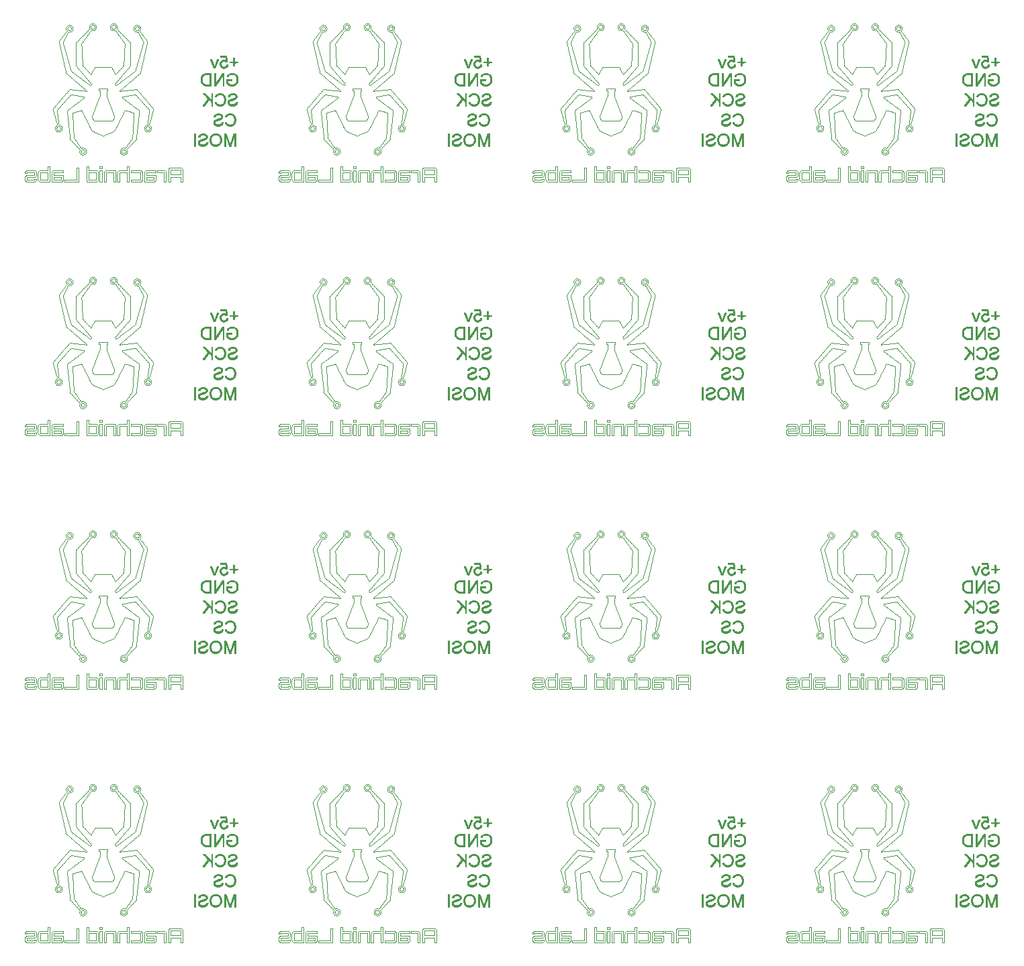
<source format=gbo>
G04 DipTrace 2.3.1.0*
%INinterface_BottomSilk.gbo*%
%MOIN*%
%ADD12C,0.003*%
%ADD28C,0.004*%
%FSLAX44Y44*%
G04*
G70*
G90*
G75*
G01*
%LNBotSilk*%
%LPD*%
X10049Y14122D2*
D28*
X10083Y14119D1*
X10115Y14109D1*
X10144Y14093D1*
X10171Y14072D1*
X10192Y14045D1*
X10209Y14015D1*
X10218Y13983D1*
X10222Y13949D1*
X10219Y13919D1*
X10211Y13890D1*
X10199Y13863D1*
X10223Y13839D1*
X10246Y13814D1*
X10271Y13790D1*
X10295Y13766D1*
X10318Y13741D1*
X10343Y13717D1*
X10367Y13692D1*
X10391Y13668D1*
X10415Y13644D1*
X10439Y13619D1*
X10463Y13595D1*
X10487Y13570D1*
X10511Y13547D1*
X10536Y13522D1*
X10559Y13498D1*
X10583Y13474D1*
X10608Y13449D1*
X10631Y13425D1*
X10656Y13400D1*
X10680Y13376D1*
X10703Y13352D1*
X10728Y13327D1*
X10752Y13303D1*
X10775Y13278D1*
X10800Y13254D1*
X10824Y13230D1*
X10848Y13205D1*
X10872Y13181D1*
Y13146D1*
Y13112D1*
Y13078D1*
Y13043D1*
Y13008D1*
Y12974D1*
Y12940D1*
Y12905D1*
Y12871D1*
Y12836D1*
Y12801D1*
Y12767D1*
Y12733D1*
Y12698D1*
Y12664D1*
Y12629D1*
Y12594D1*
Y12561D1*
Y12526D1*
Y12491D1*
Y12457D1*
Y12422D1*
Y12387D1*
Y12354D1*
Y12319D1*
Y12284D1*
Y12250D1*
Y12215D1*
Y12181D1*
Y12147D1*
Y12112D1*
Y12077D1*
Y12043D1*
Y12008D1*
X10850Y11982D1*
X10827Y11956D1*
X10805Y11930D1*
X10783Y11904D1*
X10761Y11878D1*
X10739Y11852D1*
X10716Y11826D1*
X10694Y11800D1*
X10671Y11774D1*
X10649Y11748D1*
X10627Y11722D1*
X10605Y11696D1*
X10583Y11669D1*
X10560Y11643D1*
X10538Y11617D1*
X10516Y11591D1*
X10493Y11565D1*
X10471Y11539D1*
X10449Y11513D1*
X10427Y11486D1*
X10405Y11460D1*
X10382Y11434D1*
X10360Y11408D1*
X10337Y11382D1*
X10315Y11356D1*
X10293Y11331D1*
X10271Y11304D1*
X10249Y11278D1*
X10226Y11252D1*
X10204Y11226D1*
X10181Y11200D1*
X10159Y11174D1*
X10137Y11147D1*
X10115Y11121D1*
X10132Y11094D1*
X10149Y11068D1*
X10166Y11041D1*
X10195Y11062D1*
X10223Y11083D1*
X10251Y11104D1*
X10279Y11125D1*
X10307Y11146D1*
X10335Y11168D1*
X10363Y11188D1*
X10391Y11209D1*
X10420Y11231D1*
X10448Y11252D1*
X10476Y11273D1*
X10503Y11294D1*
X10532Y11315D1*
X10560Y11336D1*
X10588Y11357D1*
X10616Y11378D1*
X10645Y11399D1*
X10673Y11420D1*
X10700Y11441D1*
X10728Y11462D1*
X10757Y11483D1*
X10785Y11504D1*
X10813Y11526D1*
X10841Y11547D1*
X10869Y11567D1*
X10897Y11589D1*
X10925Y11610D1*
X10953Y11631D1*
X10982Y11652D1*
X11010Y11673D1*
X11038Y11694D1*
X11065Y11715D1*
X11094Y11736D1*
X11122Y11757D1*
X11131Y11791D1*
X11141Y11824D1*
X11151Y11857D1*
X11160Y11890D1*
X11170Y11924D1*
X11179Y11957D1*
X11189Y11990D1*
X11198Y12024D1*
X11207Y12057D1*
X11218Y12090D1*
X11227Y12124D1*
X11236Y12157D1*
X11246Y12190D1*
X11255Y12224D1*
X11265Y12257D1*
X11275Y12290D1*
X11284Y12324D1*
X11294Y12357D1*
X11303Y12390D1*
X11312Y12424D1*
X11322Y12457D1*
X11332Y12490D1*
X11341Y12524D1*
X11351Y12557D1*
X11360Y12590D1*
X11370Y12624D1*
X11379Y12657D1*
X11389Y12690D1*
X11399Y12724D1*
X11408Y12757D1*
X11417Y12790D1*
X11427Y12823D1*
X11436Y12857D1*
X11446Y12890D1*
X11456Y12923D1*
X11465Y12956D1*
X11475Y12990D1*
X11484Y13023D1*
X11493Y13056D1*
X11504Y13089D1*
X11513Y13123D1*
X11522Y13156D1*
X11532Y13189D1*
X11515Y13220D1*
X11500Y13251D1*
X11483Y13281D1*
X11468Y13312D1*
X11451Y13343D1*
X11435Y13374D1*
X11419Y13404D1*
X11403Y13435D1*
X11387Y13466D1*
X11370Y13496D1*
X11355Y13527D1*
X11338Y13558D1*
X11322Y13588D1*
X11306Y13619D1*
X11290Y13650D1*
X11274Y13681D1*
X11258Y13711D1*
X11232Y13704D1*
X11205Y13702D1*
X11171Y13706D1*
X11138Y13715D1*
X11109Y13732D1*
X11083Y13753D1*
X11062Y13779D1*
X11046Y13809D1*
X11036Y13842D1*
X11033Y13875D1*
X11036Y13909D1*
X11046Y13941D1*
X11062Y13971D1*
X11083Y13998D1*
X11109Y14019D1*
X11138Y14035D1*
X11171Y14045D1*
X11205Y14048D1*
X11239Y14045D1*
X11271Y14035D1*
X11301Y14019D1*
X11327Y13998D1*
X11348Y13971D1*
X11364Y13941D1*
X11374Y13909D1*
X11377Y13875D1*
X11375Y13843D1*
X11366Y13813D1*
X11352Y13784D1*
X11333Y13759D1*
X11353Y13732D1*
X11374Y13705D1*
X11395Y13677D1*
X11415Y13650D1*
X11436Y13622D1*
X11457Y13596D1*
X11477Y13568D1*
X11498Y13540D1*
X11519Y13513D1*
X11540Y13485D1*
X11560Y13459D1*
X11581Y13431D1*
X11602Y13403D1*
X11622Y13376D1*
X11643Y13349D1*
X11664Y13322D1*
X11685Y13294D1*
X11705Y13267D1*
X11726Y13239D1*
X11718Y13206D1*
X11711Y13172D1*
X11704Y13138D1*
X11696Y13104D1*
X11688Y13071D1*
X11681Y13037D1*
X11673Y13004D1*
X11665Y12970D1*
X11658Y12936D1*
X11650Y12902D1*
X11642Y12868D1*
X11635Y12834D1*
X11628Y12801D1*
X11620Y12768D1*
X11613Y12734D1*
X11605Y12700D1*
X11598Y12666D1*
X11590Y12632D1*
X11582Y12598D1*
X11575Y12565D1*
X11567Y12531D1*
X11560Y12498D1*
X11552Y12464D1*
X11544Y12430D1*
X11537Y12396D1*
X11530Y12363D1*
X11522Y12329D1*
X11515Y12295D1*
X11507Y12262D1*
X11500Y12228D1*
X11492Y12194D1*
X11484Y12161D1*
X11477Y12127D1*
X11469Y12093D1*
X11461Y12059D1*
X11454Y12025D1*
X11446Y11992D1*
X11439Y11959D1*
X11432Y11925D1*
X11424Y11891D1*
X11417Y11857D1*
X11409Y11823D1*
X11401Y11789D1*
X11394Y11756D1*
X11386Y11722D1*
X11378Y11689D1*
X11371Y11655D1*
X11345Y11632D1*
X11318Y11610D1*
X11291Y11587D1*
X11265Y11564D1*
X11239Y11541D1*
X11212Y11519D1*
X11185Y11497D1*
X11159Y11474D1*
X11132Y11452D1*
X11106Y11429D1*
X11080Y11406D1*
X11053Y11383D1*
X11026Y11361D1*
X11000Y11338D1*
X10974Y11316D1*
X10947Y11293D1*
X10920Y11271D1*
X10894Y11248D1*
X10867Y11225D1*
X10841Y11203D1*
X10815Y11180D1*
X10788Y11157D1*
X10761Y11135D1*
X10735Y11113D1*
X10709Y11090D1*
X10682Y11067D1*
X10656Y11045D1*
X10629Y11022D1*
X10602Y10999D1*
X10576Y10976D1*
X10550Y10954D1*
X10523Y10932D1*
X10496Y10909D1*
X10470Y10886D1*
X10443Y10864D1*
X10417Y10841D1*
X10391Y10818D1*
X10364Y10796D1*
X10337Y10773D1*
X10345Y10762D1*
X10380Y10765D1*
X10413Y10769D1*
X10448Y10773D1*
X10481Y10776D1*
X10516Y10780D1*
X10550Y10784D1*
X10584Y10787D1*
X10618Y10791D1*
X10652Y10795D1*
X10686Y10798D1*
X10721Y10802D1*
X10754Y10805D1*
X10789Y10809D1*
X10822Y10812D1*
X10857Y10816D1*
X10891Y10819D1*
X10925Y10823D1*
X10959Y10827D1*
X10993Y10830D1*
X11027Y10834D1*
X11062Y10837D1*
X11095Y10841D1*
X11130Y10844D1*
X11164Y10848D1*
X11198Y10851D1*
X11221Y10825D1*
X11243Y10799D1*
X11266Y10772D1*
X11289Y10746D1*
X11312Y10719D1*
X11334Y10692D1*
X11357Y10666D1*
X11380Y10640D1*
X11403Y10613D1*
X11425Y10586D1*
X11448Y10560D1*
X11471Y10533D1*
X11493Y10507D1*
X11516Y10481D1*
X11539Y10454D1*
X11562Y10427D1*
X11584Y10401D1*
X11607Y10374D1*
X11630Y10348D1*
X11653Y10322D1*
X11675Y10295D1*
X11698Y10268D1*
X11721Y10242D1*
X11744Y10215D1*
X11766Y10189D1*
X11789Y10163D1*
X11812Y10136D1*
X11834Y10109D1*
X11857Y10083D1*
X11880Y10056D1*
X11903Y10030D1*
X11926Y10003D1*
X11949Y9977D1*
X11972Y9950D1*
X11994Y9923D1*
X12017Y9897D1*
X12015Y9864D1*
X12013Y9832D1*
X12005Y9799D1*
X11995Y9766D1*
X11987Y9734D1*
X11977Y9701D1*
X11969Y9668D1*
X11959Y9635D1*
X11950Y9601D1*
X11941Y9568D1*
X11932Y9535D1*
X11923Y9502D1*
X11914Y9470D1*
X11905Y9437D1*
X11896Y9404D1*
X11887Y9371D1*
X11878Y9338D1*
X11869Y9305D1*
X11860Y9272D1*
X11852Y9239D1*
X11842Y9206D1*
X11834Y9173D1*
X11824Y9140D1*
X11816Y9107D1*
X11806Y9074D1*
X11837Y9058D1*
X11863Y9036D1*
X11886Y9010D1*
X11903Y8981D1*
X11913Y8947D1*
X11917Y8913D1*
X11913Y8879D1*
X11903Y8847D1*
X11887Y8817D1*
X11866Y8791D1*
X11839Y8770D1*
X11809Y8753D1*
X11777Y8744D1*
X11744Y8740D1*
X11710Y8744D1*
X11678Y8753D1*
X11647Y8770D1*
X11621Y8791D1*
X11599Y8817D1*
X11584Y8847D1*
X11573Y8880D1*
X11570Y8913D1*
X11573Y8946D1*
X11583Y8977D1*
X11598Y9007D1*
X11618Y9032D1*
X11643Y9053D1*
X11671Y9069D1*
X11702Y9080D1*
X11735Y9085D1*
X11739Y9119D1*
X11743Y9152D1*
X11747Y9186D1*
X11751Y9219D1*
X11755Y9253D1*
X11758Y9287D1*
X11762Y9320D1*
X11767Y9354D1*
X11771Y9387D1*
X11775Y9420D1*
X11779Y9454D1*
X11783Y9488D1*
X11787Y9521D1*
X11791Y9555D1*
X11794Y9588D1*
X11798Y9622D1*
X11803Y9656D1*
X11807Y9689D1*
X11811Y9723D1*
X11815Y9757D1*
X11819Y9790D1*
X11823Y9823D1*
X11800Y9849D1*
X11776Y9875D1*
X11754Y9901D1*
X11730Y9927D1*
X11707Y9952D1*
X11684Y9978D1*
X11661Y10004D1*
X11638Y10030D1*
X11615Y10056D1*
X11591Y10082D1*
X11569Y10107D1*
X11545Y10133D1*
X11522Y10159D1*
X11499Y10185D1*
X11476Y10210D1*
X11453Y10236D1*
X11430Y10262D1*
X11407Y10288D1*
X11384Y10314D1*
X11361Y10339D1*
X11337Y10365D1*
X11315Y10391D1*
X11291Y10417D1*
X11269Y10442D1*
X11245Y10468D1*
X11222Y10494D1*
X11199Y10520D1*
X11176Y10545D1*
X11152Y10571D1*
X11130Y10597D1*
X11095Y10591D1*
X11062Y10584D1*
X11027Y10578D1*
X10993Y10572D1*
X10958Y10566D1*
X10924Y10560D1*
X10890Y10554D1*
X10855Y10547D1*
X10821Y10541D1*
X10787Y10535D1*
X10753Y10529D1*
X10718Y10522D1*
X10684Y10516D1*
X10650Y10510D1*
X10616Y10504D1*
X10581Y10498D1*
X10547Y10492D1*
X10513Y10485D1*
X10478Y10479D1*
X10485Y10448D1*
X10491Y10418D1*
X10518Y10396D1*
X10547Y10376D1*
X10574Y10355D1*
X10602Y10335D1*
X10630Y10314D1*
X10658Y10293D1*
X10686Y10273D1*
X10714Y10252D1*
X10742Y10232D1*
X10770Y10211D1*
X10797Y10190D1*
X10826Y10170D1*
X10854Y10149D1*
X10881Y10128D1*
X10909Y10108D1*
X10937Y10087D1*
X10965Y10067D1*
X10993Y10045D1*
X11021Y10025D1*
X11049Y10004D1*
X11076Y9984D1*
X11105Y9963D1*
X11133Y9942D1*
X11160Y9922D1*
X11189Y9901D1*
X11216Y9881D1*
X11244Y9860D1*
X11272Y9839D1*
X11300Y9819D1*
X11328Y9798D1*
X11324Y9763D1*
X11320Y9728D1*
X11316Y9694D1*
X11312Y9658D1*
X11308Y9624D1*
X11305Y9589D1*
X11301Y9553D1*
X11298Y9519D1*
X11294Y9484D1*
X11290Y9449D1*
X11286Y9414D1*
X11282Y9380D1*
X11278Y9344D1*
X11274Y9310D1*
X11270Y9275D1*
X11266Y9239D1*
X11263Y9205D1*
X11259Y9170D1*
X11255Y9135D1*
X11251Y9100D1*
X11247Y9066D1*
X11243Y9030D1*
X11240Y8995D1*
X11236Y8961D1*
X11232Y8925D1*
X11228Y8891D1*
X11225Y8856D1*
X11221Y8822D1*
X11217Y8786D1*
X11213Y8752D1*
X11209Y8717D1*
X11205Y8681D1*
X11201Y8647D1*
X11197Y8612D1*
X11193Y8577D1*
X11189Y8542D1*
X11186Y8508D1*
X11182Y8472D1*
X11178Y8438D1*
X11174Y8403D1*
X11171Y8367D1*
X11146Y8342D1*
X11122Y8317D1*
X11098Y8292D1*
X11074Y8267D1*
X11050Y8241D1*
X11026Y8216D1*
X11001Y8190D1*
X10977Y8165D1*
X10953Y8139D1*
X10928Y8114D1*
X10904Y8089D1*
X10880Y8064D1*
X10856Y8038D1*
X10832Y8013D1*
X10808Y7987D1*
X10783Y7962D1*
X10759Y7937D1*
X10735Y7912D1*
X10711Y7886D1*
X10687Y7861D1*
X10701Y7832D1*
X10710Y7802D1*
X10714Y7770D1*
X10710Y7737D1*
X10700Y7704D1*
X10684Y7674D1*
X10663Y7648D1*
X10636Y7627D1*
X10606Y7610D1*
X10574Y7601D1*
X10540Y7598D1*
X10507Y7601D1*
X10474Y7610D1*
X10444Y7627D1*
X10418Y7648D1*
X10396Y7674D1*
X10380Y7704D1*
X10370Y7737D1*
X10367Y7770D1*
X10370Y7804D1*
X10380Y7836D1*
X10396Y7866D1*
X10418Y7892D1*
X10444Y7913D1*
X10474Y7929D1*
X10507Y7939D1*
X10540Y7942D1*
X10569Y7940D1*
X10598Y7932D1*
X10624Y7920D1*
X10643Y7948D1*
X10662Y7976D1*
X10681Y8004D1*
X10700Y8031D1*
X10720Y8059D1*
X10739Y8087D1*
X10758Y8115D1*
X10777Y8142D1*
X10796Y8171D1*
X10815Y8198D1*
X10834Y8226D1*
X10854Y8253D1*
X10873Y8282D1*
X10891Y8309D1*
X10911Y8337D1*
X10930Y8365D1*
X10949Y8393D1*
X10968Y8420D1*
X10988Y8449D1*
X10989Y8482D1*
X10991Y8517D1*
X10993Y8552D1*
X10995Y8585D1*
X10997Y8620D1*
X10999Y8655D1*
X11001Y8689D1*
X11003Y8723D1*
X11004Y8758D1*
X11007Y8792D1*
X11008Y8826D1*
X11011Y8861D1*
X11012Y8896D1*
X11014Y8930D1*
X11016Y8964D1*
X11018Y8999D1*
X11020Y9033D1*
X11022Y9067D1*
X11024Y9102D1*
X11026Y9136D1*
X11027Y9171D1*
X11029Y9205D1*
X11031Y9239D1*
X11033Y9274D1*
X11035Y9308D1*
X11037Y9343D1*
X11039Y9377D1*
X11040Y9412D1*
X11043Y9446D1*
X11044Y9480D1*
X11047Y9515D1*
X11048Y9549D1*
X11050Y9583D1*
X11052Y9618D1*
X11054Y9653D1*
X11056Y9686D1*
X11024Y9696D1*
X10992Y9705D1*
X10960Y9713D1*
X10928Y9722D1*
X10895Y9731D1*
X10864Y9740D1*
X10832Y9749D1*
X10800Y9757D1*
X10768Y9766D1*
X10735Y9775D1*
X10703Y9784D1*
X10671Y9793D1*
X10639Y9801D1*
X10608Y9810D1*
X10592Y9779D1*
X10576Y9748D1*
X10561Y9717D1*
X10545Y9686D1*
X10530Y9655D1*
X10514Y9624D1*
X10499Y9593D1*
X10483Y9562D1*
X10467Y9531D1*
X10452Y9500D1*
X10437Y9469D1*
X10421Y9438D1*
X10405Y9407D1*
X10390Y9376D1*
X10374Y9345D1*
X10359Y9314D1*
X10344Y9283D1*
X10328Y9252D1*
X10312Y9221D1*
X10296Y9190D1*
X10282Y9158D1*
X10266Y9128D1*
X10250Y9097D1*
X10235Y9066D1*
X10219Y9035D1*
X10204Y9003D1*
X10188Y8973D1*
X10173Y8942D1*
X10157Y8910D1*
X10141Y8880D1*
X10126Y8848D1*
X10111Y8818D1*
X10095Y8786D1*
X10064Y8773D1*
X10032Y8759D1*
X10001Y8745D1*
X9970Y8731D1*
X9938Y8718D1*
X9908Y8704D1*
X9876Y8689D1*
X9845Y8676D1*
X9814Y8662D1*
X9782Y8648D1*
X9751Y8634D1*
X9720Y8620D1*
X9688Y8607D1*
X9657Y8593D1*
X9626Y8579D1*
X9594Y8565D1*
X9564Y8552D1*
X9532Y8537D1*
X9501Y8552D1*
X9470Y8565D1*
X9438Y8579D1*
X9407Y8593D1*
X9375Y8607D1*
X9345Y8620D1*
X9314Y8634D1*
X9282Y8648D1*
X9251Y8662D1*
X9219Y8676D1*
X9189Y8689D1*
X9158Y8704D1*
X9126Y8718D1*
X9095Y8731D1*
X9063Y8745D1*
X9032Y8759D1*
X9002Y8773D1*
X8970Y8786D1*
X8955Y8818D1*
X8939Y8848D1*
X8923Y8880D1*
X8907Y8910D1*
X8893Y8941D1*
X8877Y8973D1*
X8861Y9003D1*
X8846Y9035D1*
X8830Y9066D1*
X8815Y9097D1*
X8799Y9128D1*
X8784Y9158D1*
X8768Y9190D1*
X8752Y9221D1*
X8737Y9252D1*
X8722Y9283D1*
X8706Y9313D1*
X8690Y9345D1*
X8675Y9376D1*
X8660Y9407D1*
X8644Y9438D1*
X8628Y9469D1*
X8613Y9500D1*
X8597Y9531D1*
X8581Y9562D1*
X8566Y9593D1*
X8551Y9624D1*
X8535Y9655D1*
X8519Y9686D1*
X8504Y9717D1*
X8489Y9748D1*
X8473Y9779D1*
X8458Y9810D1*
X8574Y10418D2*
X8581Y10449D1*
X8586Y10479D1*
X8552Y10485D1*
X8518Y10492D1*
X8483Y10498D1*
X8449Y10504D1*
X8415Y10510D1*
X8381Y10516D1*
X8346Y10522D1*
X8312Y10529D1*
X8277Y10535D1*
X8243Y10541D1*
X8209Y10547D1*
X8175Y10554D1*
X8140Y10560D1*
X8106Y10566D1*
X8071Y10572D1*
X8037Y10578D1*
X8003Y10584D1*
X7968Y10591D1*
X7934Y10597D1*
X7911Y10571D1*
X7888Y10545D1*
X7865Y10520D1*
X7841Y10494D1*
X7819Y10468D1*
X7795Y10442D1*
X7772Y10416D1*
X7749Y10391D1*
X7726Y10365D1*
X7703Y10339D1*
X7680Y10313D1*
X7657Y10288D1*
X7634Y10262D1*
X7611Y10236D1*
X7587Y10210D1*
X7565Y10185D1*
X7541Y10159D1*
X7518Y10133D1*
X7495Y10107D1*
X7472Y10082D1*
X7449Y10056D1*
X7426Y10030D1*
X7402Y10004D1*
X7380Y9978D1*
X7356Y9952D1*
X7333Y9927D1*
X7311Y9901D1*
X7287Y9875D1*
X7264Y9849D1*
X7241Y9823D1*
X7245Y9790D1*
X7249Y9757D1*
X7253Y9723D1*
X7257Y9689D1*
X7261Y9656D1*
X7265Y9622D1*
X7269Y9588D1*
X7273Y9555D1*
X7277Y9521D1*
X7281Y9488D1*
X7285Y9454D1*
X7289Y9420D1*
X7293Y9387D1*
X7297Y9354D1*
X7301Y9320D1*
X7305Y9287D1*
X7309Y9253D1*
X7313Y9219D1*
X7317Y9186D1*
X7321Y9152D1*
X7325Y9119D1*
X7330Y9085D1*
X7362Y9080D1*
X7392Y9069D1*
X7421Y9054D1*
X7446Y9032D1*
X7466Y9007D1*
X7481Y8977D1*
X7490Y8946D1*
X7493Y8913D1*
X7490Y8880D1*
X7480Y8847D1*
X7464Y8817D1*
X7442Y8791D1*
X7417Y8770D1*
X7387Y8753D1*
X7354Y8744D1*
X7320Y8740D1*
X7286Y8744D1*
X7254Y8753D1*
X7224Y8770D1*
X7199Y8791D1*
X7177Y8818D1*
X7161Y8848D1*
X7152Y8880D1*
X7148Y8913D1*
X7152Y8947D1*
X7162Y8981D1*
X7178Y9010D1*
X7200Y9036D1*
X7227Y9058D1*
X7257Y9074D1*
X7249Y9107D1*
X7239Y9140D1*
X7231Y9173D1*
X7221Y9206D1*
X7213Y9239D1*
X7203Y9272D1*
X7195Y9305D1*
X7185Y9338D1*
X7177Y9371D1*
X7167Y9404D1*
X7159Y9436D1*
X7149Y9469D1*
X7141Y9502D1*
X7131Y9535D1*
X7123Y9568D1*
X7113Y9601D1*
X7105Y9635D1*
X7095Y9668D1*
X7087Y9701D1*
X7077Y9734D1*
X7069Y9766D1*
X7059Y9799D1*
X7050Y9832D1*
X7049Y9864D1*
X7047Y9897D1*
X7070Y9923D1*
X7093Y9950D1*
X7116Y9977D1*
X7138Y10004D1*
X7161Y10030D1*
X7184Y10056D1*
X7206Y10083D1*
X7229Y10109D1*
X7252Y10136D1*
X7275Y10163D1*
X7297Y10189D1*
X7320Y10215D1*
X7343Y10242D1*
X7366Y10268D1*
X7388Y10295D1*
X7411Y10322D1*
X7434Y10348D1*
X7457Y10374D1*
X7479Y10401D1*
X7502Y10427D1*
X7525Y10454D1*
X7547Y10481D1*
X7570Y10507D1*
X7593Y10533D1*
X7616Y10560D1*
X7638Y10586D1*
X7661Y10613D1*
X7684Y10640D1*
X7707Y10666D1*
X7729Y10692D1*
X7752Y10719D1*
X7775Y10746D1*
X7798Y10772D1*
X7820Y10799D1*
X7843Y10825D1*
X7866Y10851D1*
X7900Y10848D1*
X7934Y10844D1*
X7968Y10841D1*
X8002Y10837D1*
X8037Y10834D1*
X8071Y10830D1*
X8105Y10827D1*
X8139Y10823D1*
X8173Y10819D1*
X8207Y10816D1*
X8242Y10812D1*
X8276Y10809D1*
X8310Y10805D1*
X8344Y10802D1*
X8378Y10798D1*
X8412Y10795D1*
X8447Y10791D1*
X8481Y10787D1*
X8515Y10784D1*
X8549Y10780D1*
X8583Y10776D1*
X8617Y10773D1*
X8651Y10769D1*
X8686Y10765D1*
X8720Y10762D1*
X8726Y10773D1*
X8700Y10796D1*
X8673Y10818D1*
X8647Y10841D1*
X8621Y10864D1*
X8594Y10887D1*
X8567Y10909D1*
X8541Y10932D1*
X8515Y10954D1*
X8488Y10976D1*
X8461Y10999D1*
X8435Y11022D1*
X8408Y11045D1*
X8382Y11067D1*
X8356Y11090D1*
X8329Y11113D1*
X8302Y11135D1*
X8276Y11157D1*
X8250Y11180D1*
X8223Y11203D1*
X8196Y11225D1*
X8170Y11248D1*
X8143Y11271D1*
X8117Y11293D1*
X8091Y11316D1*
X8064Y11338D1*
X8037Y11361D1*
X8011Y11383D1*
X7984Y11406D1*
X7958Y11429D1*
X7932Y11452D1*
X7905Y11474D1*
X7878Y11497D1*
X7852Y11519D1*
X7825Y11541D1*
X7799Y11564D1*
X7772Y11587D1*
X7746Y11610D1*
X7719Y11632D1*
X7692Y11655D1*
X7685Y11689D1*
X7678Y11722D1*
X7671Y11756D1*
X7663Y11789D1*
X7655Y11823D1*
X7648Y11857D1*
X7640Y11891D1*
X7632Y11925D1*
X7625Y11959D1*
X7617Y11992D1*
X7609Y12025D1*
X7602Y12059D1*
X7594Y12093D1*
X7587Y12127D1*
X7580Y12161D1*
X7572Y12195D1*
X7565Y12228D1*
X7557Y12262D1*
X7549Y12295D1*
X7542Y12329D1*
X7534Y12363D1*
X7527Y12397D1*
X7519Y12430D1*
X7511Y12464D1*
X7504Y12498D1*
X7496Y12531D1*
X7489Y12565D1*
X7482Y12598D1*
X7474Y12632D1*
X7467Y12666D1*
X7459Y12700D1*
X7451Y12734D1*
X7444Y12768D1*
X7436Y12801D1*
X7428Y12834D1*
X7421Y12868D1*
X7413Y12902D1*
X7406Y12936D1*
X7399Y12970D1*
X7391Y13004D1*
X7384Y13037D1*
X7376Y13071D1*
X7368Y13104D1*
X7361Y13138D1*
X7353Y13172D1*
X7345Y13206D1*
X7338Y13239D1*
X7359Y13267D1*
X7380Y13294D1*
X7400Y13322D1*
X7420Y13349D1*
X7442Y13376D1*
X7462Y13403D1*
X7483Y13431D1*
X7504Y13459D1*
X7525Y13486D1*
X7545Y13513D1*
X7565Y13540D1*
X7587Y13568D1*
X7607Y13596D1*
X7628Y13622D1*
X7649Y13650D1*
X7669Y13677D1*
X7690Y13705D1*
X7710Y13732D1*
X7732Y13759D1*
X7712Y13784D1*
X7698Y13813D1*
X7689Y13843D1*
X7686Y13875D1*
X7689Y13909D1*
X7700Y13941D1*
X7715Y13971D1*
X7737Y13998D1*
X7763Y14019D1*
X7793Y14035D1*
X7826Y14045D1*
X7859Y14048D1*
X7893Y14045D1*
X7925Y14035D1*
X7955Y14019D1*
X7981Y13998D1*
X8002Y13971D1*
X8019Y13941D1*
X8028Y13909D1*
X8031Y13875D1*
X8028Y13842D1*
X8019Y13809D1*
X8002Y13779D1*
X7981Y13753D1*
X7955Y13732D1*
X7925Y13715D1*
X7893Y13706D1*
X7859Y13703D1*
X7833Y13705D1*
X7806Y13711D1*
X7790Y13681D1*
X7774Y13650D1*
X7758Y13619D1*
X7742Y13588D1*
X7725Y13558D1*
X7710Y13527D1*
X7693Y13496D1*
X7678Y13466D1*
X7661Y13435D1*
X7645Y13404D1*
X7629Y13374D1*
X7613Y13343D1*
X7597Y13312D1*
X7580Y13281D1*
X7564Y13251D1*
X7548Y13220D1*
X7532Y13189D1*
X7541Y13156D1*
X7551Y13123D1*
X7561Y13090D1*
X7570Y13056D1*
X7580Y13023D1*
X7589Y12990D1*
X7598Y12956D1*
X7608Y12923D1*
X7618Y12890D1*
X7627Y12857D1*
X7637Y12823D1*
X7646Y12790D1*
X7656Y12757D1*
X7665Y12724D1*
X7675Y12690D1*
X7685Y12657D1*
X7694Y12624D1*
X7703Y12591D1*
X7713Y12557D1*
X7722Y12524D1*
X7732Y12491D1*
X7742Y12457D1*
X7751Y12424D1*
X7761Y12391D1*
X7770Y12357D1*
X7779Y12324D1*
X7790Y12291D1*
X7799Y12257D1*
X7808Y12224D1*
X7818Y12191D1*
X7827Y12157D1*
X7837Y12124D1*
X7847Y12091D1*
X7856Y12057D1*
X7866Y12024D1*
X7875Y11991D1*
X7885Y11957D1*
X7894Y11924D1*
X7903Y11891D1*
X7914Y11857D1*
X7923Y11824D1*
X7932Y11791D1*
X7942Y11757D1*
X7970Y11737D1*
X7998Y11715D1*
X8026Y11694D1*
X8055Y11673D1*
X8083Y11652D1*
X8110Y11631D1*
X8138Y11610D1*
X8167Y11589D1*
X8195Y11567D1*
X8223Y11547D1*
X8251Y11526D1*
X8280Y11504D1*
X8308Y11483D1*
X8336Y11462D1*
X8363Y11441D1*
X8392Y11420D1*
X8420Y11399D1*
X8448Y11378D1*
X8476Y11357D1*
X8505Y11336D1*
X8533Y11315D1*
X8561Y11294D1*
X8588Y11273D1*
X8617Y11252D1*
X8645Y11231D1*
X8673Y11209D1*
X8701Y11189D1*
X8730Y11168D1*
X8758Y11146D1*
X8786Y11125D1*
X8814Y11104D1*
X8842Y11083D1*
X8870Y11062D1*
X8898Y11041D1*
X8915Y11068D1*
X8932Y11094D1*
X8949Y11121D1*
X8927Y11147D1*
X8904Y11174D1*
X8882Y11200D1*
X8860Y11226D1*
X8838Y11252D1*
X8816Y11278D1*
X8793Y11304D1*
X8771Y11331D1*
X8748Y11356D1*
X8726Y11382D1*
X8704Y11408D1*
X8682Y11434D1*
X8660Y11460D1*
X8637Y11486D1*
X8615Y11513D1*
X8592Y11539D1*
X8570Y11565D1*
X8548Y11591D1*
X8526Y11617D1*
X8504Y11643D1*
X8481Y11669D1*
X8459Y11696D1*
X8437Y11722D1*
X8414Y11748D1*
X8392Y11774D1*
X8370Y11800D1*
X8348Y11826D1*
X8326Y11852D1*
X8303Y11878D1*
X8281Y11904D1*
X8258Y11930D1*
X8236Y11956D1*
X8215Y11982D1*
X8192Y12008D1*
Y12043D1*
Y12077D1*
Y12112D1*
Y12147D1*
Y12181D1*
Y12215D1*
Y12250D1*
Y12284D1*
Y12319D1*
Y12354D1*
Y12387D1*
Y12422D1*
Y12457D1*
Y12491D1*
Y12526D1*
Y12561D1*
Y12594D1*
Y12629D1*
Y12664D1*
Y12698D1*
Y12733D1*
Y12767D1*
Y12801D1*
Y12836D1*
Y12871D1*
Y12905D1*
Y12940D1*
Y12974D1*
Y13008D1*
Y13043D1*
Y13078D1*
Y13112D1*
Y13146D1*
Y13181D1*
X8216Y13205D1*
X8240Y13230D1*
X8264Y13254D1*
X8288Y13278D1*
X8313Y13303D1*
X8336Y13327D1*
X8360Y13352D1*
X8385Y13376D1*
X8408Y13400D1*
X8432Y13425D1*
X8457Y13449D1*
X8480Y13474D1*
X8505Y13498D1*
X8529Y13522D1*
X8552Y13547D1*
X8577Y13571D1*
X8601Y13595D1*
X8624Y13619D1*
X8649Y13644D1*
X8673Y13668D1*
X8697Y13692D1*
X8721Y13717D1*
X8745Y13741D1*
X8769Y13766D1*
X8793Y13790D1*
X8817Y13814D1*
X8841Y13839D1*
X8865Y13863D1*
X8853Y13890D1*
X8845Y13919D1*
X8842Y13949D1*
X8846Y13983D1*
X8855Y14015D1*
X8871Y14045D1*
X8893Y14072D1*
X8919Y14093D1*
X8949Y14109D1*
X8981Y14119D1*
X9015Y14122D1*
X9049Y14119D1*
X9081Y14109D1*
X9111Y14093D1*
X9137Y14071D1*
X9158Y14045D1*
X9174Y14015D1*
X9183Y13983D1*
X9187Y13949D1*
X9183Y13915D1*
X9174Y13883D1*
X9158Y13853D1*
X9137Y13827D1*
X9110Y13805D1*
X9081Y13789D1*
X9049Y13780D1*
X9015Y13776D1*
X8988Y13778D1*
X8962Y13784D1*
X8938Y13795D1*
X8918Y13767D1*
X8898Y13739D1*
X8878Y13711D1*
X8857Y13683D1*
X8838Y13655D1*
X8817Y13627D1*
X8798Y13599D1*
X8777Y13571D1*
X8758Y13543D1*
X8737Y13515D1*
X8717Y13487D1*
X8697Y13459D1*
X8677Y13431D1*
X8657Y13403D1*
X8637Y13375D1*
X8617Y13348D1*
X8597Y13319D1*
X8577Y13292D1*
X8557Y13263D1*
X8537Y13236D1*
X8516Y13208D1*
X8497Y13179D1*
X8476Y13152D1*
X8457Y13123D1*
X8458Y13089D1*
X8460Y13053D1*
X8462Y13018D1*
X8464Y12983D1*
X8465Y12948D1*
X8468Y12912D1*
X8469Y12878D1*
X8471Y12842D1*
X8473Y12807D1*
X8475Y12772D1*
X8477Y12737D1*
X8479Y12701D1*
X8480Y12667D1*
X8483Y12631D1*
X8484Y12596D1*
X8486Y12561D1*
X8488Y12526D1*
X8490Y12491D1*
X8491Y12456D1*
X8494Y12421D1*
X8495Y12385D1*
X8497Y12350D1*
X8499Y12315D1*
X8501Y12280D1*
X8503Y12245D1*
X8505Y12210D1*
X8506Y12174D1*
X8508Y12140D1*
X8510Y12104D1*
X8512Y12069D1*
X8514Y12034D1*
X8537Y12008D1*
X8562Y11982D1*
X8585Y11957D1*
X8610Y11931D1*
X8633Y11906D1*
X8657Y11880D1*
X8681Y11854D1*
X8705Y11829D1*
X8729Y11803D1*
X8753Y11778D1*
X8777Y11752D1*
X8801Y11726D1*
X8824Y11700D1*
X8849Y11674D1*
X8872Y11648D1*
X8896Y11623D1*
X8920Y11597D1*
X8936Y11627D1*
X8953Y11657D1*
X8969Y11687D1*
X8985Y11717D1*
X9001Y11747D1*
X9017Y11777D1*
X9034Y11807D1*
X9049Y11837D1*
X9066Y11867D1*
X9082Y11897D1*
X9098Y11927D1*
X9114Y11957D1*
X9115Y11963D1*
X9150D1*
X9185D1*
X9219D1*
X9254D1*
X9288D1*
X9323D1*
X9357D1*
X9393D1*
X9427D1*
X9462D1*
X9496D1*
X9531D1*
X9565D1*
X9600D1*
X9635D1*
X9669D1*
X9704D1*
X9738D1*
X9773D1*
X9808D1*
X9843D1*
X9877D1*
X9912D1*
X9946D1*
X9963Y11933D1*
X9979Y11902D1*
X9995Y11872D1*
X10012Y11841D1*
X10028Y11811D1*
X10045Y11780D1*
X10061Y11749D1*
X10078Y11719D1*
X10094Y11688D1*
X10111Y11658D1*
X10127Y11627D1*
X10144Y11597D1*
X10167Y11622D1*
X10191Y11648D1*
X10215Y11674D1*
X10239Y11700D1*
X10263Y11725D1*
X10287Y11751D1*
X10311Y11777D1*
X10335Y11802D1*
X10358Y11828D1*
X10383Y11854D1*
X10406Y11879D1*
X10431Y11905D1*
X10454Y11931D1*
X10478Y11957D1*
X10502Y11982D1*
X10526Y12008D1*
X10550Y12034D1*
X10552Y12069D1*
X10554Y12104D1*
X10556Y12140D1*
X10558Y12174D1*
X10559Y12210D1*
X10561Y12245D1*
X10563Y12280D1*
X10565Y12315D1*
X10567Y12350D1*
X10569Y12385D1*
X10570Y12421D1*
X10572Y12456D1*
X10574Y12491D1*
X10576Y12526D1*
X10578Y12561D1*
X10579Y12596D1*
X10582Y12631D1*
X10583Y12667D1*
X10585Y12701D1*
X10587Y12737D1*
X10589Y12772D1*
X10590Y12807D1*
X10593Y12842D1*
X10594Y12878D1*
X10596Y12912D1*
X10598Y12948D1*
X10600Y12983D1*
X10602Y13018D1*
X10604Y13053D1*
X10605Y13089D1*
X10608Y13123D1*
X10587Y13152D1*
X10567Y13180D1*
X10547Y13208D1*
X10527Y13236D1*
X10507Y13263D1*
X10487Y13292D1*
X10467Y13319D1*
X10447Y13348D1*
X10427Y13375D1*
X10407Y13403D1*
X10387Y13431D1*
X10366Y13459D1*
X10347Y13487D1*
X10326Y13515D1*
X10307Y13543D1*
X10286Y13571D1*
X10266Y13599D1*
X10246Y13627D1*
X10226Y13655D1*
X10206Y13683D1*
X10186Y13711D1*
X10166Y13739D1*
X10146Y13767D1*
X10126Y13795D1*
X10101Y13784D1*
X10075Y13778D1*
X10049Y13776D1*
X10015Y13780D1*
X9983Y13789D1*
X9953Y13805D1*
X9927Y13827D1*
X9905Y13853D1*
X9890Y13883D1*
X9880Y13915D1*
X9877Y13949D1*
X9880Y13983D1*
X9890Y14015D1*
X9905Y14045D1*
X9927Y14072D1*
X9953Y14093D1*
X9983Y14109D1*
X10015Y14119D1*
X10049Y14122D1*
X8464Y9810D2*
X8431Y9801D1*
X8399Y9793D1*
X8366Y9784D1*
X8334Y9775D1*
X8301Y9766D1*
X8269Y9757D1*
X8236Y9749D1*
X8204Y9740D1*
X8171Y9731D1*
X8138Y9722D1*
X8106Y9713D1*
X8073Y9705D1*
X8041Y9696D1*
X8008Y9686D1*
X8010Y9653D1*
X8012Y9618D1*
X8014Y9583D1*
X8015Y9549D1*
X8018Y9515D1*
X8019Y9480D1*
X8021Y9446D1*
X8023Y9412D1*
X8025Y9377D1*
X8027Y9343D1*
X8029Y9308D1*
X8031Y9274D1*
X8033Y9239D1*
X8034Y9205D1*
X8037Y9171D1*
X8038Y9136D1*
X8041Y9102D1*
X8042Y9067D1*
X8044Y9033D1*
X8046Y8999D1*
X8048Y8964D1*
X8050Y8930D1*
X8051Y8896D1*
X8054Y8861D1*
X8055Y8827D1*
X8057Y8792D1*
X8059Y8758D1*
X8061Y8723D1*
X8063Y8689D1*
X8065Y8655D1*
X8067Y8620D1*
X8069Y8585D1*
X8070Y8552D1*
X8073Y8517D1*
X8074Y8482D1*
X8077Y8449D1*
X8095Y8420D1*
X8114Y8393D1*
X8134Y8365D1*
X8153Y8337D1*
X8172Y8309D1*
X8191Y8282D1*
X8210Y8254D1*
X8229Y8226D1*
X8248Y8198D1*
X8268Y8171D1*
X8287Y8142D1*
X8306Y8115D1*
X8325Y8087D1*
X8344Y8059D1*
X8363Y8031D1*
X8382Y8004D1*
X8402Y7976D1*
X8421Y7948D1*
X8440Y7920D1*
X8466Y7932D1*
X8494Y7940D1*
X8523Y7942D1*
X8557Y7939D1*
X8590Y7930D1*
X8620Y7913D1*
X8646Y7892D1*
X8668Y7866D1*
X8683Y7836D1*
X8693Y7804D1*
X8697Y7770D1*
X8693Y7737D1*
X8683Y7704D1*
X8668Y7674D1*
X8646Y7648D1*
X8620Y7627D1*
X8590Y7610D1*
X8557Y7601D1*
X8523Y7598D1*
X8490Y7601D1*
X8458Y7610D1*
X8428Y7627D1*
X8402Y7648D1*
X8381Y7675D1*
X8365Y7705D1*
X8355Y7737D1*
X8352Y7770D1*
X8355Y7802D1*
X8363Y7832D1*
X8377Y7861D1*
X8353Y7887D1*
X8329Y7912D1*
X8305Y7937D1*
X8280Y7962D1*
X8256Y7987D1*
X8232Y8013D1*
X8207Y8038D1*
X8183Y8064D1*
X8160Y8089D1*
X8135Y8114D1*
X8111Y8140D1*
X8087Y8165D1*
X8062Y8190D1*
X8038Y8216D1*
X8015Y8241D1*
X7990Y8267D1*
X7966Y8292D1*
X7942Y8317D1*
X7917Y8342D1*
X7893Y8367D1*
X7889Y8403D1*
X7885Y8438D1*
X7882Y8472D1*
X7878Y8508D1*
X7874Y8542D1*
X7870Y8577D1*
X7866Y8612D1*
X7863Y8647D1*
X7859Y8681D1*
X7855Y8717D1*
X7851Y8752D1*
X7847Y8786D1*
X7844Y8822D1*
X7840Y8856D1*
X7836Y8891D1*
X7832Y8926D1*
X7828Y8961D1*
X7824Y8995D1*
X7820Y9031D1*
X7816Y9066D1*
X7812Y9100D1*
X7808Y9136D1*
X7805Y9170D1*
X7801Y9205D1*
X7798Y9240D1*
X7794Y9275D1*
X7790Y9310D1*
X7786Y9345D1*
X7782Y9380D1*
X7778Y9414D1*
X7774Y9450D1*
X7770Y9484D1*
X7766Y9519D1*
X7763Y9554D1*
X7759Y9589D1*
X7755Y9624D1*
X7751Y9658D1*
X7747Y9694D1*
X7743Y9728D1*
X7739Y9763D1*
X7736Y9798D1*
X7764Y9819D1*
X7792Y9839D1*
X7819Y9860D1*
X7848Y9881D1*
X7876Y9901D1*
X7903Y9922D1*
X7932Y9943D1*
X7960Y9963D1*
X7987Y9984D1*
X8015Y10005D1*
X8044Y10026D1*
X8071Y10046D1*
X8099Y10067D1*
X8128Y10088D1*
X8155Y10108D1*
X8183Y10129D1*
X8211Y10149D1*
X8239Y10170D1*
X8267Y10191D1*
X8294Y10211D1*
X8323Y10233D1*
X8351Y10253D1*
X8378Y10274D1*
X8407Y10294D1*
X8435Y10315D1*
X8462Y10336D1*
X8490Y10356D1*
X8519Y10377D1*
X8546Y10398D1*
X8574Y10418D1*
X10050Y14048D2*
X10019Y14043D1*
X9991Y14029D1*
X9969Y14007D1*
X9955Y13980D1*
X9949Y13949D1*
X9955Y13918D1*
X9969Y13890D1*
X9991Y13868D1*
X10019Y13854D1*
X10050Y13849D1*
X10081Y13854D1*
X10108Y13868D1*
X10130Y13891D1*
X10144Y13918D1*
X10149Y13949D1*
X10144Y13980D1*
X10130Y14007D1*
X10108Y14029D1*
X10080Y14043D1*
X10050Y14048D1*
X9015D2*
X8984Y14043D1*
X8956Y14029D1*
X8934Y14007D1*
X8920Y13980D1*
X8915Y13949D1*
X8920Y13918D1*
X8934Y13890D1*
X8956Y13868D1*
X8984Y13854D1*
X9015Y13849D1*
X9046Y13854D1*
X9074Y13868D1*
X9096Y13891D1*
X9110Y13918D1*
X9114Y13949D1*
X9110Y13980D1*
X9096Y14007D1*
X9074Y14029D1*
X9045Y14043D1*
X9015Y14048D1*
X11205Y13974D2*
X11174Y13969D1*
X11146Y13955D1*
X11124Y13933D1*
X11110Y13906D1*
X11105Y13875D1*
X11110Y13844D1*
X11124Y13817D1*
X11146Y13795D1*
X11174Y13780D1*
X11205Y13776D1*
X11236Y13780D1*
X11263Y13795D1*
X11286Y13817D1*
X11300Y13844D1*
X11305Y13875D1*
X11300Y13906D1*
X11286Y13934D1*
X11263Y13955D1*
X11236Y13969D1*
X11205Y13974D1*
X7859D2*
X7828Y13969D1*
X7801Y13955D1*
X7778Y13934D1*
X7764Y13906D1*
X7759Y13875D1*
X7764Y13844D1*
X7778Y13817D1*
X7801Y13795D1*
X7828Y13780D1*
X7859Y13776D1*
X7890Y13780D1*
X7917Y13795D1*
X7939Y13817D1*
X7953Y13844D1*
X7958Y13875D1*
X7953Y13906D1*
X7939Y13933D1*
X7917Y13955D1*
X7890Y13969D1*
X7859Y13974D1*
X9749Y10886D2*
X9724D1*
X9699D1*
X9666D1*
X9633D1*
X9599D1*
X9565D1*
X9532D1*
X9499D1*
X9465D1*
X9431D1*
X9398D1*
X9364D1*
X9339D1*
X9315D1*
Y10857D1*
Y10828D1*
Y10799D1*
X9339D1*
X9364D1*
Y10768D1*
Y10736D1*
Y10704D1*
Y10673D1*
Y10640D1*
Y10609D1*
Y10577D1*
Y10545D1*
Y10513D1*
X9350Y10481D1*
X9338Y10448D1*
X9325Y10414D1*
X9313Y10382D1*
X9299Y10349D1*
X9287Y10317D1*
X9274Y10284D1*
X9262Y10251D1*
X9248Y10218D1*
X9236Y10185D1*
X9223Y10152D1*
X9211Y10120D1*
X9198Y10087D1*
X9185Y10054D1*
X9172Y10022D1*
X9160Y9989D1*
X9147Y9956D1*
X9134Y9923D1*
X9121Y9890D1*
X9109Y9858D1*
X9096Y9825D1*
X9083Y9792D1*
X9071Y9760D1*
X9058Y9727D1*
X9045Y9694D1*
X9032Y9661D1*
X9020Y9628D1*
X9007Y9596D1*
X8994Y9563D1*
X8982Y9530D1*
X8969Y9497D1*
X8984Y9465D1*
X8998Y9434D1*
X9013Y9402D1*
X9027Y9371D1*
X9042Y9339D1*
X9056Y9307D1*
X9071Y9276D1*
X9104D1*
X9139D1*
X9172D1*
X9207D1*
X9241D1*
X9275D1*
X9310D1*
X9344D1*
X9378D1*
X9412D1*
X9447D1*
X9480D1*
X9515D1*
X9549D1*
X9583D1*
X9618D1*
X9651D1*
X9686D1*
X9720D1*
X9754D1*
X9789D1*
X9822D1*
X9857D1*
X9891D1*
X9925D1*
X9959D1*
X9994D1*
X10008Y9307D1*
X10023Y9339D1*
X10037Y9371D1*
X10051Y9402D1*
X10066Y9434D1*
X10080Y9465D1*
X10095Y9497D1*
X10083Y9530D1*
X10069Y9563D1*
X10057Y9595D1*
X10044Y9628D1*
X10032Y9661D1*
X10019Y9694D1*
X10006Y9727D1*
X9993Y9760D1*
X9981Y9792D1*
X9968Y9825D1*
X9955Y9857D1*
X9942Y9890D1*
X9930Y9923D1*
X9917Y9956D1*
X9904Y9989D1*
X9891Y10022D1*
X9879Y10054D1*
X9866Y10087D1*
X9854Y10120D1*
X9840Y10152D1*
X9828Y10185D1*
X9815Y10218D1*
X9803Y10251D1*
X9789Y10284D1*
X9777Y10316D1*
X9764Y10349D1*
X9752Y10382D1*
X9738Y10414D1*
X9726Y10448D1*
X9713Y10481D1*
X9701Y10513D1*
Y10545D1*
Y10577D1*
Y10609D1*
Y10640D1*
Y10673D1*
Y10704D1*
Y10736D1*
Y10768D1*
Y10799D1*
X9725D1*
X9749D1*
Y10828D1*
Y10857D1*
Y10886D1*
X11744Y9012D2*
X11713Y9007D1*
X11685Y8993D1*
X11663Y8972D1*
X11648Y8944D1*
X11643Y8913D1*
X11648Y8882D1*
X11663Y8855D1*
X11685Y8833D1*
X11713Y8818D1*
X11744Y8814D1*
X11774Y8818D1*
X11802Y8833D1*
X11823Y8855D1*
X11838Y8882D1*
X11842Y8913D1*
X11838Y8944D1*
X11823Y8972D1*
X11802Y8993D1*
X11774Y9007D1*
X11744Y9012D1*
X7320D2*
X7290Y9007D1*
X7262Y8993D1*
X7240Y8972D1*
X7226Y8944D1*
X7221Y8913D1*
X7226Y8882D1*
X7240Y8855D1*
X7262Y8833D1*
X7290Y8818D1*
X7320Y8814D1*
X7351Y8819D1*
X7379Y8833D1*
X7402Y8855D1*
X7416Y8882D1*
X7420Y8913D1*
X7416Y8944D1*
X7402Y8972D1*
X7379Y8994D1*
X7351Y9007D1*
X7320Y9012D1*
X10540Y7869D2*
X10510Y7865D1*
X10481Y7851D1*
X10460Y7829D1*
X10445Y7802D1*
X10440Y7770D1*
X10445Y7739D1*
X10460Y7712D1*
X10481Y7690D1*
X10509Y7675D1*
X10540Y7670D1*
X10571Y7675D1*
X10598Y7690D1*
X10620Y7712D1*
X10634Y7739D1*
X10639Y7770D1*
X10634Y7801D1*
X10620Y7829D1*
X10598Y7850D1*
X10571Y7865D1*
X10540Y7869D1*
X8523D2*
X8493Y7865D1*
X8465Y7850D1*
X8443Y7829D1*
X8429Y7801D1*
X8425Y7770D1*
X8429Y7739D1*
X8443Y7712D1*
X8465Y7690D1*
X8493Y7675D1*
X8523Y7670D1*
X8555Y7675D1*
X8582Y7690D1*
X8605Y7712D1*
X8619Y7739D1*
X8624Y7770D1*
X8619Y7802D1*
X8605Y7829D1*
X8582Y7851D1*
X8555Y7865D1*
X8523Y7869D1*
X12899Y6963D2*
X12874Y6960D1*
X12850Y6953D1*
X12828Y6941D1*
X12808Y6926D1*
X12792Y6906D1*
X12781Y6884D1*
X12773Y6860D1*
X12770Y6834D1*
Y6801D1*
Y6766D1*
Y6732D1*
Y6697D1*
Y6663D1*
Y6629D1*
Y6594D1*
Y6561D1*
Y6526D1*
Y6492D1*
Y6457D1*
Y6424D1*
Y6389D1*
Y6355D1*
Y6320D1*
Y6287D1*
Y6252D1*
X12797D1*
X12824D1*
X12850D1*
X12877D1*
Y6283D1*
Y6314D1*
Y6346D1*
Y6376D1*
Y6408D1*
Y6439D1*
Y6470D1*
Y6501D1*
X12910D1*
X12944D1*
X12977D1*
X13009D1*
X13043D1*
X13076D1*
X13109D1*
X13143D1*
X13176D1*
X13209D1*
X13242D1*
X13275D1*
X13308D1*
X13342D1*
X13375D1*
Y6470D1*
Y6439D1*
Y6408D1*
Y6376D1*
Y6346D1*
Y6314D1*
Y6283D1*
Y6252D1*
X13401D1*
X13428D1*
X13455D1*
X13481D1*
Y6287D1*
Y6320D1*
Y6355D1*
Y6389D1*
Y6424D1*
Y6457D1*
Y6492D1*
Y6526D1*
Y6561D1*
Y6594D1*
Y6629D1*
Y6663D1*
Y6697D1*
Y6732D1*
Y6766D1*
Y6801D1*
Y6834D1*
X13479Y6860D1*
X13471Y6884D1*
X13459Y6906D1*
X13444Y6926D1*
X13425Y6941D1*
X13403Y6953D1*
X13379Y6960D1*
X13353Y6963D1*
X13318D1*
X13283D1*
X13249D1*
X13213D1*
X13179D1*
X13144D1*
X13108D1*
X13074D1*
X13038D1*
X13004D1*
X12969D1*
X12933D1*
X12899D1*
X12877Y6608D2*
Y6640D1*
Y6672D1*
Y6705D1*
Y6737D1*
Y6770D1*
Y6802D1*
Y6834D1*
X12884Y6849D1*
X12899Y6856D1*
X12933D1*
X12969D1*
X13004D1*
X13038D1*
X13074D1*
X13108D1*
X13144D1*
X13178D1*
X13213D1*
X13248D1*
X13283D1*
X13318D1*
X13353D1*
X13369Y6849D1*
X13375Y6834D1*
Y6802D1*
Y6770D1*
Y6738D1*
Y6705D1*
Y6672D1*
Y6640D1*
Y6608D1*
X13342D1*
X13308D1*
X13275D1*
X13242D1*
X13209D1*
X13176D1*
X13143D1*
X13109D1*
X13076D1*
X13043D1*
X13009D1*
X12977D1*
X12944D1*
X12910D1*
X12877D1*
X12214Y6825D2*
Y6798D1*
Y6771D1*
Y6745D1*
Y6718D1*
X12246D1*
X12277D1*
X12309D1*
X12342D1*
X12374D1*
X12406D1*
X12437D1*
X12469D1*
X12502D1*
X12534D1*
X12549Y6711D1*
X12556Y6697D1*
Y6662D1*
Y6628D1*
Y6594D1*
Y6560D1*
Y6526D1*
Y6491D1*
Y6457D1*
Y6423D1*
Y6389D1*
Y6354D1*
Y6320D1*
Y6286D1*
Y6252D1*
X12582D1*
X12609D1*
X12636D1*
X12662D1*
Y6284D1*
Y6317D1*
Y6348D1*
Y6380D1*
Y6416D1*
Y6450D1*
Y6486D1*
Y6520D1*
Y6556D1*
Y6591D1*
Y6626D1*
Y6661D1*
Y6697D1*
X12660Y6722D1*
X12652Y6745D1*
X12640Y6767D1*
X12625Y6787D1*
X12606Y6803D1*
X12584Y6815D1*
X12560Y6823D1*
X12534Y6825D1*
X12502D1*
X12469D1*
X12438D1*
X12406D1*
X12374D1*
X12342D1*
X12309D1*
X12277D1*
X12246D1*
X12214D1*
X11697D2*
X11671Y6823D1*
X11647Y6815D1*
X11625Y6803D1*
X11606Y6787D1*
X11590Y6767D1*
X11578Y6745D1*
X11571Y6722D1*
X11569Y6697D1*
Y6662D1*
Y6628D1*
Y6594D1*
Y6560D1*
Y6525D1*
Y6491D1*
Y6457D1*
Y6423D1*
Y6389D1*
Y6354D1*
Y6320D1*
Y6286D1*
Y6252D1*
X11603D1*
X11638D1*
X11673D1*
X11708D1*
X11743D1*
X11778D1*
X11813D1*
X11848D1*
X11883D1*
X11918D1*
X11953D1*
X11987D1*
X12023D1*
X12048Y6254D1*
X12073Y6262D1*
X12095Y6274D1*
X12114Y6290D1*
X12129Y6309D1*
X12141Y6330D1*
X12149Y6354D1*
X12151Y6380D1*
Y6416D1*
Y6451D1*
Y6486D1*
Y6521D1*
Y6557D1*
Y6592D1*
X12117D1*
X12083D1*
X12049D1*
X12015D1*
X11981D1*
X11947D1*
X11913D1*
X11879D1*
X11845D1*
X11811D1*
X11777D1*
X11743D1*
X11709D1*
X11675D1*
Y6627D1*
Y6661D1*
Y6697D1*
X11682Y6711D1*
X11697Y6718D1*
X11732D1*
X11766D1*
X11802D1*
X11837D1*
X11871D1*
X11907D1*
X11941D1*
X11976D1*
X12011D1*
X12046D1*
X12081D1*
X12116D1*
X12151D1*
Y6745D1*
Y6771D1*
Y6798D1*
Y6825D1*
X12116D1*
X12081D1*
X12046D1*
X12012D1*
X11976D1*
X11941D1*
X11907D1*
X11871D1*
X11837D1*
X11802D1*
X11767D1*
X11732D1*
X11697D1*
X11675Y6485D2*
X11708D1*
X11742D1*
X11776D1*
X11809D1*
X11843D1*
X11877D1*
X11910D1*
X11943D1*
X11977D1*
X12011D1*
X12045D1*
Y6450D1*
Y6415D1*
Y6380D1*
X12038Y6365D1*
X12023Y6358D1*
X11988D1*
X11953D1*
X11918D1*
X11884D1*
X11849D1*
X11814D1*
X11780D1*
X11744D1*
X11710D1*
X11675D1*
Y6391D1*
Y6422D1*
Y6453D1*
Y6485D1*
X10900Y6358D2*
Y6332D1*
Y6306D1*
Y6279D1*
Y6252D1*
X10935D1*
X10970D1*
X11005D1*
X11040D1*
X11075D1*
X11110D1*
X11145D1*
X11180D1*
X11214D1*
X11250D1*
X11284D1*
X11319D1*
X11355D1*
X11380Y6254D1*
X11405Y6262D1*
X11426Y6274D1*
X11446Y6290D1*
X11461Y6309D1*
X11473Y6330D1*
X11480Y6354D1*
X11483Y6380D1*
Y6416D1*
Y6450D1*
Y6486D1*
Y6520D1*
Y6556D1*
Y6591D1*
Y6626D1*
Y6661D1*
Y6697D1*
X11480Y6722D1*
X11473Y6745D1*
X11461Y6767D1*
X11446Y6787D1*
X11426Y6803D1*
X11405Y6815D1*
X11380Y6823D1*
X11355Y6825D1*
X11319D1*
X11285D1*
X11250D1*
X11215D1*
X11181D1*
X11145D1*
X11111D1*
X11076D1*
X11041D1*
X11007D1*
X10972D1*
X10937D1*
X10902D1*
Y6798D1*
Y6771D1*
Y6745D1*
Y6718D1*
X10937D1*
X10972D1*
X11007D1*
X11041D1*
X11076D1*
X11111D1*
X11145D1*
X11181D1*
X11215D1*
X11250D1*
X11285D1*
X11319D1*
X11355D1*
X11370Y6711D1*
X11376Y6697D1*
Y6661D1*
Y6626D1*
Y6591D1*
Y6556D1*
Y6521D1*
Y6486D1*
Y6450D1*
Y6416D1*
Y6380D1*
X11370Y6365D1*
X11355Y6359D1*
X11319D1*
X11284D1*
X11250D1*
X11214D1*
X11180D1*
X11145D1*
X11110D1*
X11075D1*
X11040D1*
X11005D1*
X10970D1*
X10935D1*
X10900D1*
X10355Y6825D2*
X10329Y6823D1*
X10305Y6815D1*
X10283Y6803D1*
X10264Y6787D1*
X10249Y6767D1*
X10237Y6745D1*
X10229Y6722D1*
X10226Y6697D1*
Y6662D1*
Y6628D1*
Y6594D1*
Y6560D1*
Y6525D1*
Y6491D1*
Y6457D1*
Y6423D1*
Y6389D1*
Y6354D1*
Y6320D1*
Y6286D1*
Y6252D1*
X10253D1*
X10279D1*
X10306D1*
X10333D1*
Y6286D1*
Y6320D1*
Y6354D1*
Y6389D1*
Y6423D1*
Y6457D1*
Y6491D1*
Y6525D1*
Y6560D1*
Y6594D1*
Y6628D1*
Y6662D1*
Y6697D1*
X10340Y6711D1*
X10355Y6718D1*
X10387D1*
X10420D1*
X10452D1*
X10485D1*
X10518D1*
X10550D1*
X10583D1*
X10616D1*
X10648D1*
X10681D1*
X10696Y6711D1*
X10702Y6697D1*
Y6662D1*
Y6628D1*
Y6594D1*
Y6560D1*
Y6525D1*
Y6491D1*
Y6457D1*
Y6423D1*
Y6389D1*
Y6354D1*
Y6320D1*
Y6286D1*
Y6252D1*
X10728D1*
X10755D1*
X10783D1*
X10808D1*
Y6287D1*
Y6321D1*
Y6356D1*
Y6391D1*
Y6425D1*
Y6460D1*
Y6494D1*
Y6528D1*
Y6563D1*
Y6597D1*
Y6632D1*
Y6667D1*
Y6701D1*
Y6736D1*
Y6771D1*
Y6805D1*
Y6839D1*
Y6874D1*
Y6908D1*
Y6943D1*
Y6978D1*
Y7012D1*
X10783D1*
X10755D1*
X10728D1*
X10702D1*
Y6981D1*
Y6950D1*
Y6919D1*
Y6887D1*
Y6856D1*
Y6825D1*
X10667D1*
X10633D1*
X10598D1*
X10563D1*
X10529D1*
X10493D1*
X10459D1*
X10424D1*
X10389D1*
X10355D1*
X9697D2*
X9672Y6823D1*
X9647Y6815D1*
X9626Y6803D1*
X9606Y6787D1*
X9590Y6767D1*
X9578Y6745D1*
X9571Y6722D1*
X9568Y6697D1*
Y6662D1*
Y6628D1*
Y6594D1*
Y6560D1*
Y6525D1*
Y6491D1*
Y6457D1*
Y6423D1*
Y6389D1*
Y6354D1*
Y6320D1*
Y6286D1*
Y6252D1*
X9595D1*
X9622D1*
X9649D1*
X9676D1*
Y6286D1*
Y6320D1*
Y6354D1*
Y6389D1*
Y6423D1*
Y6457D1*
Y6491D1*
Y6525D1*
Y6560D1*
Y6594D1*
Y6628D1*
Y6662D1*
Y6697D1*
X9682Y6711D1*
X9697Y6718D1*
X9730D1*
X9762D1*
X9795D1*
X9827D1*
X9860D1*
X9893D1*
X9925D1*
X9958D1*
X9990D1*
X10023D1*
X10039Y6711D1*
X10045Y6697D1*
Y6662D1*
Y6628D1*
Y6594D1*
Y6560D1*
Y6525D1*
Y6491D1*
Y6457D1*
Y6423D1*
Y6389D1*
Y6354D1*
Y6320D1*
Y6286D1*
Y6252D1*
X10072D1*
X10098D1*
X10125D1*
X10151D1*
Y6286D1*
Y6320D1*
Y6353D1*
Y6387D1*
Y6420D1*
Y6454D1*
Y6488D1*
Y6521D1*
Y6555D1*
Y6589D1*
Y6623D1*
Y6657D1*
Y6690D1*
Y6723D1*
Y6757D1*
Y6791D1*
Y6825D1*
X10116D1*
X10081D1*
X10046D1*
X10011D1*
X9977D1*
X9941D1*
X9907D1*
X9872D1*
X9837D1*
X9802D1*
X9767D1*
X9732D1*
X9697D1*
X9466D2*
X9440D1*
X9413D1*
X9386D1*
X9360D1*
Y6791D1*
Y6757D1*
Y6723D1*
Y6690D1*
Y6657D1*
Y6623D1*
Y6589D1*
Y6555D1*
Y6521D1*
Y6488D1*
Y6454D1*
Y6420D1*
Y6387D1*
Y6353D1*
Y6320D1*
Y6286D1*
Y6252D1*
X9386D1*
X9413D1*
X9440D1*
X9466D1*
Y6286D1*
Y6320D1*
Y6353D1*
Y6387D1*
Y6420D1*
Y6454D1*
Y6488D1*
Y6521D1*
Y6555D1*
Y6589D1*
Y6623D1*
Y6657D1*
Y6690D1*
Y6723D1*
Y6757D1*
Y6791D1*
Y6825D1*
X9360Y7012D2*
Y6985D1*
Y6959D1*
Y6932D1*
Y6906D1*
X9386D1*
X9413D1*
X9440D1*
X9466D1*
Y6932D1*
Y6959D1*
Y6985D1*
Y7012D1*
X9440D1*
X9413D1*
X9386D1*
X9360D1*
X8707D2*
Y6978D1*
Y6943D1*
Y6908D1*
Y6874D1*
Y6839D1*
Y6804D1*
Y6771D1*
Y6736D1*
Y6701D1*
Y6667D1*
Y6632D1*
Y6597D1*
Y6563D1*
Y6528D1*
Y6494D1*
Y6459D1*
Y6425D1*
Y6391D1*
Y6356D1*
Y6321D1*
Y6287D1*
Y6252D1*
X8741D1*
X8777D1*
X8811D1*
X8846D1*
X8881D1*
X8916D1*
X8951D1*
X8986D1*
X9021D1*
X9056D1*
X9091D1*
X9125D1*
X9161D1*
X9187Y6254D1*
X9211Y6262D1*
X9233Y6274D1*
X9252Y6290D1*
X9267Y6309D1*
X9279Y6330D1*
X9287Y6354D1*
X9289Y6380D1*
Y6416D1*
Y6450D1*
Y6486D1*
Y6520D1*
Y6556D1*
Y6591D1*
Y6626D1*
Y6661D1*
Y6697D1*
X9287Y6722D1*
X9279Y6745D1*
X9267Y6767D1*
X9252Y6787D1*
X9233Y6803D1*
X9211Y6815D1*
X9187Y6823D1*
X9161Y6825D1*
X9126D1*
X9091D1*
X9056D1*
X9022D1*
X8987D1*
X8952D1*
X8918D1*
X8882D1*
X8848D1*
X8813D1*
Y6856D1*
Y6887D1*
Y6919D1*
Y6950D1*
Y6981D1*
Y7012D1*
X8787D1*
X8760D1*
X8733D1*
X8707D1*
X8835Y6359D2*
X8820Y6365D1*
X8813Y6380D1*
Y6416D1*
Y6450D1*
Y6486D1*
Y6520D1*
Y6556D1*
Y6591D1*
Y6626D1*
Y6661D1*
Y6697D1*
X8820Y6711D1*
X8835Y6718D1*
X8867D1*
X8900D1*
X8933D1*
X8965D1*
X8998D1*
X9031D1*
X9063D1*
X9096D1*
X9128D1*
X9161D1*
X9176Y6711D1*
X9183Y6697D1*
Y6661D1*
Y6626D1*
Y6591D1*
Y6556D1*
Y6521D1*
Y6486D1*
Y6450D1*
Y6416D1*
Y6380D1*
X9176Y6365D1*
X9161Y6359D1*
X9128D1*
X9096D1*
X9063D1*
X9031D1*
X8998D1*
X8965D1*
X8933D1*
X8900D1*
X8867D1*
X8835D1*
X8310Y6964D2*
X8284D1*
X8257D1*
X8230D1*
X8204D1*
Y6930D1*
Y6897D1*
Y6863D1*
Y6830D1*
Y6796D1*
Y6762D1*
Y6729D1*
Y6695D1*
Y6661D1*
Y6627D1*
Y6594D1*
Y6561D1*
Y6527D1*
Y6493D1*
Y6460D1*
Y6426D1*
Y6392D1*
Y6358D1*
X8171D1*
X8137D1*
X8103D1*
X8070D1*
X8036D1*
X8002D1*
X7969D1*
X7935D1*
X7902D1*
X7868D1*
X7834D1*
X7801D1*
X7768D1*
X7734D1*
X7700D1*
X7667D1*
X7633D1*
X7600D1*
Y6332D1*
Y6306D1*
Y6279D1*
Y6252D1*
X7634D1*
X7667D1*
X7701D1*
X7735D1*
X7769D1*
X7803D1*
X7837D1*
X7870D1*
X7904D1*
X7938D1*
X7972D1*
X8006D1*
X8040D1*
X8073D1*
X8107D1*
X8142D1*
X8175D1*
X8209D1*
X8243D1*
X8276D1*
X8310D1*
Y6286D1*
Y6320D1*
Y6354D1*
Y6387D1*
Y6421D1*
Y6456D1*
Y6490D1*
Y6524D1*
Y6557D1*
Y6591D1*
Y6625D1*
Y6659D1*
Y6693D1*
Y6727D1*
Y6760D1*
Y6794D1*
Y6828D1*
Y6862D1*
Y6896D1*
Y6930D1*
Y6964D1*
X7092Y6825D2*
X7067Y6823D1*
X7043Y6815D1*
X7021Y6803D1*
X7001Y6787D1*
X6985Y6767D1*
X6974Y6745D1*
X6966Y6722D1*
X6963Y6697D1*
Y6662D1*
Y6628D1*
Y6594D1*
Y6560D1*
Y6525D1*
Y6491D1*
Y6457D1*
Y6423D1*
Y6389D1*
Y6354D1*
Y6320D1*
Y6286D1*
Y6252D1*
X6999D1*
X7033D1*
X7069D1*
X7103D1*
X7138D1*
X7173D1*
X7208D1*
X7243D1*
X7278D1*
X7313D1*
X7348D1*
X7383D1*
X7417D1*
X7443Y6254D1*
X7468Y6262D1*
X7489Y6274D1*
X7508Y6290D1*
X7524Y6309D1*
X7536Y6330D1*
X7544Y6354D1*
X7546Y6380D1*
Y6416D1*
Y6451D1*
Y6486D1*
Y6521D1*
Y6557D1*
Y6592D1*
X7512D1*
X7478D1*
X7444D1*
X7410D1*
X7376D1*
X7342D1*
X7308D1*
X7274D1*
X7240D1*
X7206D1*
X7172D1*
X7138D1*
X7104D1*
X7070D1*
Y6627D1*
Y6661D1*
Y6697D1*
X7077Y6711D1*
X7092Y6718D1*
X7127D1*
X7162D1*
X7196D1*
X7232D1*
X7267D1*
X7301D1*
X7337D1*
X7371D1*
X7406D1*
X7441D1*
X7476D1*
X7511D1*
X7546D1*
Y6745D1*
Y6771D1*
Y6798D1*
Y6825D1*
X7511D1*
X7476D1*
X7441D1*
X7406D1*
X7371D1*
X7337D1*
X7301D1*
X7267D1*
X7232D1*
X7197D1*
X7162D1*
X7127D1*
X7092D1*
X7070Y6485D2*
X7104D1*
X7137D1*
X7171D1*
X7204D1*
X7238D1*
X7272D1*
X7305D1*
X7339D1*
X7372D1*
X7406D1*
X7439D1*
Y6450D1*
Y6415D1*
Y6380D1*
X7434Y6365D1*
X7417Y6358D1*
X7383D1*
X7348D1*
X7313D1*
X7279D1*
X7244D1*
X7209D1*
X7174D1*
X7140D1*
X7105D1*
X7070D1*
Y6391D1*
Y6422D1*
Y6453D1*
Y6485D1*
X6423Y6825D2*
X6398Y6823D1*
X6373Y6815D1*
X6351Y6803D1*
X6332Y6787D1*
X6316Y6767D1*
X6304Y6745D1*
X6296Y6722D1*
X6294Y6697D1*
Y6661D1*
Y6626D1*
Y6591D1*
Y6556D1*
Y6521D1*
Y6486D1*
Y6450D1*
Y6416D1*
Y6380D1*
X6296Y6354D1*
X6304Y6330D1*
X6316Y6309D1*
X6332Y6290D1*
X6351Y6273D1*
X6373Y6262D1*
X6398Y6254D1*
X6423Y6252D1*
X6458D1*
X6492D1*
X6528D1*
X6562D1*
X6597D1*
X6632D1*
X6667D1*
X6702D1*
X6737D1*
X6772D1*
X6807D1*
X6842D1*
X6876D1*
Y6287D1*
Y6321D1*
Y6356D1*
Y6391D1*
Y6425D1*
Y6460D1*
Y6494D1*
Y6528D1*
Y6563D1*
Y6597D1*
Y6632D1*
Y6667D1*
Y6701D1*
Y6736D1*
Y6771D1*
Y6805D1*
Y6839D1*
Y6874D1*
Y6908D1*
Y6943D1*
Y6978D1*
Y7012D1*
X6850D1*
X6823D1*
X6796D1*
X6770D1*
Y6981D1*
Y6950D1*
Y6919D1*
Y6887D1*
Y6856D1*
Y6825D1*
X6735D1*
X6701D1*
X6666D1*
X6631D1*
X6597D1*
X6561D1*
X6527D1*
X6492D1*
X6457D1*
X6423D1*
X6401Y6697D2*
X6408Y6711D1*
X6423Y6718D1*
X6456D1*
X6488D1*
X6521D1*
X6553D1*
X6586D1*
X6618D1*
X6651D1*
X6684D1*
X6716D1*
X6749D1*
X6764Y6711D1*
X6770Y6697D1*
Y6661D1*
Y6626D1*
Y6591D1*
Y6556D1*
Y6521D1*
Y6486D1*
Y6450D1*
Y6416D1*
Y6380D1*
X6764Y6365D1*
X6749Y6359D1*
X6716D1*
X6684D1*
X6651D1*
X6619D1*
X6586D1*
X6553D1*
X6521D1*
X6488D1*
X6456D1*
X6423D1*
X6408Y6365D1*
X6401Y6380D1*
Y6416D1*
Y6450D1*
Y6486D1*
Y6520D1*
Y6556D1*
Y6591D1*
Y6626D1*
Y6661D1*
Y6697D1*
X5643Y6675D2*
X5669D1*
X5696D1*
X5723D1*
X5749D1*
Y6697D1*
X5756Y6711D1*
X5771Y6718D1*
X5803D1*
X5836D1*
X5868D1*
X5901D1*
X5933D1*
X5966D1*
X5999D1*
X6031D1*
X6064D1*
X6096D1*
X6113Y6711D1*
X6118Y6697D1*
Y6668D1*
Y6641D1*
Y6613D1*
X6113Y6597D1*
X6096Y6592D1*
X6064D1*
X6031D1*
X5999D1*
X5966D1*
X5934D1*
X5901D1*
X5868D1*
X5836D1*
X5803D1*
X5771D1*
X5746Y6590D1*
X5722Y6582D1*
X5700Y6570D1*
X5680Y6554D1*
X5665Y6535D1*
X5653Y6512D1*
X5645Y6488D1*
X5643Y6463D1*
Y6435D1*
Y6408D1*
Y6380D1*
X5645Y6354D1*
X5653Y6330D1*
X5665Y6309D1*
X5680Y6290D1*
X5700Y6273D1*
X5722Y6262D1*
X5746Y6254D1*
X5771Y6252D1*
X5803D1*
X5836D1*
X5868D1*
X5901D1*
X5933D1*
X5966D1*
X5999D1*
X6031D1*
X6064D1*
X6096D1*
X6122Y6254D1*
X6147Y6262D1*
X6169Y6274D1*
X6187Y6290D1*
X6203Y6309D1*
X6216Y6330D1*
X6223Y6354D1*
X6225Y6380D1*
Y6402D1*
X6198D1*
X6172D1*
X6145D1*
X6118D1*
Y6380D1*
X6113Y6365D1*
X6096Y6359D1*
X6064D1*
X6031D1*
X5999D1*
X5966D1*
X5934D1*
X5901D1*
X5868D1*
X5836D1*
X5803D1*
X5771D1*
X5756Y6365D1*
X5749Y6380D1*
Y6408D1*
Y6435D1*
Y6463D1*
X5756Y6478D1*
X5771Y6485D1*
X5803D1*
X5836D1*
X5868D1*
X5901D1*
X5933D1*
X5966D1*
X5999D1*
X6031D1*
X6064D1*
X6096D1*
X6122Y6487D1*
X6147Y6495D1*
X6169Y6507D1*
X6187Y6523D1*
X6203Y6542D1*
X6216Y6563D1*
X6223Y6588D1*
X6225Y6613D1*
Y6641D1*
Y6668D1*
Y6697D1*
X6223Y6722D1*
X6216Y6745D1*
X6204Y6767D1*
X6187Y6787D1*
X6169Y6803D1*
X6147Y6815D1*
X6122Y6823D1*
X6096Y6825D1*
X6064D1*
X6031D1*
X5999D1*
X5966D1*
X5934D1*
X5901D1*
X5868D1*
X5836D1*
X5803D1*
X5771D1*
X5746Y6823D1*
X5722Y6815D1*
X5700Y6803D1*
X5680Y6787D1*
X5665Y6767D1*
X5653Y6745D1*
X5645Y6722D1*
X5643Y6697D1*
Y6675D1*
X15336Y12522D2*
D12*
X15650D1*
X15336Y12507D2*
X15650D1*
X15336Y12493D2*
X15650D1*
X15336Y12478D2*
X15652D1*
X15336Y12463D2*
X15656D1*
X15587Y12448D2*
X15660D1*
X15596Y12433D2*
X15662D1*
X15601Y12418D2*
X15664D1*
X15994D2*
X16054D1*
X15604Y12403D2*
X15667D1*
X15994D2*
X16054D1*
X15607Y12388D2*
X15671D1*
X15994D2*
X16054D1*
X15611Y12373D2*
X15675D1*
X15994D2*
X16054D1*
X15615Y12358D2*
X15677D1*
X15994D2*
X16054D1*
X14842Y12343D2*
X14917D1*
X15171D2*
X15246D1*
X15617D2*
X15679D1*
X15994D2*
X16054D1*
X14849Y12328D2*
X14922D1*
X15169D2*
X15241D1*
X15618D2*
X15682D1*
X15994D2*
X16054D1*
X14856Y12313D2*
X14927D1*
X15165D2*
X15236D1*
X15455D2*
X15560D1*
X15617D2*
X15686D1*
X15994D2*
X16054D1*
X14862Y12298D2*
X14932D1*
X15161D2*
X15231D1*
X15427D2*
X15597D1*
X15612D2*
X15690D1*
X15994D2*
X16054D1*
X14869Y12283D2*
X14937D1*
X15156D2*
X15225D1*
X15403D2*
X15692D1*
X15994D2*
X16054D1*
X14875Y12268D2*
X14942D1*
X15151D2*
X15219D1*
X15384D2*
X15694D1*
X15994D2*
X16054D1*
X14881Y12253D2*
X14947D1*
X15146D2*
X15212D1*
X15367D2*
X15491D1*
X15554D2*
X15694D1*
X15994D2*
X16054D1*
X14886Y12238D2*
X14952D1*
X15141D2*
X15207D1*
X15354D2*
X15459D1*
X15587D2*
X15695D1*
X15814D2*
X16218D1*
X14892Y12223D2*
X14959D1*
X15136D2*
X15201D1*
X15343D2*
X15434D1*
X15612D2*
X15695D1*
X15814D2*
X16218D1*
X14899Y12208D2*
X14965D1*
X15129D2*
X15196D1*
X15334D2*
X15417D1*
X15635D2*
X15695D1*
X15814D2*
X16218D1*
X14905Y12193D2*
X14971D1*
X15123D2*
X15191D1*
X15327D2*
X15405D1*
X15814D2*
X16218D1*
X14911Y12178D2*
X14976D1*
X15117D2*
X15186D1*
X15324D2*
X15398D1*
X15994D2*
X16144D1*
X14916Y12163D2*
X14981D1*
X15112D2*
X15180D1*
X15322D2*
X15391D1*
X15994D2*
X16088D1*
X14922Y12148D2*
X14987D1*
X15106D2*
X15174D1*
X15321D2*
X15386D1*
X15994D2*
X16067D1*
X14927Y12133D2*
X14991D1*
X15101D2*
X15168D1*
X15321D2*
X15383D1*
X15994D2*
X16060D1*
X14932Y12119D2*
X14997D1*
X15096D2*
X15162D1*
X15321D2*
X15382D1*
X15994D2*
X16056D1*
X14937Y12104D2*
X15002D1*
X15091D2*
X15156D1*
X15321D2*
X15382D1*
X15994D2*
X16055D1*
X14944Y12089D2*
X15006D1*
X15086D2*
X15151D1*
X15321D2*
X15383D1*
X15994D2*
X16054D1*
X14950Y12074D2*
X15012D1*
X15081D2*
X15144D1*
X15321D2*
X15387D1*
X15650D2*
X15710D1*
X15994D2*
X16054D1*
X14956Y12059D2*
X15019D1*
X15076D2*
X15138D1*
X15323D2*
X15391D1*
X15645D2*
X15710D1*
X15994D2*
X16054D1*
X14961Y12044D2*
X15026D1*
X15071D2*
X15132D1*
X15327D2*
X15396D1*
X15640D2*
X15709D1*
X15994D2*
X16054D1*
X14967Y12029D2*
X15033D1*
X15066D2*
X15127D1*
X15333D2*
X15404D1*
X15634D2*
X15707D1*
X15994D2*
X16054D1*
X14974Y12014D2*
X15042D1*
X15059D2*
X15121D1*
X15340D2*
X15415D1*
X15628D2*
X15703D1*
X15994D2*
X16054D1*
X14980Y11999D2*
X15114D1*
X15348D2*
X15430D1*
X15614D2*
X15697D1*
X14986Y11984D2*
X15108D1*
X15357D2*
X15467D1*
X15578D2*
X15688D1*
X14991Y11969D2*
X15102D1*
X15369D2*
X15522D1*
X15523D2*
X15677D1*
X14996Y11954D2*
X15097D1*
X15383D2*
X15663D1*
X15001Y11939D2*
X15091D1*
X15400D2*
X15645D1*
X15004Y11924D2*
X15086D1*
X15426D2*
X15620D1*
X15006Y11909D2*
X15081D1*
X15460D2*
X15585D1*
X15500Y11894D2*
X15545D1*
X15898Y11662D2*
X15943D1*
X14566Y11647D2*
X14881D1*
X15045D2*
X15105D1*
X15449D2*
X15524D1*
X15843D2*
X15998D1*
X14532Y11632D2*
X14881D1*
X15045D2*
X15105D1*
X15436D2*
X15524D1*
X15798D2*
X16043D1*
X14504Y11618D2*
X14881D1*
X15045D2*
X15105D1*
X15425D2*
X15524D1*
X15765D2*
X16078D1*
X14482Y11603D2*
X14881D1*
X15045D2*
X15105D1*
X15415D2*
X15524D1*
X15741D2*
X16106D1*
X14464Y11588D2*
X14881D1*
X15045D2*
X15105D1*
X15404D2*
X15524D1*
X15724D2*
X15839D1*
X15999D2*
X16127D1*
X14448Y11573D2*
X14585D1*
X14821D2*
X14881D1*
X15045D2*
X15105D1*
X15394D2*
X15524D1*
X15711D2*
X15812D1*
X16035D2*
X16143D1*
X14435Y11558D2*
X14549D1*
X14821D2*
X14881D1*
X15045D2*
X15105D1*
X15384D2*
X15524D1*
X15699D2*
X15790D1*
X16063D2*
X16155D1*
X14424Y11543D2*
X14520D1*
X14821D2*
X14881D1*
X15045D2*
X15105D1*
X15374D2*
X15524D1*
X15689D2*
X15773D1*
X16084D2*
X16166D1*
X14414Y11528D2*
X14500D1*
X14821D2*
X14881D1*
X15045D2*
X15105D1*
X15364D2*
X15524D1*
X15682D2*
X15760D1*
X16099D2*
X16176D1*
X14406Y11513D2*
X14486D1*
X14821D2*
X14881D1*
X15045D2*
X15105D1*
X15354D2*
X15524D1*
X15677D2*
X15749D1*
X16111D2*
X16185D1*
X14399Y11498D2*
X14475D1*
X14821D2*
X14881D1*
X15045D2*
X15105D1*
X15344D2*
X15435D1*
X15464D2*
X15524D1*
X15675D2*
X15741D1*
X16121D2*
X16193D1*
X14393Y11483D2*
X14466D1*
X14821D2*
X14881D1*
X15045D2*
X15105D1*
X15334D2*
X15422D1*
X15464D2*
X15524D1*
X15673D2*
X15733D1*
X16130D2*
X16200D1*
X14389Y11468D2*
X14459D1*
X14821D2*
X14881D1*
X15045D2*
X15105D1*
X15324D2*
X15410D1*
X15464D2*
X15524D1*
X16136D2*
X16206D1*
X14386Y11453D2*
X14453D1*
X14821D2*
X14881D1*
X15045D2*
X15105D1*
X15314D2*
X15400D1*
X15464D2*
X15524D1*
X16142D2*
X16210D1*
X14381Y11438D2*
X14450D1*
X14821D2*
X14881D1*
X15045D2*
X15105D1*
X15304D2*
X15389D1*
X15464D2*
X15524D1*
X16147D2*
X16213D1*
X14377Y11423D2*
X14448D1*
X14821D2*
X14881D1*
X15045D2*
X15105D1*
X15295D2*
X15379D1*
X15464D2*
X15524D1*
X16150D2*
X16218D1*
X14374Y11408D2*
X14447D1*
X14821D2*
X14881D1*
X15045D2*
X15105D1*
X15284D2*
X15369D1*
X15464D2*
X15524D1*
X16152D2*
X16222D1*
X14373Y11393D2*
X14444D1*
X14821D2*
X14881D1*
X15045D2*
X15105D1*
X15275D2*
X15359D1*
X15464D2*
X15524D1*
X16154D2*
X16224D1*
X14372Y11378D2*
X14441D1*
X14821D2*
X14881D1*
X15045D2*
X15105D1*
X15265D2*
X15349D1*
X15464D2*
X15524D1*
X16158D2*
X16226D1*
X14372Y11363D2*
X14437D1*
X14821D2*
X14881D1*
X15045D2*
X15105D1*
X15254D2*
X15339D1*
X15464D2*
X15524D1*
X16161D2*
X16227D1*
X14372Y11348D2*
X14435D1*
X14821D2*
X14881D1*
X15045D2*
X15105D1*
X15245D2*
X15329D1*
X15464D2*
X15524D1*
X15658D2*
X15913D1*
X16162D2*
X16227D1*
X14372Y11333D2*
X14435D1*
X14821D2*
X14881D1*
X15045D2*
X15105D1*
X15235D2*
X15319D1*
X15464D2*
X15524D1*
X15658D2*
X15913D1*
X16160D2*
X16227D1*
X14372Y11318D2*
X14438D1*
X14821D2*
X14881D1*
X15045D2*
X15105D1*
X15224D2*
X15309D1*
X15464D2*
X15524D1*
X15658D2*
X15913D1*
X16157D2*
X16227D1*
X14372Y11303D2*
X14442D1*
X14821D2*
X14881D1*
X15045D2*
X15105D1*
X15215D2*
X15299D1*
X15464D2*
X15524D1*
X15658D2*
X15913D1*
X16154D2*
X16227D1*
X14372Y11288D2*
X14444D1*
X14821D2*
X14881D1*
X15045D2*
X15105D1*
X15205D2*
X15289D1*
X15464D2*
X15524D1*
X15658D2*
X15913D1*
X16153D2*
X16226D1*
X14374Y11273D2*
X14446D1*
X14821D2*
X14881D1*
X15045D2*
X15105D1*
X15195D2*
X15280D1*
X15464D2*
X15524D1*
X15658D2*
X15718D1*
X16152D2*
X16224D1*
X14378Y11258D2*
X14449D1*
X14821D2*
X14881D1*
X15045D2*
X15105D1*
X15185D2*
X15269D1*
X15464D2*
X15524D1*
X15658D2*
X15718D1*
X16150D2*
X16221D1*
X14382Y11244D2*
X14453D1*
X14821D2*
X14881D1*
X15045D2*
X15105D1*
X15175D2*
X15260D1*
X15464D2*
X15524D1*
X15658D2*
X15718D1*
X16146D2*
X16216D1*
X14385Y11229D2*
X14457D1*
X14821D2*
X14881D1*
X15045D2*
X15105D1*
X15165D2*
X15250D1*
X15464D2*
X15524D1*
X15658D2*
X15718D1*
X16140D2*
X16212D1*
X14388Y11214D2*
X14462D1*
X14821D2*
X14881D1*
X15045D2*
X15106D1*
X15154D2*
X15239D1*
X15464D2*
X15524D1*
X15658D2*
X15718D1*
X16133D2*
X16206D1*
X14393Y11199D2*
X14467D1*
X14821D2*
X14881D1*
X15045D2*
X15108D1*
X15141D2*
X15230D1*
X15464D2*
X15524D1*
X15658D2*
X15719D1*
X16125D2*
X16200D1*
X14399Y11184D2*
X14474D1*
X14821D2*
X14881D1*
X15045D2*
X15113D1*
X15124D2*
X15220D1*
X15464D2*
X15524D1*
X15658D2*
X15721D1*
X16116D2*
X16193D1*
X14406Y11169D2*
X14484D1*
X14821D2*
X14881D1*
X15045D2*
X15210D1*
X15464D2*
X15524D1*
X15659D2*
X15728D1*
X16104D2*
X16185D1*
X14414Y11154D2*
X14498D1*
X14821D2*
X14881D1*
X15045D2*
X15200D1*
X15464D2*
X15524D1*
X15659D2*
X15746D1*
X16088D2*
X16176D1*
X14423Y11139D2*
X14520D1*
X14821D2*
X14881D1*
X15045D2*
X15190D1*
X15464D2*
X15524D1*
X15662D2*
X15769D1*
X16068D2*
X16164D1*
X14435Y11124D2*
X14550D1*
X14821D2*
X14881D1*
X15045D2*
X15180D1*
X15464D2*
X15524D1*
X15667D2*
X15795D1*
X16043D2*
X16151D1*
X14448Y11109D2*
X14587D1*
X14821D2*
X14881D1*
X15045D2*
X15170D1*
X15464D2*
X15524D1*
X15680D2*
X15824D1*
X16016D2*
X16137D1*
X14463Y11094D2*
X14881D1*
X15045D2*
X15159D1*
X15464D2*
X15524D1*
X15697D2*
X16121D1*
X14481Y11079D2*
X14881D1*
X15045D2*
X15148D1*
X15464D2*
X15524D1*
X15718D2*
X16103D1*
X14504Y11064D2*
X14881D1*
X15045D2*
X15137D1*
X15464D2*
X15524D1*
X15745D2*
X16079D1*
X14533Y11049D2*
X14881D1*
X15045D2*
X15128D1*
X15464D2*
X15524D1*
X15781D2*
X16043D1*
X14566Y11034D2*
X14881D1*
X15045D2*
X15120D1*
X15464D2*
X15524D1*
X15829D2*
X15996D1*
X15883Y11019D2*
X15943D1*
X15221Y9662D2*
X15266D1*
X15805D2*
X15835D1*
X15171Y9647D2*
X15316D1*
X15752D2*
X15888D1*
X15131Y9632D2*
X15356D1*
X15711D2*
X15931D1*
X15101Y9618D2*
X15387D1*
X15682D2*
X15964D1*
X15078Y9603D2*
X15409D1*
X15660D2*
X15989D1*
X15062Y9588D2*
X15425D1*
X15642D2*
X15748D1*
X15889D2*
X16009D1*
X15049Y9573D2*
X15164D1*
X15341D2*
X15436D1*
X15626D2*
X15724D1*
X15921D2*
X16025D1*
X15040Y9558D2*
X15141D1*
X15355D2*
X15444D1*
X15613D2*
X15705D1*
X15946D2*
X16037D1*
X15031Y9543D2*
X15121D1*
X15368D2*
X15450D1*
X15602D2*
X15689D1*
X15965D2*
X16048D1*
X15024Y9528D2*
X15106D1*
X15380D2*
X15455D1*
X15593D2*
X15677D1*
X15980D2*
X16059D1*
X15018Y9513D2*
X15095D1*
X15390D2*
X15458D1*
X15587D2*
X15668D1*
X15992D2*
X16068D1*
X15014Y9498D2*
X15090D1*
X15401D2*
X15459D1*
X15583D2*
X15661D1*
X16002D2*
X16076D1*
X15012Y9483D2*
X15087D1*
X15393D2*
X15460D1*
X15580D2*
X15655D1*
X16010D2*
X16082D1*
X15386Y9468D2*
X15458D1*
X16017D2*
X16087D1*
X15377Y9453D2*
X15454D1*
X16023D2*
X16090D1*
X15354Y9438D2*
X15448D1*
X16026D2*
X16095D1*
X15321Y9423D2*
X15439D1*
X16028D2*
X16099D1*
X15275Y9408D2*
X15428D1*
X16029D2*
X16101D1*
X15223Y9393D2*
X15414D1*
X16031D2*
X16103D1*
X15174Y9378D2*
X15397D1*
X16035D2*
X16104D1*
X15131Y9363D2*
X15373D1*
X16038D2*
X16104D1*
X15096Y9348D2*
X15341D1*
X16039D2*
X16104D1*
X15068Y9333D2*
X15300D1*
X16037D2*
X16104D1*
X15047Y9318D2*
X15252D1*
X16034D2*
X16104D1*
X15032Y9303D2*
X15204D1*
X16031D2*
X16104D1*
X15021Y9288D2*
X15161D1*
X16030D2*
X16103D1*
X15014Y9273D2*
X15126D1*
X16029D2*
X16101D1*
X15008Y9258D2*
X15101D1*
X16029D2*
X16098D1*
X15003Y9244D2*
X15083D1*
X16027D2*
X16093D1*
X15000Y9229D2*
X15074D1*
X15416D2*
X15476D1*
X15580D2*
X15640D1*
X16022D2*
X16089D1*
X14998Y9214D2*
X15066D1*
X15413D2*
X15491D1*
X15565D2*
X15646D1*
X16017D2*
X16084D1*
X14997Y9199D2*
X15057D1*
X15409D2*
X15484D1*
X15573D2*
X15652D1*
X16010D2*
X16079D1*
X14998Y9184D2*
X15064D1*
X15403D2*
X15479D1*
X15579D2*
X15659D1*
X16002D2*
X16074D1*
X14999Y9169D2*
X15071D1*
X15394D2*
X15475D1*
X15585D2*
X15667D1*
X15993D2*
X16068D1*
X15004Y9154D2*
X15079D1*
X15381D2*
X15469D1*
X15593D2*
X15677D1*
X15981D2*
X16061D1*
X15010Y9139D2*
X15094D1*
X15363D2*
X15463D1*
X15602D2*
X15692D1*
X15966D2*
X16052D1*
X15019Y9124D2*
X15143D1*
X15306D2*
X15454D1*
X15613D2*
X15715D1*
X15948D2*
X16041D1*
X15030Y9109D2*
X15224D1*
X15215D2*
X15443D1*
X15627D2*
X15758D1*
X15899D2*
X16028D1*
X15044Y9094D2*
X15429D1*
X15641D2*
X15826D1*
X15823D2*
X16013D1*
X15060Y9079D2*
X15412D1*
X15659D2*
X15996D1*
X15082Y9064D2*
X15389D1*
X15681D2*
X15973D1*
X15112Y9049D2*
X15355D1*
X15713D2*
X15941D1*
X15149Y9034D2*
X15307D1*
X15756D2*
X15899D1*
X15191Y9019D2*
X15251D1*
X15805D2*
X15850D1*
X15305Y10662D2*
X15335D1*
X15933D2*
X15978D1*
X14482Y10647D2*
X14572D1*
X14901D2*
X14961D1*
X15252D2*
X15388D1*
X15883D2*
X16028D1*
X14497Y10632D2*
X14587D1*
X14901D2*
X14961D1*
X15211D2*
X15431D1*
X15843D2*
X16068D1*
X14512Y10618D2*
X14602D1*
X14901D2*
X14961D1*
X15182D2*
X15464D1*
X15812D2*
X16099D1*
X14527Y10603D2*
X14617D1*
X14901D2*
X14961D1*
X15160D2*
X15489D1*
X15790D2*
X16121D1*
X14542Y10588D2*
X14631D1*
X14901D2*
X14961D1*
X15142D2*
X15248D1*
X15389D2*
X15509D1*
X15773D2*
X16137D1*
X14557Y10573D2*
X14646D1*
X14901D2*
X14961D1*
X15126D2*
X15224D1*
X15421D2*
X15525D1*
X15761D2*
X15876D1*
X16053D2*
X16148D1*
X14572Y10558D2*
X14661D1*
X14901D2*
X14961D1*
X15113D2*
X15205D1*
X15446D2*
X15537D1*
X15751D2*
X15853D1*
X16067D2*
X16155D1*
X14587Y10543D2*
X14676D1*
X14901D2*
X14961D1*
X15102D2*
X15189D1*
X15465D2*
X15548D1*
X15743D2*
X15833D1*
X16080D2*
X16162D1*
X14602Y10528D2*
X14691D1*
X14901D2*
X14961D1*
X15093D2*
X15177D1*
X15480D2*
X15559D1*
X15736D2*
X15818D1*
X16091D2*
X16167D1*
X14617Y10513D2*
X14706D1*
X14901D2*
X14961D1*
X15087D2*
X15168D1*
X15492D2*
X15568D1*
X15730D2*
X15807D1*
X16102D2*
X16170D1*
X14631Y10498D2*
X14721D1*
X14901D2*
X14961D1*
X15083D2*
X15161D1*
X15502D2*
X15576D1*
X15726D2*
X15802D1*
X16113D2*
X16171D1*
X14646Y10483D2*
X14736D1*
X14901D2*
X14961D1*
X15080D2*
X15155D1*
X15510D2*
X15582D1*
X15724D2*
X15798D1*
X16105D2*
X16171D1*
X14661Y10468D2*
X14751D1*
X14901D2*
X14961D1*
X15517D2*
X15587D1*
X16098D2*
X16170D1*
X14676Y10453D2*
X14766D1*
X14901D2*
X14961D1*
X15523D2*
X15590D1*
X16089D2*
X16166D1*
X14691Y10438D2*
X14781D1*
X14901D2*
X14961D1*
X15526D2*
X15595D1*
X16066D2*
X16159D1*
X14703Y10423D2*
X14796D1*
X14901D2*
X14961D1*
X15528D2*
X15599D1*
X16032D2*
X16151D1*
X14713Y10408D2*
X14811D1*
X14901D2*
X14961D1*
X15529D2*
X15601D1*
X15987D2*
X16139D1*
X14716Y10393D2*
X14827D1*
X14900D2*
X14961D1*
X15531D2*
X15603D1*
X15935D2*
X16126D1*
X14711Y10378D2*
X14847D1*
X14897D2*
X14961D1*
X15535D2*
X15604D1*
X15885D2*
X16108D1*
X14702Y10363D2*
X14872D1*
X14885D2*
X14961D1*
X15538D2*
X15604D1*
X15842D2*
X16085D1*
X14692Y10348D2*
X14961D1*
X15539D2*
X15604D1*
X15807D2*
X16053D1*
X14682Y10333D2*
X14763D1*
X14797D2*
X14961D1*
X15537D2*
X15604D1*
X15780D2*
X16012D1*
X14671Y10318D2*
X14758D1*
X14814D2*
X14961D1*
X15534D2*
X15604D1*
X15759D2*
X15964D1*
X14659Y10303D2*
X14750D1*
X14832D2*
X14961D1*
X15531D2*
X15604D1*
X15744D2*
X15916D1*
X14648Y10288D2*
X14741D1*
X14850D2*
X14961D1*
X15530D2*
X15603D1*
X15733D2*
X15873D1*
X14637Y10273D2*
X14731D1*
X14866D2*
X14961D1*
X15529D2*
X15601D1*
X15726D2*
X15838D1*
X14626Y10258D2*
X14719D1*
X14878D2*
X14961D1*
X15529D2*
X15598D1*
X15719D2*
X15813D1*
X14615Y10244D2*
X14708D1*
X14887D2*
X14961D1*
X15527D2*
X15593D1*
X15714D2*
X15795D1*
X14603Y10229D2*
X14697D1*
X14894D2*
X14961D1*
X15080D2*
X15140D1*
X15522D2*
X15589D1*
X15711D2*
X15786D1*
X16128D2*
X16187D1*
X14592Y10214D2*
X14687D1*
X14898D2*
X14961D1*
X15065D2*
X15146D1*
X15517D2*
X15584D1*
X15710D2*
X15778D1*
X16125D2*
X16202D1*
X14582Y10199D2*
X14676D1*
X14899D2*
X14961D1*
X15073D2*
X15152D1*
X15510D2*
X15579D1*
X15709D2*
X15769D1*
X16121D2*
X16195D1*
X14572Y10184D2*
X14666D1*
X14900D2*
X14961D1*
X15079D2*
X15159D1*
X15502D2*
X15574D1*
X15709D2*
X15776D1*
X16115D2*
X16191D1*
X14562Y10169D2*
X14656D1*
X14901D2*
X14961D1*
X15085D2*
X15167D1*
X15493D2*
X15568D1*
X15711D2*
X15783D1*
X16106D2*
X16186D1*
X14551Y10154D2*
X14644D1*
X14901D2*
X14961D1*
X15093D2*
X15177D1*
X15481D2*
X15561D1*
X15715D2*
X15790D1*
X16093D2*
X16181D1*
X14540Y10139D2*
X14633D1*
X14901D2*
X14961D1*
X15102D2*
X15192D1*
X15466D2*
X15552D1*
X15722D2*
X15806D1*
X16075D2*
X16175D1*
X14528Y10124D2*
X14622D1*
X14901D2*
X14961D1*
X15113D2*
X15215D1*
X15448D2*
X15541D1*
X15730D2*
X15855D1*
X16018D2*
X16166D1*
X14517Y10109D2*
X14612D1*
X14901D2*
X14961D1*
X15127D2*
X15258D1*
X15399D2*
X15528D1*
X15742D2*
X15936D1*
X15927D2*
X16154D1*
X14507Y10094D2*
X14602D1*
X14901D2*
X14961D1*
X15141D2*
X15326D1*
X15323D2*
X15513D1*
X15755D2*
X16141D1*
X14495Y10079D2*
X14592D1*
X14901D2*
X14961D1*
X15159D2*
X15496D1*
X15772D2*
X16124D1*
X14484Y10064D2*
X14581D1*
X14901D2*
X14961D1*
X15181D2*
X15473D1*
X15794D2*
X16101D1*
X14475Y10049D2*
X14569D1*
X14901D2*
X14961D1*
X15213D2*
X15441D1*
X15823D2*
X16067D1*
X14467Y10034D2*
X14557D1*
X14901D2*
X14961D1*
X15256D2*
X15399D1*
X15861D2*
X16019D1*
X15305Y10019D2*
X15350D1*
X15903D2*
X15963D1*
X14461Y8662D2*
X14506D1*
X15044D2*
X15179D1*
X14042Y8647D2*
X14102D1*
X14411D2*
X14556D1*
X15008D2*
X15215D1*
X15538D2*
X15628D1*
X16002D2*
X16121D1*
X14042Y8632D2*
X14102D1*
X14370D2*
X14596D1*
X14976D2*
X15247D1*
X15538D2*
X15635D1*
X15999D2*
X16121D1*
X14042Y8618D2*
X14102D1*
X14340D2*
X14626D1*
X14950D2*
X15273D1*
X15538D2*
X15641D1*
X15995D2*
X16121D1*
X14042Y8603D2*
X14102D1*
X14318D2*
X14648D1*
X14929D2*
X15081D1*
X15142D2*
X15294D1*
X15538D2*
X15648D1*
X15991D2*
X16121D1*
X14042Y8588D2*
X14102D1*
X14301D2*
X14665D1*
X14911D2*
X15036D1*
X15187D2*
X15311D1*
X15538D2*
X15654D1*
X15987D2*
X16121D1*
X14042Y8573D2*
X14102D1*
X14289D2*
X14404D1*
X14580D2*
X14676D1*
X14896D2*
X15002D1*
X15221D2*
X15327D1*
X15538D2*
X15661D1*
X15982D2*
X16121D1*
X14042Y8558D2*
X14102D1*
X14279D2*
X14380D1*
X14595D2*
X14683D1*
X14882D2*
X14977D1*
X15246D2*
X15340D1*
X15538D2*
X15667D1*
X15977D2*
X16121D1*
X14042Y8543D2*
X14102D1*
X14271D2*
X14361D1*
X14608D2*
X14689D1*
X14871D2*
X14957D1*
X15265D2*
X15352D1*
X15538D2*
X15672D1*
X15972D2*
X16121D1*
X14042Y8528D2*
X14102D1*
X14263D2*
X14346D1*
X14619D2*
X14694D1*
X14862D2*
X14941D1*
X15280D2*
X15361D1*
X15538D2*
X15677D1*
X15967D2*
X16029D1*
X16061D2*
X16121D1*
X14042Y8513D2*
X14102D1*
X14257D2*
X14334D1*
X14629D2*
X14697D1*
X14854D2*
X14928D1*
X15291D2*
X15369D1*
X15538D2*
X15598D1*
X15630D2*
X15682D1*
X15962D2*
X16025D1*
X16061D2*
X16121D1*
X14042Y8498D2*
X14102D1*
X14254D2*
X14330D1*
X14640D2*
X14699D1*
X14847D2*
X14918D1*
X15301D2*
X15376D1*
X15538D2*
X15598D1*
X15634D2*
X15687D1*
X15957D2*
X16021D1*
X16061D2*
X16121D1*
X14042Y8483D2*
X14102D1*
X14251D2*
X14326D1*
X14633D2*
X14699D1*
X14840D2*
X14911D1*
X15309D2*
X15382D1*
X15538D2*
X15598D1*
X15638D2*
X15692D1*
X15952D2*
X16016D1*
X16061D2*
X16121D1*
X14042Y8468D2*
X14102D1*
X14625D2*
X14697D1*
X14835D2*
X14905D1*
X15316D2*
X15386D1*
X15538D2*
X15598D1*
X15643D2*
X15697D1*
X15947D2*
X16011D1*
X16061D2*
X16121D1*
X14042Y8453D2*
X14102D1*
X14616D2*
X14693D1*
X14830D2*
X14900D1*
X15322D2*
X15389D1*
X15538D2*
X15598D1*
X15648D2*
X15702D1*
X15942D2*
X16006D1*
X16061D2*
X16121D1*
X14042Y8438D2*
X14102D1*
X14594D2*
X14687D1*
X14825D2*
X14895D1*
X15325D2*
X15394D1*
X15538D2*
X15598D1*
X15653D2*
X15707D1*
X15937D2*
X16002D1*
X16061D2*
X16121D1*
X14042Y8423D2*
X14102D1*
X14560D2*
X14678D1*
X14822D2*
X14890D1*
X15327D2*
X15398D1*
X15538D2*
X15598D1*
X15657D2*
X15712D1*
X15932D2*
X15997D1*
X16061D2*
X16121D1*
X14042Y8408D2*
X14102D1*
X14514D2*
X14667D1*
X14821D2*
X14885D1*
X15328D2*
X15401D1*
X15538D2*
X15598D1*
X15663D2*
X15717D1*
X15927D2*
X15992D1*
X16061D2*
X16121D1*
X14042Y8393D2*
X14102D1*
X14463D2*
X14653D1*
X14820D2*
X14882D1*
X15331D2*
X15402D1*
X15538D2*
X15598D1*
X15668D2*
X15722D1*
X15922D2*
X15987D1*
X16061D2*
X16121D1*
X14042Y8378D2*
X14102D1*
X14413D2*
X14636D1*
X14820D2*
X14881D1*
X15334D2*
X15403D1*
X15538D2*
X15598D1*
X15672D2*
X15727D1*
X15917D2*
X15982D1*
X16061D2*
X16121D1*
X14042Y8363D2*
X14102D1*
X14370D2*
X14613D1*
X14820D2*
X14880D1*
X15338D2*
X15403D1*
X15538D2*
X15598D1*
X15677D2*
X15732D1*
X15912D2*
X15977D1*
X16061D2*
X16121D1*
X14042Y8348D2*
X14102D1*
X14335D2*
X14581D1*
X14820D2*
X14880D1*
X15340D2*
X15403D1*
X15538D2*
X15598D1*
X15682D2*
X15737D1*
X15907D2*
X15972D1*
X16061D2*
X16121D1*
X14042Y8333D2*
X14102D1*
X14308D2*
X14540D1*
X14820D2*
X14880D1*
X15340D2*
X15403D1*
X15538D2*
X15598D1*
X15687D2*
X15742D1*
X15902D2*
X15967D1*
X16061D2*
X16121D1*
X14042Y8318D2*
X14102D1*
X14287D2*
X14492D1*
X14820D2*
X14880D1*
X15337D2*
X15403D1*
X15538D2*
X15598D1*
X15692D2*
X15747D1*
X15897D2*
X15962D1*
X16061D2*
X16121D1*
X14042Y8303D2*
X14102D1*
X14271D2*
X14443D1*
X14820D2*
X14882D1*
X15333D2*
X15403D1*
X15538D2*
X15598D1*
X15697D2*
X15752D1*
X15892D2*
X15957D1*
X16061D2*
X16121D1*
X14042Y8288D2*
X14102D1*
X14261D2*
X14400D1*
X14820D2*
X14886D1*
X15331D2*
X15403D1*
X15538D2*
X15598D1*
X15702D2*
X15757D1*
X15887D2*
X15951D1*
X16061D2*
X16121D1*
X14042Y8273D2*
X14102D1*
X14253D2*
X14366D1*
X14820D2*
X14889D1*
X15329D2*
X15401D1*
X15538D2*
X15598D1*
X15707D2*
X15762D1*
X15882D2*
X15945D1*
X16061D2*
X16121D1*
X14042Y8258D2*
X14102D1*
X14247D2*
X14341D1*
X14822D2*
X14893D1*
X15326D2*
X15397D1*
X15538D2*
X15598D1*
X15712D2*
X15767D1*
X15877D2*
X15938D1*
X16061D2*
X16121D1*
X14042Y8244D2*
X14102D1*
X14242D2*
X14322D1*
X14826D2*
X14896D1*
X15322D2*
X15393D1*
X15538D2*
X15598D1*
X15717D2*
X15772D1*
X15872D2*
X15932D1*
X16061D2*
X16121D1*
X14042Y8229D2*
X14102D1*
X14239D2*
X14314D1*
X14655D2*
X14715D1*
X14830D2*
X14901D1*
X15318D2*
X15388D1*
X15538D2*
X15598D1*
X15723D2*
X15777D1*
X15867D2*
X15927D1*
X16061D2*
X16121D1*
X14042Y8214D2*
X14102D1*
X14237D2*
X14305D1*
X14653D2*
X14730D1*
X14835D2*
X14907D1*
X15313D2*
X15383D1*
X15538D2*
X15598D1*
X15729D2*
X15783D1*
X15862D2*
X15922D1*
X16061D2*
X16121D1*
X14042Y8199D2*
X14102D1*
X14237D2*
X14296D1*
X14648D2*
X14723D1*
X14840D2*
X14914D1*
X15306D2*
X15376D1*
X15538D2*
X15598D1*
X15736D2*
X15789D1*
X15857D2*
X15917D1*
X16061D2*
X16121D1*
X14042Y8184D2*
X14102D1*
X14237D2*
X14304D1*
X14642D2*
X14718D1*
X14847D2*
X14921D1*
X15297D2*
X15369D1*
X15538D2*
X15598D1*
X15742D2*
X15796D1*
X15852D2*
X15912D1*
X16061D2*
X16121D1*
X14042Y8169D2*
X14102D1*
X14239D2*
X14310D1*
X14633D2*
X14714D1*
X14856D2*
X14931D1*
X15287D2*
X15361D1*
X15538D2*
X15598D1*
X15747D2*
X15802D1*
X15846D2*
X15907D1*
X16061D2*
X16121D1*
X14042Y8154D2*
X14102D1*
X14243D2*
X14318D1*
X14620D2*
X14709D1*
X14865D2*
X14943D1*
X15275D2*
X15352D1*
X15538D2*
X15598D1*
X15752D2*
X15807D1*
X15840D2*
X15902D1*
X16061D2*
X16121D1*
X14042Y8139D2*
X14102D1*
X14249D2*
X14333D1*
X14603D2*
X14702D1*
X14875D2*
X14959D1*
X15258D2*
X15340D1*
X15538D2*
X15598D1*
X15757D2*
X15814D1*
X15831D2*
X15897D1*
X16061D2*
X16121D1*
X14042Y8124D2*
X14102D1*
X14258D2*
X14382D1*
X14546D2*
X14693D1*
X14885D2*
X14985D1*
X15231D2*
X15327D1*
X15538D2*
X15598D1*
X15762D2*
X15892D1*
X16061D2*
X16121D1*
X14042Y8109D2*
X14102D1*
X14269D2*
X14463D1*
X14455D2*
X14682D1*
X14898D2*
X15030D1*
X15181D2*
X15313D1*
X15538D2*
X15598D1*
X15767D2*
X15887D1*
X16061D2*
X16121D1*
X14042Y8094D2*
X14102D1*
X14283D2*
X14668D1*
X14914D2*
X15103D1*
X15100D2*
X15298D1*
X15538D2*
X15598D1*
X15772D2*
X15882D1*
X16061D2*
X16121D1*
X14042Y8079D2*
X14102D1*
X14300D2*
X14651D1*
X14934D2*
X15280D1*
X15538D2*
X15598D1*
X15777D2*
X15877D1*
X16061D2*
X16121D1*
X14042Y8064D2*
X14102D1*
X14322D2*
X14628D1*
X14961D2*
X15257D1*
X15538D2*
X15598D1*
X15782D2*
X15872D1*
X16061D2*
X16121D1*
X14042Y8049D2*
X14102D1*
X14351D2*
X14594D1*
X14995D2*
X15226D1*
X15538D2*
X15598D1*
X15787D2*
X15869D1*
X16061D2*
X16121D1*
X14042Y8034D2*
X14102D1*
X14389D2*
X14546D1*
X15039D2*
X15183D1*
X15538D2*
X15598D1*
X15792D2*
X15867D1*
X16061D2*
X16121D1*
X14431Y8019D2*
X14491D1*
X15089D2*
X15134D1*
X15336Y12522D2*
Y12507D1*
Y12493D1*
Y12478D1*
Y12463D1*
X15650Y12522D2*
Y12507D1*
Y12493D1*
X15652Y12478D1*
X15656Y12463D1*
X15660Y12448D1*
X15662Y12433D1*
X15664Y12418D1*
X15667Y12403D1*
X15671Y12388D1*
X15675Y12373D1*
X15677Y12358D1*
X15679Y12343D1*
X15682Y12328D1*
X15686Y12313D1*
X15690Y12298D1*
X15692Y12283D1*
X15694Y12268D1*
Y12253D1*
X15695Y12238D1*
Y12223D1*
Y12208D1*
X15575Y12463D2*
X15587Y12448D1*
X15596Y12433D1*
X15601Y12418D1*
X15604Y12403D1*
X15607Y12388D1*
X15611Y12373D1*
X15615Y12358D1*
X15617Y12343D1*
X15618Y12328D1*
X15617Y12313D1*
X15612Y12298D1*
X15605Y12283D1*
X15994Y12418D2*
Y12403D1*
Y12388D1*
Y12373D1*
Y12358D1*
Y12343D1*
Y12328D1*
Y12313D1*
Y12298D1*
Y12283D1*
Y12268D1*
Y12253D1*
Y12238D1*
X16054Y12418D2*
Y12403D1*
Y12388D1*
Y12373D1*
Y12358D1*
Y12343D1*
Y12328D1*
Y12313D1*
Y12298D1*
Y12283D1*
Y12268D1*
Y12253D1*
Y12238D1*
X16218D1*
Y12223D1*
Y12208D1*
Y12193D1*
X16144Y12178D1*
X16088Y12163D1*
X16067Y12148D1*
X16060Y12133D1*
X16056Y12119D1*
X16055Y12104D1*
X16054Y12089D1*
Y12074D1*
Y12059D1*
Y12044D1*
Y12029D1*
Y12014D1*
X14842Y12343D2*
X14849Y12328D1*
X14856Y12313D1*
X14862Y12298D1*
X14869Y12283D1*
X14875Y12268D1*
X14881Y12253D1*
X14886Y12238D1*
X14892Y12223D1*
X14899Y12208D1*
X14905Y12193D1*
X14911Y12178D1*
X14916Y12163D1*
X14922Y12148D1*
X14927Y12133D1*
X14932Y12119D1*
X14937Y12104D1*
X14944Y12089D1*
X14950Y12074D1*
X14956Y12059D1*
X14961Y12044D1*
X14967Y12029D1*
X14974Y12014D1*
X14980Y11999D1*
X14986Y11984D1*
X14991Y11969D1*
X14996Y11954D1*
X15001Y11939D1*
X15004Y11924D1*
X15006Y11909D1*
X14917Y12343D2*
X14922Y12328D1*
X14927Y12313D1*
X14932Y12298D1*
X14937Y12283D1*
X14942Y12268D1*
X14947Y12253D1*
X14952Y12238D1*
X14959Y12223D1*
X14965Y12208D1*
X14971Y12193D1*
X14976Y12178D1*
X14981Y12163D1*
X14987Y12148D1*
X14991Y12133D1*
X14997Y12119D1*
X15002Y12104D1*
X15006Y12089D1*
X15012Y12074D1*
X15019Y12059D1*
X15026Y12044D1*
X15033Y12029D1*
X15042Y12014D1*
X15051Y11999D1*
X15171Y12343D2*
X15169Y12328D1*
X15165Y12313D1*
X15161Y12298D1*
X15156Y12283D1*
X15151Y12268D1*
X15146Y12253D1*
X15141Y12238D1*
X15136Y12223D1*
X15129Y12208D1*
X15123Y12193D1*
X15117Y12178D1*
X15112Y12163D1*
X15106Y12148D1*
X15101Y12133D1*
X15096Y12119D1*
X15091Y12104D1*
X15086Y12089D1*
X15081Y12074D1*
X15076Y12059D1*
X15071Y12044D1*
X15066Y12029D1*
X15059Y12014D1*
X15051Y11999D1*
X15246Y12343D2*
X15241Y12328D1*
X15236Y12313D1*
X15231Y12298D1*
X15225Y12283D1*
X15219Y12268D1*
X15212Y12253D1*
X15207Y12238D1*
X15201Y12223D1*
X15196Y12208D1*
X15191Y12193D1*
X15186Y12178D1*
X15180Y12163D1*
X15174Y12148D1*
X15168Y12133D1*
X15162Y12119D1*
X15156Y12104D1*
X15151Y12089D1*
X15144Y12074D1*
X15138Y12059D1*
X15132Y12044D1*
X15127Y12029D1*
X15121Y12014D1*
X15114Y11999D1*
X15108Y11984D1*
X15102Y11969D1*
X15097Y11954D1*
X15091Y11939D1*
X15086Y11924D1*
X15081Y11909D1*
X15455Y12313D2*
X15427Y12298D1*
X15403Y12283D1*
X15384Y12268D1*
X15367Y12253D1*
X15354Y12238D1*
X15343Y12223D1*
X15334Y12208D1*
X15327Y12193D1*
X15324Y12178D1*
X15322Y12163D1*
X15321Y12148D1*
Y12133D1*
Y12119D1*
Y12104D1*
Y12089D1*
Y12074D1*
X15323Y12059D1*
X15327Y12044D1*
X15333Y12029D1*
X15340Y12014D1*
X15348Y11999D1*
X15357Y11984D1*
X15369Y11969D1*
X15383Y11954D1*
X15400Y11939D1*
X15426Y11924D1*
X15460Y11909D1*
X15500Y11894D1*
X15560Y12313D2*
X15597Y12298D1*
X15635Y12283D1*
X15530Y12268D2*
X15491Y12253D1*
X15459Y12238D1*
X15434Y12223D1*
X15417Y12208D1*
X15405Y12193D1*
X15398Y12178D1*
X15391Y12163D1*
X15386Y12148D1*
X15383Y12133D1*
X15382Y12119D1*
Y12104D1*
X15383Y12089D1*
X15387Y12074D1*
X15391Y12059D1*
X15396Y12044D1*
X15404Y12029D1*
X15415Y12014D1*
X15430Y11999D1*
X15467Y11984D1*
X15522Y11969D1*
X15590Y11954D1*
X15515Y12268D2*
X15554Y12253D1*
X15587Y12238D1*
X15612Y12223D1*
X15635Y12208D1*
X15814Y12238D2*
Y12223D1*
Y12208D1*
Y12193D1*
X15994D2*
Y12178D1*
Y12163D1*
Y12148D1*
Y12133D1*
Y12119D1*
Y12104D1*
Y12089D1*
Y12074D1*
Y12059D1*
Y12044D1*
Y12029D1*
Y12014D1*
X15650Y12074D2*
X15645Y12059D1*
X15640Y12044D1*
X15634Y12029D1*
X15628Y12014D1*
X15614Y11999D1*
X15578Y11984D1*
X15523Y11969D1*
X15455Y11954D1*
X15710Y12074D2*
Y12059D1*
X15709Y12044D1*
X15707Y12029D1*
X15703Y12014D1*
X15697Y11999D1*
X15688Y11984D1*
X15677Y11969D1*
X15663Y11954D1*
X15645Y11939D1*
X15620Y11924D1*
X15585Y11909D1*
X15545Y11894D1*
X15898Y11662D2*
X15843Y11647D1*
X15798Y11632D1*
X15765Y11618D1*
X15741Y11603D1*
X15724Y11588D1*
X15711Y11573D1*
X15699Y11558D1*
X15689Y11543D1*
X15682Y11528D1*
X15677Y11513D1*
X15675Y11498D1*
X15673Y11483D1*
X15943Y11662D2*
X15998Y11647D1*
X16043Y11632D1*
X16078Y11618D1*
X16106Y11603D1*
X16127Y11588D1*
X16143Y11573D1*
X16155Y11558D1*
X16166Y11543D1*
X16176Y11528D1*
X16185Y11513D1*
X16193Y11498D1*
X16200Y11483D1*
X16206Y11468D1*
X16210Y11453D1*
X16213Y11438D1*
X16218Y11423D1*
X16222Y11408D1*
X16224Y11393D1*
X16226Y11378D1*
X16227Y11363D1*
Y11348D1*
Y11333D1*
Y11318D1*
Y11303D1*
X16226Y11288D1*
X16224Y11273D1*
X16221Y11258D1*
X16216Y11244D1*
X16212Y11229D1*
X16206Y11214D1*
X16200Y11199D1*
X16193Y11184D1*
X16185Y11169D1*
X16176Y11154D1*
X16164Y11139D1*
X16151Y11124D1*
X16137Y11109D1*
X16121Y11094D1*
X16103Y11079D1*
X16079Y11064D1*
X16043Y11049D1*
X15996Y11034D1*
X15943Y11019D1*
X14566Y11647D2*
X14532Y11632D1*
X14504Y11618D1*
X14482Y11603D1*
X14464Y11588D1*
X14448Y11573D1*
X14435Y11558D1*
X14424Y11543D1*
X14414Y11528D1*
X14406Y11513D1*
X14399Y11498D1*
X14393Y11483D1*
X14389Y11468D1*
X14386Y11453D1*
X14381Y11438D1*
X14377Y11423D1*
X14374Y11408D1*
X14373Y11393D1*
X14372Y11378D1*
Y11363D1*
Y11348D1*
Y11333D1*
Y11318D1*
Y11303D1*
Y11288D1*
X14374Y11273D1*
X14378Y11258D1*
X14382Y11244D1*
X14385Y11229D1*
X14388Y11214D1*
X14393Y11199D1*
X14399Y11184D1*
X14406Y11169D1*
X14414Y11154D1*
X14423Y11139D1*
X14435Y11124D1*
X14448Y11109D1*
X14463Y11094D1*
X14481Y11079D1*
X14504Y11064D1*
X14533Y11049D1*
X14566Y11034D1*
X14881Y11647D2*
Y11632D1*
Y11618D1*
Y11603D1*
Y11588D1*
Y11573D1*
Y11558D1*
Y11543D1*
Y11528D1*
Y11513D1*
Y11498D1*
Y11483D1*
Y11468D1*
Y11453D1*
Y11438D1*
Y11423D1*
Y11408D1*
Y11393D1*
Y11378D1*
Y11363D1*
Y11348D1*
Y11333D1*
Y11318D1*
Y11303D1*
Y11288D1*
Y11273D1*
Y11258D1*
Y11244D1*
Y11229D1*
Y11214D1*
Y11199D1*
Y11184D1*
Y11169D1*
Y11154D1*
Y11139D1*
Y11124D1*
Y11109D1*
Y11094D1*
Y11079D1*
Y11064D1*
Y11049D1*
Y11034D1*
X15045Y11647D2*
Y11632D1*
Y11618D1*
Y11603D1*
Y11588D1*
Y11573D1*
Y11558D1*
Y11543D1*
Y11528D1*
Y11513D1*
Y11498D1*
Y11483D1*
Y11468D1*
Y11453D1*
Y11438D1*
Y11423D1*
Y11408D1*
Y11393D1*
Y11378D1*
Y11363D1*
Y11348D1*
Y11333D1*
Y11318D1*
Y11303D1*
Y11288D1*
Y11273D1*
Y11258D1*
Y11244D1*
Y11229D1*
Y11214D1*
Y11199D1*
Y11184D1*
Y11169D1*
Y11154D1*
Y11139D1*
Y11124D1*
Y11109D1*
Y11094D1*
Y11079D1*
Y11064D1*
Y11049D1*
Y11034D1*
X15105Y11647D2*
Y11632D1*
Y11618D1*
Y11603D1*
Y11588D1*
Y11573D1*
Y11558D1*
Y11543D1*
Y11528D1*
Y11513D1*
Y11498D1*
Y11483D1*
Y11468D1*
Y11453D1*
Y11438D1*
Y11423D1*
Y11408D1*
Y11393D1*
Y11378D1*
Y11363D1*
Y11348D1*
Y11333D1*
Y11318D1*
Y11303D1*
Y11288D1*
Y11273D1*
Y11258D1*
Y11244D1*
Y11229D1*
X15106Y11214D1*
X15108Y11199D1*
X15113Y11184D1*
X15120Y11169D1*
X15449Y11647D2*
X15436Y11632D1*
X15425Y11618D1*
X15415Y11603D1*
X15404Y11588D1*
X15394Y11573D1*
X15384Y11558D1*
X15374Y11543D1*
X15364Y11528D1*
X15354Y11513D1*
X15344Y11498D1*
X15334Y11483D1*
X15324Y11468D1*
X15314Y11453D1*
X15304Y11438D1*
X15295Y11423D1*
X15284Y11408D1*
X15275Y11393D1*
X15265Y11378D1*
X15254Y11363D1*
X15245Y11348D1*
X15235Y11333D1*
X15224Y11318D1*
X15215Y11303D1*
X15205Y11288D1*
X15195Y11273D1*
X15185Y11258D1*
X15175Y11244D1*
X15165Y11229D1*
X15154Y11214D1*
X15141Y11199D1*
X15124Y11184D1*
X15105Y11169D1*
X15524Y11647D2*
Y11632D1*
Y11618D1*
Y11603D1*
Y11588D1*
Y11573D1*
Y11558D1*
Y11543D1*
Y11528D1*
Y11513D1*
Y11498D1*
Y11483D1*
Y11468D1*
Y11453D1*
Y11438D1*
Y11423D1*
Y11408D1*
Y11393D1*
Y11378D1*
Y11363D1*
Y11348D1*
Y11333D1*
Y11318D1*
Y11303D1*
Y11288D1*
Y11273D1*
Y11258D1*
Y11244D1*
Y11229D1*
Y11214D1*
Y11199D1*
Y11184D1*
Y11169D1*
Y11154D1*
Y11139D1*
Y11124D1*
Y11109D1*
Y11094D1*
Y11079D1*
Y11064D1*
Y11049D1*
Y11034D1*
X15868Y11603D2*
X15839Y11588D1*
X15812Y11573D1*
X15790Y11558D1*
X15773Y11543D1*
X15760Y11528D1*
X15749Y11513D1*
X15741Y11498D1*
X15733Y11483D1*
X15958Y11603D2*
X15999Y11588D1*
X16035Y11573D1*
X16063Y11558D1*
X16084Y11543D1*
X16099Y11528D1*
X16111Y11513D1*
X16121Y11498D1*
X16130Y11483D1*
X16136Y11468D1*
X16142Y11453D1*
X16147Y11438D1*
X16150Y11423D1*
X16152Y11408D1*
X16154Y11393D1*
X16158Y11378D1*
X16161Y11363D1*
X16162Y11348D1*
X16160Y11333D1*
X16157Y11318D1*
X16154Y11303D1*
X16153Y11288D1*
X16152Y11273D1*
X16150Y11258D1*
X16146Y11244D1*
X16140Y11229D1*
X16133Y11214D1*
X16125Y11199D1*
X16116Y11184D1*
X16104Y11169D1*
X16088Y11154D1*
X16068Y11139D1*
X16043Y11124D1*
X16016Y11109D1*
X15988Y11094D1*
X14626Y11588D2*
X14585Y11573D1*
X14549Y11558D1*
X14520Y11543D1*
X14500Y11528D1*
X14486Y11513D1*
X14475Y11498D1*
X14466Y11483D1*
X14459Y11468D1*
X14453Y11453D1*
X14450Y11438D1*
X14448Y11423D1*
X14447Y11408D1*
X14444Y11393D1*
X14441Y11378D1*
X14437Y11363D1*
X14435Y11348D1*
Y11333D1*
X14438Y11318D1*
X14442Y11303D1*
X14444Y11288D1*
X14446Y11273D1*
X14449Y11258D1*
X14453Y11244D1*
X14457Y11229D1*
X14462Y11214D1*
X14467Y11199D1*
X14474Y11184D1*
X14484Y11169D1*
X14498Y11154D1*
X14520Y11139D1*
X14550Y11124D1*
X14587Y11109D1*
X14626Y11094D1*
X14821Y11588D2*
Y11573D1*
Y11558D1*
Y11543D1*
Y11528D1*
Y11513D1*
Y11498D1*
Y11483D1*
Y11468D1*
Y11453D1*
Y11438D1*
Y11423D1*
Y11408D1*
Y11393D1*
Y11378D1*
Y11363D1*
Y11348D1*
Y11333D1*
Y11318D1*
Y11303D1*
Y11288D1*
Y11273D1*
Y11258D1*
Y11244D1*
Y11229D1*
Y11214D1*
Y11199D1*
Y11184D1*
Y11169D1*
Y11154D1*
Y11139D1*
Y11124D1*
Y11109D1*
Y11094D1*
X15449Y11513D2*
X15435Y11498D1*
X15422Y11483D1*
X15410Y11468D1*
X15400Y11453D1*
X15389Y11438D1*
X15379Y11423D1*
X15369Y11408D1*
X15359Y11393D1*
X15349Y11378D1*
X15339Y11363D1*
X15329Y11348D1*
X15319Y11333D1*
X15309Y11318D1*
X15299Y11303D1*
X15289Y11288D1*
X15280Y11273D1*
X15269Y11258D1*
X15260Y11244D1*
X15250Y11229D1*
X15239Y11214D1*
X15230Y11199D1*
X15220Y11184D1*
X15210Y11169D1*
X15200Y11154D1*
X15190Y11139D1*
X15180Y11124D1*
X15170Y11109D1*
X15159Y11094D1*
X15148Y11079D1*
X15137Y11064D1*
X15128Y11049D1*
X15120Y11034D1*
X15464Y11513D2*
Y11498D1*
Y11483D1*
Y11468D1*
Y11453D1*
Y11438D1*
Y11423D1*
Y11408D1*
Y11393D1*
Y11378D1*
Y11363D1*
Y11348D1*
Y11333D1*
Y11318D1*
Y11303D1*
Y11288D1*
Y11273D1*
Y11258D1*
Y11244D1*
Y11229D1*
Y11214D1*
Y11199D1*
Y11184D1*
Y11169D1*
Y11154D1*
Y11139D1*
Y11124D1*
Y11109D1*
Y11094D1*
Y11079D1*
Y11064D1*
Y11049D1*
Y11034D1*
X15658Y11348D2*
Y11333D1*
Y11318D1*
Y11303D1*
Y11288D1*
Y11273D1*
Y11258D1*
Y11244D1*
Y11229D1*
Y11214D1*
Y11199D1*
Y11184D1*
X15659Y11169D1*
Y11154D1*
X15662Y11139D1*
X15667Y11124D1*
X15680Y11109D1*
X15697Y11094D1*
X15718Y11079D1*
X15745Y11064D1*
X15781Y11049D1*
X15829Y11034D1*
X15883Y11019D1*
X15913Y11348D2*
Y11333D1*
Y11318D1*
Y11303D1*
Y11288D1*
X15718D2*
Y11273D1*
Y11258D1*
Y11244D1*
Y11229D1*
Y11214D1*
X15719Y11199D1*
X15721Y11184D1*
X15728Y11169D1*
X15746Y11154D1*
X15769Y11139D1*
X15795Y11124D1*
X15824Y11109D1*
X15853Y11094D1*
X15221Y9662D2*
X15171Y9647D1*
X15131Y9632D1*
X15101Y9618D1*
X15078Y9603D1*
X15062Y9588D1*
X15049Y9573D1*
X15040Y9558D1*
X15031Y9543D1*
X15024Y9528D1*
X15018Y9513D1*
X15014Y9498D1*
X15012Y9483D1*
X15266Y9662D2*
X15316Y9647D1*
X15356Y9632D1*
X15387Y9618D1*
X15409Y9603D1*
X15425Y9588D1*
X15436Y9573D1*
X15444Y9558D1*
X15450Y9543D1*
X15455Y9528D1*
X15458Y9513D1*
X15459Y9498D1*
X15460Y9483D1*
X15458Y9468D1*
X15454Y9453D1*
X15448Y9438D1*
X15439Y9423D1*
X15428Y9408D1*
X15414Y9393D1*
X15397Y9378D1*
X15373Y9363D1*
X15341Y9348D1*
X15300Y9333D1*
X15252Y9318D1*
X15204Y9303D1*
X15161Y9288D1*
X15126Y9273D1*
X15101Y9258D1*
X15083Y9244D1*
X15074Y9229D1*
X15066Y9214D1*
X15057Y9199D1*
X15064Y9184D1*
X15071Y9169D1*
X15079Y9154D1*
X15094Y9139D1*
X15143Y9124D1*
X15224Y9109D1*
X15326Y9094D1*
X15805Y9662D2*
X15752Y9647D1*
X15711Y9632D1*
X15682Y9618D1*
X15660Y9603D1*
X15642Y9588D1*
X15626Y9573D1*
X15613Y9558D1*
X15602Y9543D1*
X15593Y9528D1*
X15587Y9513D1*
X15583Y9498D1*
X15580Y9483D1*
X15835Y9662D2*
X15888Y9647D1*
X15931Y9632D1*
X15964Y9618D1*
X15989Y9603D1*
X16009Y9588D1*
X16025Y9573D1*
X16037Y9558D1*
X16048Y9543D1*
X16059Y9528D1*
X16068Y9513D1*
X16076Y9498D1*
X16082Y9483D1*
X16087Y9468D1*
X16090Y9453D1*
X16095Y9438D1*
X16099Y9423D1*
X16101Y9408D1*
X16103Y9393D1*
X16104Y9378D1*
Y9363D1*
Y9348D1*
Y9333D1*
Y9318D1*
Y9303D1*
X16103Y9288D1*
X16101Y9273D1*
X16098Y9258D1*
X16093Y9244D1*
X16089Y9229D1*
X16084Y9214D1*
X16079Y9199D1*
X16074Y9184D1*
X16068Y9169D1*
X16061Y9154D1*
X16052Y9139D1*
X16041Y9124D1*
X16028Y9109D1*
X16013Y9094D1*
X15996Y9079D1*
X15973Y9064D1*
X15941Y9049D1*
X15899Y9034D1*
X15850Y9019D1*
X15775Y9603D2*
X15748Y9588D1*
X15724Y9573D1*
X15705Y9558D1*
X15689Y9543D1*
X15677Y9528D1*
X15668Y9513D1*
X15661Y9498D1*
X15655Y9483D1*
X15850Y9603D2*
X15889Y9588D1*
X15921Y9573D1*
X15946Y9558D1*
X15965Y9543D1*
X15980Y9528D1*
X15992Y9513D1*
X16002Y9498D1*
X16010Y9483D1*
X16017Y9468D1*
X16023Y9453D1*
X16026Y9438D1*
X16028Y9423D1*
X16029Y9408D1*
X16031Y9393D1*
X16035Y9378D1*
X16038Y9363D1*
X16039Y9348D1*
X16037Y9333D1*
X16034Y9318D1*
X16031Y9303D1*
X16030Y9288D1*
X16029Y9273D1*
Y9258D1*
X16027Y9244D1*
X16022Y9229D1*
X16017Y9214D1*
X16010Y9199D1*
X16002Y9184D1*
X15993Y9169D1*
X15981Y9154D1*
X15966Y9139D1*
X15948Y9124D1*
X15899Y9109D1*
X15823Y9094D1*
X15730Y9079D1*
X15191Y9588D2*
X15164Y9573D1*
X15141Y9558D1*
X15121Y9543D1*
X15106Y9528D1*
X15095Y9513D1*
X15090Y9498D1*
X15087Y9483D1*
X15326Y9588D2*
X15341Y9573D1*
X15355Y9558D1*
X15368Y9543D1*
X15380Y9528D1*
X15390Y9513D1*
X15401Y9498D1*
X15393Y9483D1*
X15386Y9468D1*
X15377Y9453D1*
X15354Y9438D1*
X15321Y9423D1*
X15275Y9408D1*
X15223Y9393D1*
X15174Y9378D1*
X15131Y9363D1*
X15096Y9348D1*
X15068Y9333D1*
X15047Y9318D1*
X15032Y9303D1*
X15021Y9288D1*
X15014Y9273D1*
X15008Y9258D1*
X15003Y9244D1*
X15000Y9229D1*
X14998Y9214D1*
X14997Y9199D1*
X14998Y9184D1*
X14999Y9169D1*
X15004Y9154D1*
X15010Y9139D1*
X15019Y9124D1*
X15030Y9109D1*
X15044Y9094D1*
X15060Y9079D1*
X15082Y9064D1*
X15112Y9049D1*
X15149Y9034D1*
X15191Y9019D1*
X15416Y9229D2*
X15413Y9214D1*
X15409Y9199D1*
X15403Y9184D1*
X15394Y9169D1*
X15381Y9154D1*
X15363Y9139D1*
X15306Y9124D1*
X15215Y9109D1*
X15102Y9094D1*
X15476Y9229D2*
X15491Y9214D1*
X15484Y9199D1*
X15479Y9184D1*
X15475Y9169D1*
X15469Y9154D1*
X15463Y9139D1*
X15454Y9124D1*
X15443Y9109D1*
X15429Y9094D1*
X15412Y9079D1*
X15389Y9064D1*
X15355Y9049D1*
X15307Y9034D1*
X15251Y9019D1*
X15580Y9229D2*
X15565Y9214D1*
X15573Y9199D1*
X15579Y9184D1*
X15585Y9169D1*
X15593Y9154D1*
X15602Y9139D1*
X15613Y9124D1*
X15627Y9109D1*
X15641Y9094D1*
X15659Y9079D1*
X15681Y9064D1*
X15713Y9049D1*
X15756Y9034D1*
X15805Y9019D1*
X15640Y9229D2*
X15646Y9214D1*
X15652Y9199D1*
X15659Y9184D1*
X15667Y9169D1*
X15677Y9154D1*
X15692Y9139D1*
X15715Y9124D1*
X15758Y9109D1*
X15826Y9094D1*
X15909Y9079D1*
X15305Y10662D2*
X15252Y10647D1*
X15211Y10632D1*
X15182Y10618D1*
X15160Y10603D1*
X15142Y10588D1*
X15126Y10573D1*
X15113Y10558D1*
X15102Y10543D1*
X15093Y10528D1*
X15087Y10513D1*
X15083Y10498D1*
X15080Y10483D1*
X15335Y10662D2*
X15388Y10647D1*
X15431Y10632D1*
X15464Y10618D1*
X15489Y10603D1*
X15509Y10588D1*
X15525Y10573D1*
X15537Y10558D1*
X15548Y10543D1*
X15559Y10528D1*
X15568Y10513D1*
X15576Y10498D1*
X15582Y10483D1*
X15587Y10468D1*
X15590Y10453D1*
X15595Y10438D1*
X15599Y10423D1*
X15601Y10408D1*
X15603Y10393D1*
X15604Y10378D1*
Y10363D1*
Y10348D1*
Y10333D1*
Y10318D1*
Y10303D1*
X15603Y10288D1*
X15601Y10273D1*
X15598Y10258D1*
X15593Y10244D1*
X15589Y10229D1*
X15584Y10214D1*
X15579Y10199D1*
X15574Y10184D1*
X15568Y10169D1*
X15561Y10154D1*
X15552Y10139D1*
X15541Y10124D1*
X15528Y10109D1*
X15513Y10094D1*
X15496Y10079D1*
X15473Y10064D1*
X15441Y10049D1*
X15399Y10034D1*
X15350Y10019D1*
X15933Y10662D2*
X15883Y10647D1*
X15843Y10632D1*
X15812Y10618D1*
X15790Y10603D1*
X15773Y10588D1*
X15761Y10573D1*
X15751Y10558D1*
X15743Y10543D1*
X15736Y10528D1*
X15730Y10513D1*
X15726Y10498D1*
X15724Y10483D1*
X15978Y10662D2*
X16028Y10647D1*
X16068Y10632D1*
X16099Y10618D1*
X16121Y10603D1*
X16137Y10588D1*
X16148Y10573D1*
X16155Y10558D1*
X16162Y10543D1*
X16167Y10528D1*
X16170Y10513D1*
X16171Y10498D1*
Y10483D1*
X16170Y10468D1*
X16166Y10453D1*
X16159Y10438D1*
X16151Y10423D1*
X16139Y10408D1*
X16126Y10393D1*
X16108Y10378D1*
X16085Y10363D1*
X16053Y10348D1*
X16012Y10333D1*
X15964Y10318D1*
X15916Y10303D1*
X15873Y10288D1*
X15838Y10273D1*
X15813Y10258D1*
X15795Y10244D1*
X15786Y10229D1*
X15778Y10214D1*
X15769Y10199D1*
X15776Y10184D1*
X15783Y10169D1*
X15790Y10154D1*
X15806Y10139D1*
X15855Y10124D1*
X15936Y10109D1*
X16038Y10094D1*
X14482Y10647D2*
X14497Y10632D1*
X14512Y10618D1*
X14527Y10603D1*
X14542Y10588D1*
X14557Y10573D1*
X14572Y10558D1*
X14587Y10543D1*
X14602Y10528D1*
X14617Y10513D1*
X14631Y10498D1*
X14646Y10483D1*
X14661Y10468D1*
X14676Y10453D1*
X14691Y10438D1*
X14703Y10423D1*
X14713Y10408D1*
X14716Y10393D1*
X14711Y10378D1*
X14702Y10363D1*
X14692Y10348D1*
X14682Y10333D1*
X14671Y10318D1*
X14659Y10303D1*
X14648Y10288D1*
X14637Y10273D1*
X14626Y10258D1*
X14615Y10244D1*
X14603Y10229D1*
X14592Y10214D1*
X14582Y10199D1*
X14572Y10184D1*
X14562Y10169D1*
X14551Y10154D1*
X14540Y10139D1*
X14528Y10124D1*
X14517Y10109D1*
X14507Y10094D1*
X14495Y10079D1*
X14484Y10064D1*
X14475Y10049D1*
X14467Y10034D1*
X14572Y10647D2*
X14587Y10632D1*
X14602Y10618D1*
X14617Y10603D1*
X14631Y10588D1*
X14646Y10573D1*
X14661Y10558D1*
X14676Y10543D1*
X14691Y10528D1*
X14706Y10513D1*
X14721Y10498D1*
X14736Y10483D1*
X14751Y10468D1*
X14766Y10453D1*
X14781Y10438D1*
X14796Y10423D1*
X14811Y10408D1*
X14827Y10393D1*
X14847Y10378D1*
X14872Y10363D1*
X14901Y10348D1*
Y10647D2*
Y10632D1*
Y10618D1*
Y10603D1*
Y10588D1*
Y10573D1*
Y10558D1*
Y10543D1*
Y10528D1*
Y10513D1*
Y10498D1*
Y10483D1*
Y10468D1*
Y10453D1*
Y10438D1*
Y10423D1*
Y10408D1*
X14900Y10393D1*
X14897Y10378D1*
X14885Y10363D1*
X14871Y10348D1*
X14961Y10647D2*
Y10632D1*
Y10618D1*
Y10603D1*
Y10588D1*
Y10573D1*
Y10558D1*
Y10543D1*
Y10528D1*
Y10513D1*
Y10498D1*
Y10483D1*
Y10468D1*
Y10453D1*
Y10438D1*
Y10423D1*
Y10408D1*
Y10393D1*
Y10378D1*
Y10363D1*
Y10348D1*
Y10333D1*
Y10318D1*
Y10303D1*
Y10288D1*
Y10273D1*
Y10258D1*
Y10244D1*
Y10229D1*
Y10214D1*
Y10199D1*
Y10184D1*
Y10169D1*
Y10154D1*
Y10139D1*
Y10124D1*
Y10109D1*
Y10094D1*
Y10079D1*
Y10064D1*
Y10049D1*
Y10034D1*
X15275Y10603D2*
X15248Y10588D1*
X15224Y10573D1*
X15205Y10558D1*
X15189Y10543D1*
X15177Y10528D1*
X15168Y10513D1*
X15161Y10498D1*
X15155Y10483D1*
X15350Y10603D2*
X15389Y10588D1*
X15421Y10573D1*
X15446Y10558D1*
X15465Y10543D1*
X15480Y10528D1*
X15492Y10513D1*
X15502Y10498D1*
X15510Y10483D1*
X15517Y10468D1*
X15523Y10453D1*
X15526Y10438D1*
X15528Y10423D1*
X15529Y10408D1*
X15531Y10393D1*
X15535Y10378D1*
X15538Y10363D1*
X15539Y10348D1*
X15537Y10333D1*
X15534Y10318D1*
X15531Y10303D1*
X15530Y10288D1*
X15529Y10273D1*
Y10258D1*
X15527Y10244D1*
X15522Y10229D1*
X15517Y10214D1*
X15510Y10199D1*
X15502Y10184D1*
X15493Y10169D1*
X15481Y10154D1*
X15466Y10139D1*
X15448Y10124D1*
X15399Y10109D1*
X15323Y10094D1*
X15230Y10079D1*
X15903Y10588D2*
X15876Y10573D1*
X15853Y10558D1*
X15833Y10543D1*
X15818Y10528D1*
X15807Y10513D1*
X15802Y10498D1*
X15798Y10483D1*
X16038Y10588D2*
X16053Y10573D1*
X16067Y10558D1*
X16080Y10543D1*
X16091Y10528D1*
X16102Y10513D1*
X16113Y10498D1*
X16105Y10483D1*
X16098Y10468D1*
X16089Y10453D1*
X16066Y10438D1*
X16032Y10423D1*
X15987Y10408D1*
X15935Y10393D1*
X15885Y10378D1*
X15842Y10363D1*
X15807Y10348D1*
X15780Y10333D1*
X15759Y10318D1*
X15744Y10303D1*
X15733Y10288D1*
X15726Y10273D1*
X15719Y10258D1*
X15714Y10244D1*
X15711Y10229D1*
X15710Y10214D1*
X15709Y10199D1*
Y10184D1*
X15711Y10169D1*
X15715Y10154D1*
X15722Y10139D1*
X15730Y10124D1*
X15742Y10109D1*
X15755Y10094D1*
X15772Y10079D1*
X15794Y10064D1*
X15823Y10049D1*
X15861Y10034D1*
X15903Y10019D1*
X14766Y10348D2*
X14763Y10333D1*
X14758Y10318D1*
X14750Y10303D1*
X14741Y10288D1*
X14731Y10273D1*
X14719Y10258D1*
X14708Y10244D1*
X14697Y10229D1*
X14687Y10214D1*
X14676Y10199D1*
X14666Y10184D1*
X14656Y10169D1*
X14644Y10154D1*
X14633Y10139D1*
X14622Y10124D1*
X14612Y10109D1*
X14602Y10094D1*
X14592Y10079D1*
X14581Y10064D1*
X14569Y10049D1*
X14557Y10034D1*
X14781Y10348D2*
X14797Y10333D1*
X14814Y10318D1*
X14832Y10303D1*
X14850Y10288D1*
X14866Y10273D1*
X14878Y10258D1*
X14887Y10244D1*
X14894Y10229D1*
X14898Y10214D1*
X14899Y10199D1*
X14900Y10184D1*
X14901Y10169D1*
Y10154D1*
Y10139D1*
Y10124D1*
Y10109D1*
Y10094D1*
Y10079D1*
Y10064D1*
Y10049D1*
Y10034D1*
X15080Y10229D2*
X15065Y10214D1*
X15073Y10199D1*
X15079Y10184D1*
X15085Y10169D1*
X15093Y10154D1*
X15102Y10139D1*
X15113Y10124D1*
X15127Y10109D1*
X15141Y10094D1*
X15159Y10079D1*
X15181Y10064D1*
X15213Y10049D1*
X15256Y10034D1*
X15305Y10019D1*
X15140Y10229D2*
X15146Y10214D1*
X15152Y10199D1*
X15159Y10184D1*
X15167Y10169D1*
X15177Y10154D1*
X15192Y10139D1*
X15215Y10124D1*
X15258Y10109D1*
X15326Y10094D1*
X15409Y10079D1*
X16128Y10229D2*
X16125Y10214D1*
X16121Y10199D1*
X16115Y10184D1*
X16106Y10169D1*
X16093Y10154D1*
X16075Y10139D1*
X16018Y10124D1*
X15927Y10109D1*
X15813Y10094D1*
X16187Y10229D2*
X16202Y10214D1*
X16195Y10199D1*
X16191Y10184D1*
X16186Y10169D1*
X16181Y10154D1*
X16175Y10139D1*
X16166Y10124D1*
X16154Y10109D1*
X16141Y10094D1*
X16124Y10079D1*
X16101Y10064D1*
X16067Y10049D1*
X16019Y10034D1*
X15963Y10019D1*
X14461Y8662D2*
X14411Y8647D1*
X14370Y8632D1*
X14340Y8618D1*
X14318Y8603D1*
X14301Y8588D1*
X14289Y8573D1*
X14279Y8558D1*
X14271Y8543D1*
X14263Y8528D1*
X14257Y8513D1*
X14254Y8498D1*
X14251Y8483D1*
X14506Y8662D2*
X14556Y8647D1*
X14596Y8632D1*
X14626Y8618D1*
X14648Y8603D1*
X14665Y8588D1*
X14676Y8573D1*
X14683Y8558D1*
X14689Y8543D1*
X14694Y8528D1*
X14697Y8513D1*
X14699Y8498D1*
Y8483D1*
X14697Y8468D1*
X14693Y8453D1*
X14687Y8438D1*
X14678Y8423D1*
X14667Y8408D1*
X14653Y8393D1*
X14636Y8378D1*
X14613Y8363D1*
X14581Y8348D1*
X14540Y8333D1*
X14492Y8318D1*
X14443Y8303D1*
X14400Y8288D1*
X14366Y8273D1*
X14341Y8258D1*
X14322Y8244D1*
X14314Y8229D1*
X14305Y8214D1*
X14296Y8199D1*
X14304Y8184D1*
X14310Y8169D1*
X14318Y8154D1*
X14333Y8139D1*
X14382Y8124D1*
X14463Y8109D1*
X14565Y8094D1*
X15044Y8662D2*
X15008Y8647D1*
X14976Y8632D1*
X14950Y8618D1*
X14929Y8603D1*
X14911Y8588D1*
X14896Y8573D1*
X14882Y8558D1*
X14871Y8543D1*
X14862Y8528D1*
X14854Y8513D1*
X14847Y8498D1*
X14840Y8483D1*
X14835Y8468D1*
X14830Y8453D1*
X14825Y8438D1*
X14822Y8423D1*
X14821Y8408D1*
X14820Y8393D1*
Y8378D1*
Y8363D1*
Y8348D1*
Y8333D1*
Y8318D1*
Y8303D1*
Y8288D1*
Y8273D1*
X14822Y8258D1*
X14826Y8244D1*
X14830Y8229D1*
X14835Y8214D1*
X14840Y8199D1*
X14847Y8184D1*
X14856Y8169D1*
X14865Y8154D1*
X14875Y8139D1*
X14885Y8124D1*
X14898Y8109D1*
X14914Y8094D1*
X14934Y8079D1*
X14961Y8064D1*
X14995Y8049D1*
X15039Y8034D1*
X15089Y8019D1*
X15179Y8662D2*
X15215Y8647D1*
X15247Y8632D1*
X15273Y8618D1*
X15294Y8603D1*
X15311Y8588D1*
X15327Y8573D1*
X15340Y8558D1*
X15352Y8543D1*
X15361Y8528D1*
X15369Y8513D1*
X15376Y8498D1*
X15382Y8483D1*
X15386Y8468D1*
X15389Y8453D1*
X15394Y8438D1*
X15398Y8423D1*
X15401Y8408D1*
X15402Y8393D1*
X15403Y8378D1*
Y8363D1*
Y8348D1*
Y8333D1*
Y8318D1*
Y8303D1*
Y8288D1*
X15401Y8273D1*
X15397Y8258D1*
X15393Y8244D1*
X15388Y8229D1*
X15383Y8214D1*
X15376Y8199D1*
X15369Y8184D1*
X15361Y8169D1*
X15352Y8154D1*
X15340Y8139D1*
X15327Y8124D1*
X15313Y8109D1*
X15298Y8094D1*
X15280Y8079D1*
X15257Y8064D1*
X15226Y8049D1*
X15183Y8034D1*
X15134Y8019D1*
X14042Y8647D2*
Y8632D1*
Y8618D1*
Y8603D1*
Y8588D1*
Y8573D1*
Y8558D1*
Y8543D1*
Y8528D1*
Y8513D1*
Y8498D1*
Y8483D1*
Y8468D1*
Y8453D1*
Y8438D1*
Y8423D1*
Y8408D1*
Y8393D1*
Y8378D1*
Y8363D1*
Y8348D1*
Y8333D1*
Y8318D1*
Y8303D1*
Y8288D1*
Y8273D1*
Y8258D1*
Y8244D1*
Y8229D1*
Y8214D1*
Y8199D1*
Y8184D1*
Y8169D1*
Y8154D1*
Y8139D1*
Y8124D1*
Y8109D1*
Y8094D1*
Y8079D1*
Y8064D1*
Y8049D1*
Y8034D1*
X14102Y8647D2*
Y8632D1*
Y8618D1*
Y8603D1*
Y8588D1*
Y8573D1*
Y8558D1*
Y8543D1*
Y8528D1*
Y8513D1*
Y8498D1*
Y8483D1*
Y8468D1*
Y8453D1*
Y8438D1*
Y8423D1*
Y8408D1*
Y8393D1*
Y8378D1*
Y8363D1*
Y8348D1*
Y8333D1*
Y8318D1*
Y8303D1*
Y8288D1*
Y8273D1*
Y8258D1*
Y8244D1*
Y8229D1*
Y8214D1*
Y8199D1*
Y8184D1*
Y8169D1*
Y8154D1*
Y8139D1*
Y8124D1*
Y8109D1*
Y8094D1*
Y8079D1*
Y8064D1*
Y8049D1*
Y8034D1*
X15538Y8647D2*
Y8632D1*
Y8618D1*
Y8603D1*
Y8588D1*
Y8573D1*
Y8558D1*
Y8543D1*
Y8528D1*
Y8513D1*
Y8498D1*
Y8483D1*
Y8468D1*
Y8453D1*
Y8438D1*
Y8423D1*
Y8408D1*
Y8393D1*
Y8378D1*
Y8363D1*
Y8348D1*
Y8333D1*
Y8318D1*
Y8303D1*
Y8288D1*
Y8273D1*
Y8258D1*
Y8244D1*
Y8229D1*
Y8214D1*
Y8199D1*
Y8184D1*
Y8169D1*
Y8154D1*
Y8139D1*
Y8124D1*
Y8109D1*
Y8094D1*
Y8079D1*
Y8064D1*
Y8049D1*
Y8034D1*
X15628Y8647D2*
X15635Y8632D1*
X15641Y8618D1*
X15648Y8603D1*
X15654Y8588D1*
X15661Y8573D1*
X15667Y8558D1*
X15672Y8543D1*
X15677Y8528D1*
X15682Y8513D1*
X15687Y8498D1*
X15692Y8483D1*
X15697Y8468D1*
X15702Y8453D1*
X15707Y8438D1*
X15712Y8423D1*
X15717Y8408D1*
X15722Y8393D1*
X15727Y8378D1*
X15732Y8363D1*
X15737Y8348D1*
X15742Y8333D1*
X15747Y8318D1*
X15752Y8303D1*
X15757Y8288D1*
X15762Y8273D1*
X15767Y8258D1*
X15772Y8244D1*
X15777Y8229D1*
X15783Y8214D1*
X15789Y8199D1*
X15796Y8184D1*
X15802Y8169D1*
X15807Y8154D1*
X15814Y8139D1*
X15822Y8124D1*
X16002Y8647D2*
X15999Y8632D1*
X15995Y8618D1*
X15991Y8603D1*
X15987Y8588D1*
X15982Y8573D1*
X15977Y8558D1*
X15972Y8543D1*
X15967Y8528D1*
X15962Y8513D1*
X15957Y8498D1*
X15952Y8483D1*
X15947Y8468D1*
X15942Y8453D1*
X15937Y8438D1*
X15932Y8423D1*
X15927Y8408D1*
X15922Y8393D1*
X15917Y8378D1*
X15912Y8363D1*
X15907Y8348D1*
X15902Y8333D1*
X15897Y8318D1*
X15892Y8303D1*
X15887Y8288D1*
X15882Y8273D1*
X15877Y8258D1*
X15872Y8244D1*
X15867Y8229D1*
X15862Y8214D1*
X15857Y8199D1*
X15852Y8184D1*
X15846Y8169D1*
X15840Y8154D1*
X15831Y8139D1*
X15822Y8124D1*
X16121Y8647D2*
Y8632D1*
Y8618D1*
Y8603D1*
Y8588D1*
Y8573D1*
Y8558D1*
Y8543D1*
Y8528D1*
Y8513D1*
Y8498D1*
Y8483D1*
Y8468D1*
Y8453D1*
Y8438D1*
Y8423D1*
Y8408D1*
Y8393D1*
Y8378D1*
Y8363D1*
Y8348D1*
Y8333D1*
Y8318D1*
Y8303D1*
Y8288D1*
Y8273D1*
Y8258D1*
Y8244D1*
Y8229D1*
Y8214D1*
Y8199D1*
Y8184D1*
Y8169D1*
Y8154D1*
Y8139D1*
Y8124D1*
Y8109D1*
Y8094D1*
Y8079D1*
Y8064D1*
Y8049D1*
Y8034D1*
X15134Y8618D2*
X15081Y8603D1*
X15036Y8588D1*
X15002Y8573D1*
X14977Y8558D1*
X14957Y8543D1*
X14941Y8528D1*
X14928Y8513D1*
X14918Y8498D1*
X14911Y8483D1*
X14905Y8468D1*
X14900Y8453D1*
X14895Y8438D1*
X14890Y8423D1*
X14885Y8408D1*
X14882Y8393D1*
X14881Y8378D1*
X14880Y8363D1*
Y8348D1*
Y8333D1*
Y8318D1*
X14882Y8303D1*
X14886Y8288D1*
X14889Y8273D1*
X14893Y8258D1*
X14896Y8244D1*
X14901Y8229D1*
X14907Y8214D1*
X14914Y8199D1*
X14921Y8184D1*
X14931Y8169D1*
X14943Y8154D1*
X14959Y8139D1*
X14985Y8124D1*
X15030Y8109D1*
X15103Y8094D1*
X15194Y8079D1*
X15089Y8618D2*
X15142Y8603D1*
X15187Y8588D1*
X15221Y8573D1*
X15246Y8558D1*
X15265Y8543D1*
X15280Y8528D1*
X15291Y8513D1*
X15301Y8498D1*
X15309Y8483D1*
X15316Y8468D1*
X15322Y8453D1*
X15325Y8438D1*
X15327Y8423D1*
X15328Y8408D1*
X15331Y8393D1*
X15334Y8378D1*
X15338Y8363D1*
X15340Y8348D1*
Y8333D1*
X15337Y8318D1*
X15333Y8303D1*
X15331Y8288D1*
X15329Y8273D1*
X15326Y8258D1*
X15322Y8244D1*
X15318Y8229D1*
X15313Y8214D1*
X15306Y8199D1*
X15297Y8184D1*
X15287Y8169D1*
X15275Y8154D1*
X15258Y8139D1*
X15231Y8124D1*
X15181Y8109D1*
X15100Y8094D1*
X14999Y8079D1*
X14431Y8588D2*
X14404Y8573D1*
X14380Y8558D1*
X14361Y8543D1*
X14346Y8528D1*
X14334Y8513D1*
X14330Y8498D1*
X14326Y8483D1*
X14565Y8588D2*
X14580Y8573D1*
X14595Y8558D1*
X14608Y8543D1*
X14619Y8528D1*
X14629Y8513D1*
X14640Y8498D1*
X14633Y8483D1*
X14625Y8468D1*
X14616Y8453D1*
X14594Y8438D1*
X14560Y8423D1*
X14514Y8408D1*
X14463Y8393D1*
X14413Y8378D1*
X14370Y8363D1*
X14335Y8348D1*
X14308Y8333D1*
X14287Y8318D1*
X14271Y8303D1*
X14261Y8288D1*
X14253Y8273D1*
X14247Y8258D1*
X14242Y8244D1*
X14239Y8229D1*
X14237Y8214D1*
Y8199D1*
Y8184D1*
X14239Y8169D1*
X14243Y8154D1*
X14249Y8139D1*
X14258Y8124D1*
X14269Y8109D1*
X14283Y8094D1*
X14300Y8079D1*
X14322Y8064D1*
X14351Y8049D1*
X14389Y8034D1*
X14431Y8019D1*
X16031Y8543D2*
X16029Y8528D1*
X16025Y8513D1*
X16021Y8498D1*
X16016Y8483D1*
X16011Y8468D1*
X16006Y8453D1*
X16002Y8438D1*
X15997Y8423D1*
X15992Y8408D1*
X15987Y8393D1*
X15982Y8378D1*
X15977Y8363D1*
X15972Y8348D1*
X15967Y8333D1*
X15962Y8318D1*
X15957Y8303D1*
X15951Y8288D1*
X15945Y8273D1*
X15938Y8258D1*
X15932Y8244D1*
X15927Y8229D1*
X15922Y8214D1*
X15917Y8199D1*
X15912Y8184D1*
X15907Y8169D1*
X15902Y8154D1*
X15897Y8139D1*
X15892Y8124D1*
X15887Y8109D1*
X15882Y8094D1*
X15877Y8079D1*
X15872Y8064D1*
X15869Y8049D1*
X15867Y8034D1*
X16061Y8543D2*
Y8528D1*
Y8513D1*
Y8498D1*
Y8483D1*
Y8468D1*
Y8453D1*
Y8438D1*
Y8423D1*
Y8408D1*
Y8393D1*
Y8378D1*
Y8363D1*
Y8348D1*
Y8333D1*
Y8318D1*
Y8303D1*
Y8288D1*
Y8273D1*
Y8258D1*
Y8244D1*
Y8229D1*
Y8214D1*
Y8199D1*
Y8184D1*
Y8169D1*
Y8154D1*
Y8139D1*
Y8124D1*
Y8109D1*
Y8094D1*
Y8079D1*
Y8064D1*
Y8049D1*
Y8034D1*
X15598Y8528D2*
Y8513D1*
Y8498D1*
Y8483D1*
Y8468D1*
Y8453D1*
Y8438D1*
Y8423D1*
Y8408D1*
Y8393D1*
Y8378D1*
Y8363D1*
Y8348D1*
Y8333D1*
Y8318D1*
Y8303D1*
Y8288D1*
Y8273D1*
Y8258D1*
Y8244D1*
Y8229D1*
Y8214D1*
Y8199D1*
Y8184D1*
Y8169D1*
Y8154D1*
Y8139D1*
Y8124D1*
Y8109D1*
Y8094D1*
Y8079D1*
Y8064D1*
Y8049D1*
Y8034D1*
X15628Y8528D2*
X15630Y8513D1*
X15634Y8498D1*
X15638Y8483D1*
X15643Y8468D1*
X15648Y8453D1*
X15653Y8438D1*
X15657Y8423D1*
X15663Y8408D1*
X15668Y8393D1*
X15672Y8378D1*
X15677Y8363D1*
X15682Y8348D1*
X15687Y8333D1*
X15692Y8318D1*
X15697Y8303D1*
X15702Y8288D1*
X15707Y8273D1*
X15712Y8258D1*
X15717Y8244D1*
X15723Y8229D1*
X15729Y8214D1*
X15736Y8199D1*
X15742Y8184D1*
X15747Y8169D1*
X15752Y8154D1*
X15757Y8139D1*
X15762Y8124D1*
X15767Y8109D1*
X15772Y8094D1*
X15777Y8079D1*
X15782Y8064D1*
X15787Y8049D1*
X15792Y8034D1*
X14655Y8229D2*
X14653Y8214D1*
X14648Y8199D1*
X14642Y8184D1*
X14633Y8169D1*
X14620Y8154D1*
X14603Y8139D1*
X14546Y8124D1*
X14455Y8109D1*
X14341Y8094D1*
X14715Y8229D2*
X14730Y8214D1*
X14723Y8199D1*
X14718Y8184D1*
X14714Y8169D1*
X14709Y8154D1*
X14702Y8139D1*
X14693Y8124D1*
X14682Y8109D1*
X14668Y8094D1*
X14651Y8079D1*
X14628Y8064D1*
X14594Y8049D1*
X14546Y8034D1*
X14491Y8019D1*
X22649Y14122D2*
D28*
X22683Y14119D1*
X22715Y14109D1*
X22744Y14093D1*
X22771Y14072D1*
X22792Y14045D1*
X22809Y14015D1*
X22818Y13983D1*
X22822Y13949D1*
X22819Y13919D1*
X22811Y13890D1*
X22799Y13863D1*
X22823Y13839D1*
X22846Y13814D1*
X22871Y13790D1*
X22895Y13766D1*
X22918Y13741D1*
X22943Y13717D1*
X22967Y13692D1*
X22991Y13668D1*
X23015Y13644D1*
X23039Y13619D1*
X23063Y13595D1*
X23087Y13570D1*
X23111Y13547D1*
X23136Y13522D1*
X23159Y13498D1*
X23183Y13474D1*
X23208Y13449D1*
X23231Y13425D1*
X23256Y13400D1*
X23280Y13376D1*
X23303Y13352D1*
X23328Y13327D1*
X23352Y13303D1*
X23375Y13278D1*
X23400Y13254D1*
X23424Y13230D1*
X23448Y13205D1*
X23472Y13181D1*
Y13146D1*
Y13112D1*
Y13078D1*
Y13043D1*
Y13008D1*
Y12974D1*
Y12940D1*
Y12905D1*
Y12871D1*
Y12836D1*
Y12801D1*
Y12767D1*
Y12733D1*
Y12698D1*
Y12664D1*
Y12629D1*
Y12594D1*
Y12561D1*
Y12526D1*
Y12491D1*
Y12457D1*
Y12422D1*
Y12387D1*
Y12354D1*
Y12319D1*
Y12284D1*
Y12250D1*
Y12215D1*
Y12181D1*
Y12147D1*
Y12112D1*
Y12077D1*
Y12043D1*
Y12008D1*
X23450Y11982D1*
X23427Y11956D1*
X23405Y11930D1*
X23383Y11904D1*
X23361Y11878D1*
X23339Y11852D1*
X23316Y11826D1*
X23294Y11800D1*
X23271Y11774D1*
X23249Y11748D1*
X23227Y11722D1*
X23205Y11696D1*
X23183Y11669D1*
X23160Y11643D1*
X23138Y11617D1*
X23116Y11591D1*
X23093Y11565D1*
X23071Y11539D1*
X23049Y11513D1*
X23027Y11486D1*
X23005Y11460D1*
X22982Y11434D1*
X22960Y11408D1*
X22937Y11382D1*
X22915Y11356D1*
X22893Y11331D1*
X22871Y11304D1*
X22849Y11278D1*
X22826Y11252D1*
X22804Y11226D1*
X22781Y11200D1*
X22759Y11174D1*
X22737Y11147D1*
X22715Y11121D1*
X22732Y11094D1*
X22749Y11068D1*
X22766Y11041D1*
X22795Y11062D1*
X22823Y11083D1*
X22851Y11104D1*
X22879Y11125D1*
X22907Y11146D1*
X22935Y11168D1*
X22963Y11188D1*
X22991Y11209D1*
X23020Y11231D1*
X23048Y11252D1*
X23076Y11273D1*
X23103Y11294D1*
X23132Y11315D1*
X23160Y11336D1*
X23188Y11357D1*
X23216Y11378D1*
X23245Y11399D1*
X23273Y11420D1*
X23300Y11441D1*
X23328Y11462D1*
X23357Y11483D1*
X23385Y11504D1*
X23413Y11526D1*
X23441Y11547D1*
X23469Y11567D1*
X23497Y11589D1*
X23525Y11610D1*
X23553Y11631D1*
X23582Y11652D1*
X23610Y11673D1*
X23638Y11694D1*
X23665Y11715D1*
X23694Y11736D1*
X23722Y11757D1*
X23731Y11791D1*
X23741Y11824D1*
X23751Y11857D1*
X23760Y11890D1*
X23770Y11924D1*
X23779Y11957D1*
X23789Y11990D1*
X23798Y12024D1*
X23807Y12057D1*
X23818Y12090D1*
X23827Y12124D1*
X23836Y12157D1*
X23846Y12190D1*
X23855Y12224D1*
X23865Y12257D1*
X23875Y12290D1*
X23884Y12324D1*
X23894Y12357D1*
X23903Y12390D1*
X23912Y12424D1*
X23922Y12457D1*
X23932Y12490D1*
X23941Y12524D1*
X23951Y12557D1*
X23960Y12590D1*
X23970Y12624D1*
X23979Y12657D1*
X23989Y12690D1*
X23999Y12724D1*
X24008Y12757D1*
X24017Y12790D1*
X24027Y12823D1*
X24036Y12857D1*
X24046Y12890D1*
X24056Y12923D1*
X24065Y12956D1*
X24075Y12990D1*
X24084Y13023D1*
X24093Y13056D1*
X24104Y13089D1*
X24113Y13123D1*
X24122Y13156D1*
X24132Y13189D1*
X24115Y13220D1*
X24100Y13251D1*
X24083Y13281D1*
X24068Y13312D1*
X24051Y13343D1*
X24035Y13374D1*
X24019Y13404D1*
X24003Y13435D1*
X23987Y13466D1*
X23970Y13496D1*
X23955Y13527D1*
X23938Y13558D1*
X23922Y13588D1*
X23906Y13619D1*
X23890Y13650D1*
X23874Y13681D1*
X23858Y13711D1*
X23832Y13704D1*
X23805Y13702D1*
X23771Y13706D1*
X23738Y13715D1*
X23709Y13732D1*
X23683Y13753D1*
X23662Y13779D1*
X23646Y13809D1*
X23636Y13842D1*
X23633Y13875D1*
X23636Y13909D1*
X23646Y13941D1*
X23662Y13971D1*
X23683Y13998D1*
X23709Y14019D1*
X23738Y14035D1*
X23771Y14045D1*
X23805Y14048D1*
X23839Y14045D1*
X23871Y14035D1*
X23901Y14019D1*
X23927Y13998D1*
X23948Y13971D1*
X23964Y13941D1*
X23974Y13909D1*
X23977Y13875D1*
X23975Y13843D1*
X23966Y13813D1*
X23952Y13784D1*
X23933Y13759D1*
X23953Y13732D1*
X23974Y13705D1*
X23995Y13677D1*
X24015Y13650D1*
X24036Y13622D1*
X24057Y13596D1*
X24077Y13568D1*
X24098Y13540D1*
X24119Y13513D1*
X24140Y13485D1*
X24160Y13459D1*
X24181Y13431D1*
X24202Y13403D1*
X24222Y13376D1*
X24243Y13349D1*
X24264Y13322D1*
X24285Y13294D1*
X24305Y13267D1*
X24326Y13239D1*
X24318Y13206D1*
X24311Y13172D1*
X24304Y13138D1*
X24296Y13104D1*
X24288Y13071D1*
X24281Y13037D1*
X24273Y13004D1*
X24265Y12970D1*
X24258Y12936D1*
X24250Y12902D1*
X24242Y12868D1*
X24235Y12834D1*
X24228Y12801D1*
X24220Y12768D1*
X24213Y12734D1*
X24205Y12700D1*
X24198Y12666D1*
X24190Y12632D1*
X24182Y12598D1*
X24175Y12565D1*
X24167Y12531D1*
X24160Y12498D1*
X24152Y12464D1*
X24144Y12430D1*
X24137Y12396D1*
X24130Y12363D1*
X24122Y12329D1*
X24115Y12295D1*
X24107Y12262D1*
X24100Y12228D1*
X24092Y12194D1*
X24084Y12161D1*
X24077Y12127D1*
X24069Y12093D1*
X24061Y12059D1*
X24054Y12025D1*
X24046Y11992D1*
X24039Y11959D1*
X24032Y11925D1*
X24024Y11891D1*
X24017Y11857D1*
X24009Y11823D1*
X24001Y11789D1*
X23994Y11756D1*
X23986Y11722D1*
X23978Y11689D1*
X23971Y11655D1*
X23945Y11632D1*
X23918Y11610D1*
X23891Y11587D1*
X23865Y11564D1*
X23839Y11541D1*
X23812Y11519D1*
X23785Y11497D1*
X23759Y11474D1*
X23732Y11452D1*
X23706Y11429D1*
X23680Y11406D1*
X23653Y11383D1*
X23626Y11361D1*
X23600Y11338D1*
X23574Y11316D1*
X23547Y11293D1*
X23520Y11271D1*
X23494Y11248D1*
X23467Y11225D1*
X23441Y11203D1*
X23415Y11180D1*
X23388Y11157D1*
X23361Y11135D1*
X23335Y11113D1*
X23309Y11090D1*
X23282Y11067D1*
X23256Y11045D1*
X23229Y11022D1*
X23202Y10999D1*
X23176Y10976D1*
X23150Y10954D1*
X23123Y10932D1*
X23096Y10909D1*
X23070Y10886D1*
X23043Y10864D1*
X23017Y10841D1*
X22991Y10818D1*
X22964Y10796D1*
X22937Y10773D1*
X22945Y10762D1*
X22980Y10765D1*
X23013Y10769D1*
X23048Y10773D1*
X23081Y10776D1*
X23116Y10780D1*
X23150Y10784D1*
X23184Y10787D1*
X23218Y10791D1*
X23252Y10795D1*
X23286Y10798D1*
X23321Y10802D1*
X23354Y10805D1*
X23389Y10809D1*
X23422Y10812D1*
X23457Y10816D1*
X23491Y10819D1*
X23525Y10823D1*
X23559Y10827D1*
X23593Y10830D1*
X23627Y10834D1*
X23662Y10837D1*
X23695Y10841D1*
X23730Y10844D1*
X23764Y10848D1*
X23798Y10851D1*
X23821Y10825D1*
X23843Y10799D1*
X23866Y10772D1*
X23889Y10746D1*
X23912Y10719D1*
X23934Y10692D1*
X23957Y10666D1*
X23980Y10640D1*
X24003Y10613D1*
X24025Y10586D1*
X24048Y10560D1*
X24071Y10533D1*
X24093Y10507D1*
X24116Y10481D1*
X24139Y10454D1*
X24162Y10427D1*
X24184Y10401D1*
X24207Y10374D1*
X24230Y10348D1*
X24253Y10322D1*
X24275Y10295D1*
X24298Y10268D1*
X24321Y10242D1*
X24344Y10215D1*
X24366Y10189D1*
X24389Y10163D1*
X24412Y10136D1*
X24434Y10109D1*
X24457Y10083D1*
X24480Y10056D1*
X24503Y10030D1*
X24526Y10003D1*
X24549Y9977D1*
X24572Y9950D1*
X24594Y9923D1*
X24617Y9897D1*
X24615Y9864D1*
X24613Y9832D1*
X24605Y9799D1*
X24595Y9766D1*
X24587Y9734D1*
X24577Y9701D1*
X24569Y9668D1*
X24559Y9635D1*
X24550Y9601D1*
X24541Y9568D1*
X24532Y9535D1*
X24523Y9502D1*
X24514Y9470D1*
X24505Y9437D1*
X24496Y9404D1*
X24487Y9371D1*
X24478Y9338D1*
X24469Y9305D1*
X24460Y9272D1*
X24452Y9239D1*
X24442Y9206D1*
X24434Y9173D1*
X24424Y9140D1*
X24416Y9107D1*
X24406Y9074D1*
X24437Y9058D1*
X24463Y9036D1*
X24486Y9010D1*
X24503Y8981D1*
X24513Y8947D1*
X24517Y8913D1*
X24513Y8879D1*
X24503Y8847D1*
X24487Y8817D1*
X24466Y8791D1*
X24439Y8770D1*
X24409Y8753D1*
X24377Y8744D1*
X24344Y8740D1*
X24310Y8744D1*
X24278Y8753D1*
X24247Y8770D1*
X24221Y8791D1*
X24199Y8817D1*
X24184Y8847D1*
X24173Y8880D1*
X24170Y8913D1*
X24173Y8946D1*
X24183Y8977D1*
X24198Y9007D1*
X24218Y9032D1*
X24243Y9053D1*
X24271Y9069D1*
X24302Y9080D1*
X24335Y9085D1*
X24339Y9119D1*
X24343Y9152D1*
X24347Y9186D1*
X24351Y9219D1*
X24355Y9253D1*
X24358Y9287D1*
X24362Y9320D1*
X24367Y9354D1*
X24371Y9387D1*
X24375Y9420D1*
X24379Y9454D1*
X24383Y9488D1*
X24387Y9521D1*
X24391Y9555D1*
X24394Y9588D1*
X24398Y9622D1*
X24403Y9656D1*
X24407Y9689D1*
X24411Y9723D1*
X24415Y9757D1*
X24419Y9790D1*
X24423Y9823D1*
X24400Y9849D1*
X24376Y9875D1*
X24354Y9901D1*
X24330Y9927D1*
X24307Y9952D1*
X24284Y9978D1*
X24261Y10004D1*
X24238Y10030D1*
X24215Y10056D1*
X24191Y10082D1*
X24169Y10107D1*
X24145Y10133D1*
X24122Y10159D1*
X24099Y10185D1*
X24076Y10210D1*
X24053Y10236D1*
X24030Y10262D1*
X24007Y10288D1*
X23984Y10314D1*
X23961Y10339D1*
X23937Y10365D1*
X23915Y10391D1*
X23891Y10417D1*
X23869Y10442D1*
X23845Y10468D1*
X23822Y10494D1*
X23799Y10520D1*
X23776Y10545D1*
X23752Y10571D1*
X23730Y10597D1*
X23695Y10591D1*
X23662Y10584D1*
X23627Y10578D1*
X23593Y10572D1*
X23558Y10566D1*
X23524Y10560D1*
X23490Y10554D1*
X23455Y10547D1*
X23421Y10541D1*
X23387Y10535D1*
X23353Y10529D1*
X23318Y10522D1*
X23284Y10516D1*
X23250Y10510D1*
X23216Y10504D1*
X23181Y10498D1*
X23147Y10492D1*
X23113Y10485D1*
X23078Y10479D1*
X23085Y10448D1*
X23091Y10418D1*
X23118Y10396D1*
X23147Y10376D1*
X23174Y10355D1*
X23202Y10335D1*
X23230Y10314D1*
X23258Y10293D1*
X23286Y10273D1*
X23314Y10252D1*
X23342Y10232D1*
X23370Y10211D1*
X23397Y10190D1*
X23426Y10170D1*
X23454Y10149D1*
X23481Y10128D1*
X23509Y10108D1*
X23537Y10087D1*
X23565Y10067D1*
X23593Y10045D1*
X23621Y10025D1*
X23649Y10004D1*
X23676Y9984D1*
X23705Y9963D1*
X23733Y9942D1*
X23760Y9922D1*
X23789Y9901D1*
X23816Y9881D1*
X23844Y9860D1*
X23872Y9839D1*
X23900Y9819D1*
X23928Y9798D1*
X23924Y9763D1*
X23920Y9728D1*
X23916Y9694D1*
X23912Y9658D1*
X23908Y9624D1*
X23905Y9589D1*
X23901Y9553D1*
X23898Y9519D1*
X23894Y9484D1*
X23890Y9449D1*
X23886Y9414D1*
X23882Y9380D1*
X23878Y9344D1*
X23874Y9310D1*
X23870Y9275D1*
X23866Y9239D1*
X23863Y9205D1*
X23859Y9170D1*
X23855Y9135D1*
X23851Y9100D1*
X23847Y9066D1*
X23843Y9030D1*
X23840Y8995D1*
X23836Y8961D1*
X23832Y8925D1*
X23828Y8891D1*
X23825Y8856D1*
X23821Y8822D1*
X23817Y8786D1*
X23813Y8752D1*
X23809Y8717D1*
X23805Y8681D1*
X23801Y8647D1*
X23797Y8612D1*
X23793Y8577D1*
X23789Y8542D1*
X23786Y8508D1*
X23782Y8472D1*
X23778Y8438D1*
X23774Y8403D1*
X23771Y8367D1*
X23746Y8342D1*
X23722Y8317D1*
X23698Y8292D1*
X23674Y8267D1*
X23650Y8241D1*
X23626Y8216D1*
X23601Y8190D1*
X23577Y8165D1*
X23553Y8139D1*
X23528Y8114D1*
X23504Y8089D1*
X23480Y8064D1*
X23456Y8038D1*
X23432Y8013D1*
X23408Y7987D1*
X23383Y7962D1*
X23359Y7937D1*
X23335Y7912D1*
X23311Y7886D1*
X23287Y7861D1*
X23301Y7832D1*
X23310Y7802D1*
X23314Y7770D1*
X23310Y7737D1*
X23300Y7704D1*
X23284Y7674D1*
X23263Y7648D1*
X23236Y7627D1*
X23206Y7610D1*
X23174Y7601D1*
X23140Y7598D1*
X23107Y7601D1*
X23074Y7610D1*
X23044Y7627D1*
X23018Y7648D1*
X22996Y7674D1*
X22980Y7704D1*
X22970Y7737D1*
X22967Y7770D1*
X22970Y7804D1*
X22980Y7836D1*
X22996Y7866D1*
X23018Y7892D1*
X23044Y7913D1*
X23074Y7929D1*
X23107Y7939D1*
X23140Y7942D1*
X23169Y7940D1*
X23198Y7932D1*
X23224Y7920D1*
X23243Y7948D1*
X23262Y7976D1*
X23281Y8004D1*
X23300Y8031D1*
X23320Y8059D1*
X23339Y8087D1*
X23358Y8115D1*
X23377Y8142D1*
X23396Y8171D1*
X23415Y8198D1*
X23434Y8226D1*
X23454Y8253D1*
X23473Y8282D1*
X23491Y8309D1*
X23511Y8337D1*
X23530Y8365D1*
X23549Y8393D1*
X23568Y8420D1*
X23588Y8449D1*
X23589Y8482D1*
X23591Y8517D1*
X23593Y8552D1*
X23595Y8585D1*
X23597Y8620D1*
X23599Y8655D1*
X23601Y8689D1*
X23603Y8723D1*
X23604Y8758D1*
X23607Y8792D1*
X23608Y8826D1*
X23611Y8861D1*
X23612Y8896D1*
X23614Y8930D1*
X23616Y8964D1*
X23618Y8999D1*
X23620Y9033D1*
X23622Y9067D1*
X23624Y9102D1*
X23626Y9136D1*
X23627Y9171D1*
X23629Y9205D1*
X23631Y9239D1*
X23633Y9274D1*
X23635Y9308D1*
X23637Y9343D1*
X23639Y9377D1*
X23640Y9412D1*
X23643Y9446D1*
X23644Y9480D1*
X23647Y9515D1*
X23648Y9549D1*
X23650Y9583D1*
X23652Y9618D1*
X23654Y9653D1*
X23656Y9686D1*
X23624Y9696D1*
X23592Y9705D1*
X23560Y9713D1*
X23528Y9722D1*
X23495Y9731D1*
X23464Y9740D1*
X23432Y9749D1*
X23400Y9757D1*
X23368Y9766D1*
X23335Y9775D1*
X23303Y9784D1*
X23271Y9793D1*
X23239Y9801D1*
X23208Y9810D1*
X23192Y9779D1*
X23176Y9748D1*
X23161Y9717D1*
X23145Y9686D1*
X23130Y9655D1*
X23114Y9624D1*
X23099Y9593D1*
X23083Y9562D1*
X23067Y9531D1*
X23052Y9500D1*
X23037Y9469D1*
X23021Y9438D1*
X23005Y9407D1*
X22990Y9376D1*
X22974Y9345D1*
X22959Y9314D1*
X22944Y9283D1*
X22928Y9252D1*
X22912Y9221D1*
X22896Y9190D1*
X22882Y9158D1*
X22866Y9128D1*
X22850Y9097D1*
X22835Y9066D1*
X22819Y9035D1*
X22804Y9003D1*
X22788Y8973D1*
X22773Y8942D1*
X22757Y8910D1*
X22741Y8880D1*
X22726Y8848D1*
X22711Y8818D1*
X22695Y8786D1*
X22664Y8773D1*
X22632Y8759D1*
X22601Y8745D1*
X22570Y8731D1*
X22538Y8718D1*
X22508Y8704D1*
X22476Y8689D1*
X22445Y8676D1*
X22414Y8662D1*
X22382Y8648D1*
X22351Y8634D1*
X22320Y8620D1*
X22288Y8607D1*
X22257Y8593D1*
X22226Y8579D1*
X22194Y8565D1*
X22164Y8552D1*
X22132Y8537D1*
X22101Y8552D1*
X22070Y8565D1*
X22038Y8579D1*
X22007Y8593D1*
X21975Y8607D1*
X21945Y8620D1*
X21914Y8634D1*
X21882Y8648D1*
X21851Y8662D1*
X21819Y8676D1*
X21789Y8689D1*
X21758Y8704D1*
X21726Y8718D1*
X21695Y8731D1*
X21663Y8745D1*
X21632Y8759D1*
X21602Y8773D1*
X21570Y8786D1*
X21555Y8818D1*
X21539Y8848D1*
X21523Y8880D1*
X21507Y8910D1*
X21493Y8941D1*
X21477Y8973D1*
X21461Y9003D1*
X21446Y9035D1*
X21430Y9066D1*
X21415Y9097D1*
X21399Y9128D1*
X21384Y9158D1*
X21368Y9190D1*
X21352Y9221D1*
X21337Y9252D1*
X21322Y9283D1*
X21306Y9313D1*
X21290Y9345D1*
X21275Y9376D1*
X21260Y9407D1*
X21244Y9438D1*
X21228Y9469D1*
X21213Y9500D1*
X21197Y9531D1*
X21181Y9562D1*
X21166Y9593D1*
X21151Y9624D1*
X21135Y9655D1*
X21119Y9686D1*
X21104Y9717D1*
X21089Y9748D1*
X21073Y9779D1*
X21058Y9810D1*
X21174Y10418D2*
X21181Y10449D1*
X21186Y10479D1*
X21152Y10485D1*
X21118Y10492D1*
X21083Y10498D1*
X21049Y10504D1*
X21015Y10510D1*
X20981Y10516D1*
X20946Y10522D1*
X20912Y10529D1*
X20877Y10535D1*
X20843Y10541D1*
X20809Y10547D1*
X20775Y10554D1*
X20740Y10560D1*
X20706Y10566D1*
X20671Y10572D1*
X20637Y10578D1*
X20603Y10584D1*
X20568Y10591D1*
X20534Y10597D1*
X20511Y10571D1*
X20488Y10545D1*
X20465Y10520D1*
X20441Y10494D1*
X20419Y10468D1*
X20395Y10442D1*
X20372Y10416D1*
X20349Y10391D1*
X20326Y10365D1*
X20303Y10339D1*
X20280Y10313D1*
X20257Y10288D1*
X20234Y10262D1*
X20211Y10236D1*
X20187Y10210D1*
X20165Y10185D1*
X20141Y10159D1*
X20118Y10133D1*
X20095Y10107D1*
X20072Y10082D1*
X20049Y10056D1*
X20026Y10030D1*
X20002Y10004D1*
X19980Y9978D1*
X19956Y9952D1*
X19933Y9927D1*
X19911Y9901D1*
X19887Y9875D1*
X19864Y9849D1*
X19841Y9823D1*
X19845Y9790D1*
X19849Y9757D1*
X19853Y9723D1*
X19857Y9689D1*
X19861Y9656D1*
X19865Y9622D1*
X19869Y9588D1*
X19873Y9555D1*
X19877Y9521D1*
X19881Y9488D1*
X19885Y9454D1*
X19889Y9420D1*
X19893Y9387D1*
X19897Y9354D1*
X19901Y9320D1*
X19905Y9287D1*
X19909Y9253D1*
X19913Y9219D1*
X19917Y9186D1*
X19921Y9152D1*
X19925Y9119D1*
X19930Y9085D1*
X19962Y9080D1*
X19992Y9069D1*
X20021Y9054D1*
X20046Y9032D1*
X20066Y9007D1*
X20081Y8977D1*
X20090Y8946D1*
X20093Y8913D1*
X20090Y8880D1*
X20080Y8847D1*
X20064Y8817D1*
X20042Y8791D1*
X20017Y8770D1*
X19987Y8753D1*
X19954Y8744D1*
X19920Y8740D1*
X19886Y8744D1*
X19854Y8753D1*
X19824Y8770D1*
X19799Y8791D1*
X19777Y8818D1*
X19761Y8848D1*
X19752Y8880D1*
X19748Y8913D1*
X19752Y8947D1*
X19762Y8981D1*
X19778Y9010D1*
X19800Y9036D1*
X19827Y9058D1*
X19857Y9074D1*
X19849Y9107D1*
X19839Y9140D1*
X19831Y9173D1*
X19821Y9206D1*
X19813Y9239D1*
X19803Y9272D1*
X19795Y9305D1*
X19785Y9338D1*
X19777Y9371D1*
X19767Y9404D1*
X19759Y9436D1*
X19749Y9469D1*
X19741Y9502D1*
X19731Y9535D1*
X19723Y9568D1*
X19713Y9601D1*
X19705Y9635D1*
X19695Y9668D1*
X19687Y9701D1*
X19677Y9734D1*
X19669Y9766D1*
X19659Y9799D1*
X19650Y9832D1*
X19649Y9864D1*
X19647Y9897D1*
X19670Y9923D1*
X19693Y9950D1*
X19716Y9977D1*
X19738Y10004D1*
X19761Y10030D1*
X19784Y10056D1*
X19806Y10083D1*
X19829Y10109D1*
X19852Y10136D1*
X19875Y10163D1*
X19897Y10189D1*
X19920Y10215D1*
X19943Y10242D1*
X19966Y10268D1*
X19988Y10295D1*
X20011Y10322D1*
X20034Y10348D1*
X20057Y10374D1*
X20079Y10401D1*
X20102Y10427D1*
X20125Y10454D1*
X20147Y10481D1*
X20170Y10507D1*
X20193Y10533D1*
X20216Y10560D1*
X20238Y10586D1*
X20261Y10613D1*
X20284Y10640D1*
X20307Y10666D1*
X20329Y10692D1*
X20352Y10719D1*
X20375Y10746D1*
X20398Y10772D1*
X20420Y10799D1*
X20443Y10825D1*
X20466Y10851D1*
X20500Y10848D1*
X20534Y10844D1*
X20568Y10841D1*
X20602Y10837D1*
X20637Y10834D1*
X20671Y10830D1*
X20705Y10827D1*
X20739Y10823D1*
X20773Y10819D1*
X20807Y10816D1*
X20842Y10812D1*
X20876Y10809D1*
X20910Y10805D1*
X20944Y10802D1*
X20978Y10798D1*
X21012Y10795D1*
X21047Y10791D1*
X21081Y10787D1*
X21115Y10784D1*
X21149Y10780D1*
X21183Y10776D1*
X21217Y10773D1*
X21251Y10769D1*
X21286Y10765D1*
X21320Y10762D1*
X21326Y10773D1*
X21300Y10796D1*
X21273Y10818D1*
X21247Y10841D1*
X21221Y10864D1*
X21194Y10887D1*
X21167Y10909D1*
X21141Y10932D1*
X21115Y10954D1*
X21088Y10976D1*
X21061Y10999D1*
X21035Y11022D1*
X21008Y11045D1*
X20982Y11067D1*
X20956Y11090D1*
X20929Y11113D1*
X20902Y11135D1*
X20876Y11157D1*
X20850Y11180D1*
X20823Y11203D1*
X20796Y11225D1*
X20770Y11248D1*
X20743Y11271D1*
X20717Y11293D1*
X20691Y11316D1*
X20664Y11338D1*
X20637Y11361D1*
X20611Y11383D1*
X20584Y11406D1*
X20558Y11429D1*
X20532Y11452D1*
X20505Y11474D1*
X20478Y11497D1*
X20452Y11519D1*
X20425Y11541D1*
X20399Y11564D1*
X20372Y11587D1*
X20346Y11610D1*
X20319Y11632D1*
X20292Y11655D1*
X20285Y11689D1*
X20278Y11722D1*
X20271Y11756D1*
X20263Y11789D1*
X20255Y11823D1*
X20248Y11857D1*
X20240Y11891D1*
X20232Y11925D1*
X20225Y11959D1*
X20217Y11992D1*
X20209Y12025D1*
X20202Y12059D1*
X20194Y12093D1*
X20187Y12127D1*
X20180Y12161D1*
X20172Y12195D1*
X20165Y12228D1*
X20157Y12262D1*
X20149Y12295D1*
X20142Y12329D1*
X20134Y12363D1*
X20127Y12397D1*
X20119Y12430D1*
X20111Y12464D1*
X20104Y12498D1*
X20096Y12531D1*
X20089Y12565D1*
X20082Y12598D1*
X20074Y12632D1*
X20067Y12666D1*
X20059Y12700D1*
X20051Y12734D1*
X20044Y12768D1*
X20036Y12801D1*
X20028Y12834D1*
X20021Y12868D1*
X20013Y12902D1*
X20006Y12936D1*
X19999Y12970D1*
X19991Y13004D1*
X19984Y13037D1*
X19976Y13071D1*
X19968Y13104D1*
X19961Y13138D1*
X19953Y13172D1*
X19945Y13206D1*
X19938Y13239D1*
X19959Y13267D1*
X19980Y13294D1*
X20000Y13322D1*
X20020Y13349D1*
X20042Y13376D1*
X20062Y13403D1*
X20083Y13431D1*
X20104Y13459D1*
X20125Y13486D1*
X20145Y13513D1*
X20165Y13540D1*
X20187Y13568D1*
X20207Y13596D1*
X20228Y13622D1*
X20249Y13650D1*
X20269Y13677D1*
X20290Y13705D1*
X20310Y13732D1*
X20332Y13759D1*
X20312Y13784D1*
X20298Y13813D1*
X20289Y13843D1*
X20286Y13875D1*
X20289Y13909D1*
X20300Y13941D1*
X20315Y13971D1*
X20337Y13998D1*
X20363Y14019D1*
X20393Y14035D1*
X20426Y14045D1*
X20459Y14048D1*
X20493Y14045D1*
X20525Y14035D1*
X20555Y14019D1*
X20581Y13998D1*
X20602Y13971D1*
X20619Y13941D1*
X20628Y13909D1*
X20631Y13875D1*
X20628Y13842D1*
X20619Y13809D1*
X20602Y13779D1*
X20581Y13753D1*
X20555Y13732D1*
X20525Y13715D1*
X20493Y13706D1*
X20459Y13703D1*
X20433Y13705D1*
X20406Y13711D1*
X20390Y13681D1*
X20374Y13650D1*
X20358Y13619D1*
X20342Y13588D1*
X20325Y13558D1*
X20310Y13527D1*
X20293Y13496D1*
X20278Y13466D1*
X20261Y13435D1*
X20245Y13404D1*
X20229Y13374D1*
X20213Y13343D1*
X20197Y13312D1*
X20180Y13281D1*
X20164Y13251D1*
X20148Y13220D1*
X20132Y13189D1*
X20141Y13156D1*
X20151Y13123D1*
X20161Y13090D1*
X20170Y13056D1*
X20180Y13023D1*
X20189Y12990D1*
X20198Y12956D1*
X20208Y12923D1*
X20218Y12890D1*
X20227Y12857D1*
X20237Y12823D1*
X20246Y12790D1*
X20256Y12757D1*
X20265Y12724D1*
X20275Y12690D1*
X20285Y12657D1*
X20294Y12624D1*
X20303Y12591D1*
X20313Y12557D1*
X20322Y12524D1*
X20332Y12491D1*
X20342Y12457D1*
X20351Y12424D1*
X20361Y12391D1*
X20370Y12357D1*
X20379Y12324D1*
X20390Y12291D1*
X20399Y12257D1*
X20408Y12224D1*
X20418Y12191D1*
X20427Y12157D1*
X20437Y12124D1*
X20447Y12091D1*
X20456Y12057D1*
X20466Y12024D1*
X20475Y11991D1*
X20485Y11957D1*
X20494Y11924D1*
X20503Y11891D1*
X20514Y11857D1*
X20523Y11824D1*
X20532Y11791D1*
X20542Y11757D1*
X20570Y11737D1*
X20598Y11715D1*
X20626Y11694D1*
X20655Y11673D1*
X20683Y11652D1*
X20710Y11631D1*
X20738Y11610D1*
X20767Y11589D1*
X20795Y11567D1*
X20823Y11547D1*
X20851Y11526D1*
X20880Y11504D1*
X20908Y11483D1*
X20936Y11462D1*
X20963Y11441D1*
X20992Y11420D1*
X21020Y11399D1*
X21048Y11378D1*
X21076Y11357D1*
X21105Y11336D1*
X21133Y11315D1*
X21161Y11294D1*
X21188Y11273D1*
X21217Y11252D1*
X21245Y11231D1*
X21273Y11209D1*
X21301Y11189D1*
X21330Y11168D1*
X21358Y11146D1*
X21386Y11125D1*
X21414Y11104D1*
X21442Y11083D1*
X21470Y11062D1*
X21498Y11041D1*
X21515Y11068D1*
X21532Y11094D1*
X21549Y11121D1*
X21527Y11147D1*
X21504Y11174D1*
X21482Y11200D1*
X21460Y11226D1*
X21438Y11252D1*
X21416Y11278D1*
X21393Y11304D1*
X21371Y11331D1*
X21348Y11356D1*
X21326Y11382D1*
X21304Y11408D1*
X21282Y11434D1*
X21260Y11460D1*
X21237Y11486D1*
X21215Y11513D1*
X21192Y11539D1*
X21170Y11565D1*
X21148Y11591D1*
X21126Y11617D1*
X21104Y11643D1*
X21081Y11669D1*
X21059Y11696D1*
X21037Y11722D1*
X21014Y11748D1*
X20992Y11774D1*
X20970Y11800D1*
X20948Y11826D1*
X20926Y11852D1*
X20903Y11878D1*
X20881Y11904D1*
X20858Y11930D1*
X20836Y11956D1*
X20815Y11982D1*
X20792Y12008D1*
Y12043D1*
Y12077D1*
Y12112D1*
Y12147D1*
Y12181D1*
Y12215D1*
Y12250D1*
Y12284D1*
Y12319D1*
Y12354D1*
Y12387D1*
Y12422D1*
Y12457D1*
Y12491D1*
Y12526D1*
Y12561D1*
Y12594D1*
Y12629D1*
Y12664D1*
Y12698D1*
Y12733D1*
Y12767D1*
Y12801D1*
Y12836D1*
Y12871D1*
Y12905D1*
Y12940D1*
Y12974D1*
Y13008D1*
Y13043D1*
Y13078D1*
Y13112D1*
Y13146D1*
Y13181D1*
X20816Y13205D1*
X20840Y13230D1*
X20864Y13254D1*
X20888Y13278D1*
X20913Y13303D1*
X20936Y13327D1*
X20960Y13352D1*
X20985Y13376D1*
X21008Y13400D1*
X21032Y13425D1*
X21057Y13449D1*
X21080Y13474D1*
X21105Y13498D1*
X21129Y13522D1*
X21152Y13547D1*
X21177Y13571D1*
X21201Y13595D1*
X21224Y13619D1*
X21249Y13644D1*
X21273Y13668D1*
X21297Y13692D1*
X21321Y13717D1*
X21345Y13741D1*
X21369Y13766D1*
X21393Y13790D1*
X21417Y13814D1*
X21441Y13839D1*
X21465Y13863D1*
X21453Y13890D1*
X21445Y13919D1*
X21442Y13949D1*
X21446Y13983D1*
X21455Y14015D1*
X21471Y14045D1*
X21493Y14072D1*
X21519Y14093D1*
X21549Y14109D1*
X21581Y14119D1*
X21615Y14122D1*
X21649Y14119D1*
X21681Y14109D1*
X21711Y14093D1*
X21737Y14071D1*
X21758Y14045D1*
X21774Y14015D1*
X21783Y13983D1*
X21787Y13949D1*
X21783Y13915D1*
X21774Y13883D1*
X21758Y13853D1*
X21737Y13827D1*
X21710Y13805D1*
X21681Y13789D1*
X21649Y13780D1*
X21615Y13776D1*
X21588Y13778D1*
X21562Y13784D1*
X21538Y13795D1*
X21518Y13767D1*
X21498Y13739D1*
X21478Y13711D1*
X21457Y13683D1*
X21438Y13655D1*
X21417Y13627D1*
X21398Y13599D1*
X21377Y13571D1*
X21358Y13543D1*
X21337Y13515D1*
X21317Y13487D1*
X21297Y13459D1*
X21277Y13431D1*
X21257Y13403D1*
X21237Y13375D1*
X21217Y13348D1*
X21197Y13319D1*
X21177Y13292D1*
X21157Y13263D1*
X21137Y13236D1*
X21116Y13208D1*
X21097Y13179D1*
X21076Y13152D1*
X21057Y13123D1*
X21058Y13089D1*
X21060Y13053D1*
X21062Y13018D1*
X21064Y12983D1*
X21065Y12948D1*
X21068Y12912D1*
X21069Y12878D1*
X21071Y12842D1*
X21073Y12807D1*
X21075Y12772D1*
X21077Y12737D1*
X21079Y12701D1*
X21080Y12667D1*
X21083Y12631D1*
X21084Y12596D1*
X21086Y12561D1*
X21088Y12526D1*
X21090Y12491D1*
X21091Y12456D1*
X21094Y12421D1*
X21095Y12385D1*
X21097Y12350D1*
X21099Y12315D1*
X21101Y12280D1*
X21103Y12245D1*
X21105Y12210D1*
X21106Y12174D1*
X21108Y12140D1*
X21110Y12104D1*
X21112Y12069D1*
X21114Y12034D1*
X21137Y12008D1*
X21162Y11982D1*
X21185Y11957D1*
X21210Y11931D1*
X21233Y11906D1*
X21257Y11880D1*
X21281Y11854D1*
X21305Y11829D1*
X21329Y11803D1*
X21353Y11778D1*
X21377Y11752D1*
X21401Y11726D1*
X21424Y11700D1*
X21449Y11674D1*
X21472Y11648D1*
X21496Y11623D1*
X21520Y11597D1*
X21536Y11627D1*
X21553Y11657D1*
X21569Y11687D1*
X21585Y11717D1*
X21601Y11747D1*
X21617Y11777D1*
X21634Y11807D1*
X21649Y11837D1*
X21666Y11867D1*
X21682Y11897D1*
X21698Y11927D1*
X21714Y11957D1*
X21715Y11963D1*
X21750D1*
X21785D1*
X21819D1*
X21854D1*
X21888D1*
X21923D1*
X21957D1*
X21993D1*
X22027D1*
X22062D1*
X22096D1*
X22131D1*
X22165D1*
X22200D1*
X22235D1*
X22269D1*
X22304D1*
X22338D1*
X22373D1*
X22408D1*
X22443D1*
X22477D1*
X22512D1*
X22546D1*
X22563Y11933D1*
X22579Y11902D1*
X22595Y11872D1*
X22612Y11841D1*
X22628Y11811D1*
X22645Y11780D1*
X22661Y11749D1*
X22678Y11719D1*
X22694Y11688D1*
X22711Y11658D1*
X22727Y11627D1*
X22744Y11597D1*
X22767Y11622D1*
X22791Y11648D1*
X22815Y11674D1*
X22839Y11700D1*
X22863Y11725D1*
X22887Y11751D1*
X22911Y11777D1*
X22935Y11802D1*
X22958Y11828D1*
X22983Y11854D1*
X23006Y11879D1*
X23031Y11905D1*
X23054Y11931D1*
X23078Y11957D1*
X23102Y11982D1*
X23126Y12008D1*
X23150Y12034D1*
X23152Y12069D1*
X23154Y12104D1*
X23156Y12140D1*
X23158Y12174D1*
X23159Y12210D1*
X23161Y12245D1*
X23163Y12280D1*
X23165Y12315D1*
X23167Y12350D1*
X23169Y12385D1*
X23170Y12421D1*
X23172Y12456D1*
X23174Y12491D1*
X23176Y12526D1*
X23178Y12561D1*
X23179Y12596D1*
X23182Y12631D1*
X23183Y12667D1*
X23185Y12701D1*
X23187Y12737D1*
X23189Y12772D1*
X23190Y12807D1*
X23193Y12842D1*
X23194Y12878D1*
X23196Y12912D1*
X23198Y12948D1*
X23200Y12983D1*
X23202Y13018D1*
X23204Y13053D1*
X23205Y13089D1*
X23208Y13123D1*
X23187Y13152D1*
X23167Y13180D1*
X23147Y13208D1*
X23127Y13236D1*
X23107Y13263D1*
X23087Y13292D1*
X23067Y13319D1*
X23047Y13348D1*
X23027Y13375D1*
X23007Y13403D1*
X22987Y13431D1*
X22966Y13459D1*
X22947Y13487D1*
X22926Y13515D1*
X22907Y13543D1*
X22886Y13571D1*
X22866Y13599D1*
X22846Y13627D1*
X22826Y13655D1*
X22806Y13683D1*
X22786Y13711D1*
X22766Y13739D1*
X22746Y13767D1*
X22726Y13795D1*
X22701Y13784D1*
X22675Y13778D1*
X22649Y13776D1*
X22615Y13780D1*
X22583Y13789D1*
X22553Y13805D1*
X22527Y13827D1*
X22505Y13853D1*
X22490Y13883D1*
X22480Y13915D1*
X22477Y13949D1*
X22480Y13983D1*
X22490Y14015D1*
X22505Y14045D1*
X22527Y14072D1*
X22553Y14093D1*
X22583Y14109D1*
X22615Y14119D1*
X22649Y14122D1*
X21064Y9810D2*
X21031Y9801D1*
X20999Y9793D1*
X20966Y9784D1*
X20934Y9775D1*
X20901Y9766D1*
X20869Y9757D1*
X20836Y9749D1*
X20804Y9740D1*
X20771Y9731D1*
X20738Y9722D1*
X20706Y9713D1*
X20673Y9705D1*
X20641Y9696D1*
X20608Y9686D1*
X20610Y9653D1*
X20612Y9618D1*
X20614Y9583D1*
X20615Y9549D1*
X20618Y9515D1*
X20619Y9480D1*
X20621Y9446D1*
X20623Y9412D1*
X20625Y9377D1*
X20627Y9343D1*
X20629Y9308D1*
X20631Y9274D1*
X20633Y9239D1*
X20634Y9205D1*
X20637Y9171D1*
X20638Y9136D1*
X20641Y9102D1*
X20642Y9067D1*
X20644Y9033D1*
X20646Y8999D1*
X20648Y8964D1*
X20650Y8930D1*
X20651Y8896D1*
X20654Y8861D1*
X20655Y8827D1*
X20657Y8792D1*
X20659Y8758D1*
X20661Y8723D1*
X20663Y8689D1*
X20665Y8655D1*
X20667Y8620D1*
X20669Y8585D1*
X20670Y8552D1*
X20673Y8517D1*
X20674Y8482D1*
X20677Y8449D1*
X20695Y8420D1*
X20714Y8393D1*
X20734Y8365D1*
X20753Y8337D1*
X20772Y8309D1*
X20791Y8282D1*
X20810Y8254D1*
X20829Y8226D1*
X20848Y8198D1*
X20868Y8171D1*
X20887Y8142D1*
X20906Y8115D1*
X20925Y8087D1*
X20944Y8059D1*
X20963Y8031D1*
X20982Y8004D1*
X21002Y7976D1*
X21021Y7948D1*
X21040Y7920D1*
X21066Y7932D1*
X21094Y7940D1*
X21123Y7942D1*
X21157Y7939D1*
X21190Y7930D1*
X21220Y7913D1*
X21246Y7892D1*
X21268Y7866D1*
X21283Y7836D1*
X21293Y7804D1*
X21297Y7770D1*
X21293Y7737D1*
X21283Y7704D1*
X21268Y7674D1*
X21246Y7648D1*
X21220Y7627D1*
X21190Y7610D1*
X21157Y7601D1*
X21123Y7598D1*
X21090Y7601D1*
X21058Y7610D1*
X21028Y7627D1*
X21002Y7648D1*
X20981Y7675D1*
X20965Y7705D1*
X20955Y7737D1*
X20952Y7770D1*
X20955Y7802D1*
X20963Y7832D1*
X20977Y7861D1*
X20953Y7887D1*
X20929Y7912D1*
X20905Y7937D1*
X20880Y7962D1*
X20856Y7987D1*
X20832Y8013D1*
X20807Y8038D1*
X20783Y8064D1*
X20760Y8089D1*
X20735Y8114D1*
X20711Y8140D1*
X20687Y8165D1*
X20662Y8190D1*
X20638Y8216D1*
X20615Y8241D1*
X20590Y8267D1*
X20566Y8292D1*
X20542Y8317D1*
X20517Y8342D1*
X20493Y8367D1*
X20489Y8403D1*
X20485Y8438D1*
X20482Y8472D1*
X20478Y8508D1*
X20474Y8542D1*
X20470Y8577D1*
X20466Y8612D1*
X20463Y8647D1*
X20459Y8681D1*
X20455Y8717D1*
X20451Y8752D1*
X20447Y8786D1*
X20444Y8822D1*
X20440Y8856D1*
X20436Y8891D1*
X20432Y8926D1*
X20428Y8961D1*
X20424Y8995D1*
X20420Y9031D1*
X20416Y9066D1*
X20412Y9100D1*
X20408Y9136D1*
X20405Y9170D1*
X20401Y9205D1*
X20398Y9240D1*
X20394Y9275D1*
X20390Y9310D1*
X20386Y9345D1*
X20382Y9380D1*
X20378Y9414D1*
X20374Y9450D1*
X20370Y9484D1*
X20366Y9519D1*
X20363Y9554D1*
X20359Y9589D1*
X20355Y9624D1*
X20351Y9658D1*
X20347Y9694D1*
X20343Y9728D1*
X20339Y9763D1*
X20336Y9798D1*
X20364Y9819D1*
X20392Y9839D1*
X20419Y9860D1*
X20448Y9881D1*
X20476Y9901D1*
X20503Y9922D1*
X20532Y9943D1*
X20560Y9963D1*
X20587Y9984D1*
X20615Y10005D1*
X20644Y10026D1*
X20671Y10046D1*
X20699Y10067D1*
X20728Y10088D1*
X20755Y10108D1*
X20783Y10129D1*
X20811Y10149D1*
X20839Y10170D1*
X20867Y10191D1*
X20894Y10211D1*
X20923Y10233D1*
X20951Y10253D1*
X20978Y10274D1*
X21007Y10294D1*
X21035Y10315D1*
X21062Y10336D1*
X21090Y10356D1*
X21119Y10377D1*
X21146Y10398D1*
X21174Y10418D1*
X22650Y14048D2*
X22619Y14043D1*
X22591Y14029D1*
X22569Y14007D1*
X22555Y13980D1*
X22549Y13949D1*
X22555Y13918D1*
X22569Y13890D1*
X22591Y13868D1*
X22619Y13854D1*
X22650Y13849D1*
X22681Y13854D1*
X22708Y13868D1*
X22730Y13891D1*
X22744Y13918D1*
X22749Y13949D1*
X22744Y13980D1*
X22730Y14007D1*
X22708Y14029D1*
X22680Y14043D1*
X22650Y14048D1*
X21615D2*
X21584Y14043D1*
X21556Y14029D1*
X21534Y14007D1*
X21520Y13980D1*
X21515Y13949D1*
X21520Y13918D1*
X21534Y13890D1*
X21556Y13868D1*
X21584Y13854D1*
X21615Y13849D1*
X21646Y13854D1*
X21674Y13868D1*
X21696Y13891D1*
X21710Y13918D1*
X21714Y13949D1*
X21710Y13980D1*
X21696Y14007D1*
X21674Y14029D1*
X21645Y14043D1*
X21615Y14048D1*
X23805Y13974D2*
X23774Y13969D1*
X23746Y13955D1*
X23724Y13933D1*
X23710Y13906D1*
X23705Y13875D1*
X23710Y13844D1*
X23724Y13817D1*
X23746Y13795D1*
X23774Y13780D1*
X23805Y13776D1*
X23836Y13780D1*
X23863Y13795D1*
X23886Y13817D1*
X23900Y13844D1*
X23905Y13875D1*
X23900Y13906D1*
X23886Y13934D1*
X23863Y13955D1*
X23836Y13969D1*
X23805Y13974D1*
X20459D2*
X20428Y13969D1*
X20401Y13955D1*
X20378Y13934D1*
X20364Y13906D1*
X20359Y13875D1*
X20364Y13844D1*
X20378Y13817D1*
X20401Y13795D1*
X20428Y13780D1*
X20459Y13776D1*
X20490Y13780D1*
X20517Y13795D1*
X20539Y13817D1*
X20553Y13844D1*
X20558Y13875D1*
X20553Y13906D1*
X20539Y13933D1*
X20517Y13955D1*
X20490Y13969D1*
X20459Y13974D1*
X22349Y10886D2*
X22324D1*
X22299D1*
X22266D1*
X22233D1*
X22199D1*
X22165D1*
X22132D1*
X22099D1*
X22065D1*
X22031D1*
X21998D1*
X21964D1*
X21939D1*
X21915D1*
Y10857D1*
Y10828D1*
Y10799D1*
X21939D1*
X21964D1*
Y10768D1*
Y10736D1*
Y10704D1*
Y10673D1*
Y10640D1*
Y10609D1*
Y10577D1*
Y10545D1*
Y10513D1*
X21950Y10481D1*
X21938Y10448D1*
X21925Y10414D1*
X21913Y10382D1*
X21899Y10349D1*
X21887Y10317D1*
X21874Y10284D1*
X21862Y10251D1*
X21848Y10218D1*
X21836Y10185D1*
X21823Y10152D1*
X21811Y10120D1*
X21798Y10087D1*
X21785Y10054D1*
X21772Y10022D1*
X21760Y9989D1*
X21747Y9956D1*
X21734Y9923D1*
X21721Y9890D1*
X21709Y9858D1*
X21696Y9825D1*
X21683Y9792D1*
X21671Y9760D1*
X21658Y9727D1*
X21645Y9694D1*
X21632Y9661D1*
X21620Y9628D1*
X21607Y9596D1*
X21594Y9563D1*
X21582Y9530D1*
X21569Y9497D1*
X21584Y9465D1*
X21598Y9434D1*
X21613Y9402D1*
X21627Y9371D1*
X21642Y9339D1*
X21656Y9307D1*
X21671Y9276D1*
X21704D1*
X21739D1*
X21772D1*
X21807D1*
X21841D1*
X21875D1*
X21910D1*
X21944D1*
X21978D1*
X22012D1*
X22047D1*
X22080D1*
X22115D1*
X22149D1*
X22183D1*
X22218D1*
X22251D1*
X22286D1*
X22320D1*
X22354D1*
X22389D1*
X22422D1*
X22457D1*
X22491D1*
X22525D1*
X22559D1*
X22594D1*
X22608Y9307D1*
X22623Y9339D1*
X22637Y9371D1*
X22651Y9402D1*
X22666Y9434D1*
X22680Y9465D1*
X22695Y9497D1*
X22683Y9530D1*
X22669Y9563D1*
X22657Y9595D1*
X22644Y9628D1*
X22632Y9661D1*
X22619Y9694D1*
X22606Y9727D1*
X22593Y9760D1*
X22581Y9792D1*
X22568Y9825D1*
X22555Y9857D1*
X22542Y9890D1*
X22530Y9923D1*
X22517Y9956D1*
X22504Y9989D1*
X22491Y10022D1*
X22479Y10054D1*
X22466Y10087D1*
X22454Y10120D1*
X22440Y10152D1*
X22428Y10185D1*
X22415Y10218D1*
X22403Y10251D1*
X22389Y10284D1*
X22377Y10316D1*
X22364Y10349D1*
X22352Y10382D1*
X22338Y10414D1*
X22326Y10448D1*
X22313Y10481D1*
X22301Y10513D1*
Y10545D1*
Y10577D1*
Y10609D1*
Y10640D1*
Y10673D1*
Y10704D1*
Y10736D1*
Y10768D1*
Y10799D1*
X22325D1*
X22349D1*
Y10828D1*
Y10857D1*
Y10886D1*
X24344Y9012D2*
X24313Y9007D1*
X24285Y8993D1*
X24263Y8972D1*
X24248Y8944D1*
X24243Y8913D1*
X24248Y8882D1*
X24263Y8855D1*
X24285Y8833D1*
X24313Y8818D1*
X24344Y8814D1*
X24374Y8818D1*
X24402Y8833D1*
X24423Y8855D1*
X24438Y8882D1*
X24442Y8913D1*
X24438Y8944D1*
X24423Y8972D1*
X24402Y8993D1*
X24374Y9007D1*
X24344Y9012D1*
X19920D2*
X19890Y9007D1*
X19862Y8993D1*
X19840Y8972D1*
X19826Y8944D1*
X19821Y8913D1*
X19826Y8882D1*
X19840Y8855D1*
X19862Y8833D1*
X19890Y8818D1*
X19920Y8814D1*
X19951Y8819D1*
X19979Y8833D1*
X20002Y8855D1*
X20016Y8882D1*
X20020Y8913D1*
X20016Y8944D1*
X20002Y8972D1*
X19979Y8994D1*
X19951Y9007D1*
X19920Y9012D1*
X23140Y7869D2*
X23110Y7865D1*
X23081Y7851D1*
X23060Y7829D1*
X23045Y7802D1*
X23040Y7770D1*
X23045Y7739D1*
X23060Y7712D1*
X23081Y7690D1*
X23109Y7675D1*
X23140Y7670D1*
X23171Y7675D1*
X23198Y7690D1*
X23220Y7712D1*
X23234Y7739D1*
X23239Y7770D1*
X23234Y7801D1*
X23220Y7829D1*
X23198Y7850D1*
X23171Y7865D1*
X23140Y7869D1*
X21123D2*
X21093Y7865D1*
X21065Y7850D1*
X21043Y7829D1*
X21029Y7801D1*
X21025Y7770D1*
X21029Y7739D1*
X21043Y7712D1*
X21065Y7690D1*
X21093Y7675D1*
X21123Y7670D1*
X21155Y7675D1*
X21182Y7690D1*
X21205Y7712D1*
X21219Y7739D1*
X21224Y7770D1*
X21219Y7802D1*
X21205Y7829D1*
X21182Y7851D1*
X21155Y7865D1*
X21123Y7869D1*
X25499Y6963D2*
X25474Y6960D1*
X25450Y6953D1*
X25428Y6941D1*
X25408Y6926D1*
X25392Y6906D1*
X25381Y6884D1*
X25373Y6860D1*
X25370Y6834D1*
Y6801D1*
Y6766D1*
Y6732D1*
Y6697D1*
Y6663D1*
Y6629D1*
Y6594D1*
Y6561D1*
Y6526D1*
Y6492D1*
Y6457D1*
Y6424D1*
Y6389D1*
Y6355D1*
Y6320D1*
Y6287D1*
Y6252D1*
X25397D1*
X25424D1*
X25450D1*
X25477D1*
Y6283D1*
Y6314D1*
Y6346D1*
Y6376D1*
Y6408D1*
Y6439D1*
Y6470D1*
Y6501D1*
X25510D1*
X25544D1*
X25577D1*
X25609D1*
X25643D1*
X25676D1*
X25709D1*
X25743D1*
X25776D1*
X25809D1*
X25842D1*
X25875D1*
X25908D1*
X25942D1*
X25975D1*
Y6470D1*
Y6439D1*
Y6408D1*
Y6376D1*
Y6346D1*
Y6314D1*
Y6283D1*
Y6252D1*
X26001D1*
X26028D1*
X26055D1*
X26081D1*
Y6287D1*
Y6320D1*
Y6355D1*
Y6389D1*
Y6424D1*
Y6457D1*
Y6492D1*
Y6526D1*
Y6561D1*
Y6594D1*
Y6629D1*
Y6663D1*
Y6697D1*
Y6732D1*
Y6766D1*
Y6801D1*
Y6834D1*
X26079Y6860D1*
X26071Y6884D1*
X26059Y6906D1*
X26044Y6926D1*
X26025Y6941D1*
X26003Y6953D1*
X25979Y6960D1*
X25953Y6963D1*
X25918D1*
X25883D1*
X25849D1*
X25813D1*
X25779D1*
X25744D1*
X25708D1*
X25674D1*
X25638D1*
X25604D1*
X25569D1*
X25533D1*
X25499D1*
X25477Y6608D2*
Y6640D1*
Y6672D1*
Y6705D1*
Y6737D1*
Y6770D1*
Y6802D1*
Y6834D1*
X25484Y6849D1*
X25499Y6856D1*
X25533D1*
X25569D1*
X25604D1*
X25638D1*
X25674D1*
X25708D1*
X25744D1*
X25778D1*
X25813D1*
X25848D1*
X25883D1*
X25918D1*
X25953D1*
X25969Y6849D1*
X25975Y6834D1*
Y6802D1*
Y6770D1*
Y6738D1*
Y6705D1*
Y6672D1*
Y6640D1*
Y6608D1*
X25942D1*
X25908D1*
X25875D1*
X25842D1*
X25809D1*
X25776D1*
X25743D1*
X25709D1*
X25676D1*
X25643D1*
X25609D1*
X25577D1*
X25544D1*
X25510D1*
X25477D1*
X24814Y6825D2*
Y6798D1*
Y6771D1*
Y6745D1*
Y6718D1*
X24846D1*
X24877D1*
X24909D1*
X24942D1*
X24974D1*
X25006D1*
X25037D1*
X25069D1*
X25102D1*
X25134D1*
X25149Y6711D1*
X25156Y6697D1*
Y6662D1*
Y6628D1*
Y6594D1*
Y6560D1*
Y6526D1*
Y6491D1*
Y6457D1*
Y6423D1*
Y6389D1*
Y6354D1*
Y6320D1*
Y6286D1*
Y6252D1*
X25182D1*
X25209D1*
X25236D1*
X25262D1*
Y6284D1*
Y6317D1*
Y6348D1*
Y6380D1*
Y6416D1*
Y6450D1*
Y6486D1*
Y6520D1*
Y6556D1*
Y6591D1*
Y6626D1*
Y6661D1*
Y6697D1*
X25260Y6722D1*
X25252Y6745D1*
X25240Y6767D1*
X25225Y6787D1*
X25206Y6803D1*
X25184Y6815D1*
X25160Y6823D1*
X25134Y6825D1*
X25102D1*
X25069D1*
X25038D1*
X25006D1*
X24974D1*
X24942D1*
X24909D1*
X24877D1*
X24846D1*
X24814D1*
X24297D2*
X24271Y6823D1*
X24247Y6815D1*
X24225Y6803D1*
X24206Y6787D1*
X24190Y6767D1*
X24178Y6745D1*
X24171Y6722D1*
X24169Y6697D1*
Y6662D1*
Y6628D1*
Y6594D1*
Y6560D1*
Y6525D1*
Y6491D1*
Y6457D1*
Y6423D1*
Y6389D1*
Y6354D1*
Y6320D1*
Y6286D1*
Y6252D1*
X24203D1*
X24238D1*
X24273D1*
X24308D1*
X24343D1*
X24378D1*
X24413D1*
X24448D1*
X24483D1*
X24518D1*
X24553D1*
X24587D1*
X24623D1*
X24648Y6254D1*
X24673Y6262D1*
X24695Y6274D1*
X24714Y6290D1*
X24729Y6309D1*
X24741Y6330D1*
X24749Y6354D1*
X24751Y6380D1*
Y6416D1*
Y6451D1*
Y6486D1*
Y6521D1*
Y6557D1*
Y6592D1*
X24717D1*
X24683D1*
X24649D1*
X24615D1*
X24581D1*
X24547D1*
X24513D1*
X24479D1*
X24445D1*
X24411D1*
X24377D1*
X24343D1*
X24309D1*
X24275D1*
Y6627D1*
Y6661D1*
Y6697D1*
X24282Y6711D1*
X24297Y6718D1*
X24332D1*
X24366D1*
X24402D1*
X24437D1*
X24471D1*
X24507D1*
X24541D1*
X24576D1*
X24611D1*
X24646D1*
X24681D1*
X24716D1*
X24751D1*
Y6745D1*
Y6771D1*
Y6798D1*
Y6825D1*
X24716D1*
X24681D1*
X24646D1*
X24612D1*
X24576D1*
X24541D1*
X24507D1*
X24471D1*
X24437D1*
X24402D1*
X24367D1*
X24332D1*
X24297D1*
X24275Y6485D2*
X24308D1*
X24342D1*
X24376D1*
X24409D1*
X24443D1*
X24477D1*
X24510D1*
X24543D1*
X24577D1*
X24611D1*
X24645D1*
Y6450D1*
Y6415D1*
Y6380D1*
X24638Y6365D1*
X24623Y6358D1*
X24588D1*
X24553D1*
X24518D1*
X24484D1*
X24449D1*
X24414D1*
X24380D1*
X24344D1*
X24310D1*
X24275D1*
Y6391D1*
Y6422D1*
Y6453D1*
Y6485D1*
X23500Y6358D2*
Y6332D1*
Y6306D1*
Y6279D1*
Y6252D1*
X23535D1*
X23570D1*
X23605D1*
X23640D1*
X23675D1*
X23710D1*
X23745D1*
X23780D1*
X23814D1*
X23850D1*
X23884D1*
X23919D1*
X23955D1*
X23980Y6254D1*
X24005Y6262D1*
X24026Y6274D1*
X24046Y6290D1*
X24061Y6309D1*
X24073Y6330D1*
X24080Y6354D1*
X24083Y6380D1*
Y6416D1*
Y6450D1*
Y6486D1*
Y6520D1*
Y6556D1*
Y6591D1*
Y6626D1*
Y6661D1*
Y6697D1*
X24080Y6722D1*
X24073Y6745D1*
X24061Y6767D1*
X24046Y6787D1*
X24026Y6803D1*
X24005Y6815D1*
X23980Y6823D1*
X23955Y6825D1*
X23919D1*
X23885D1*
X23850D1*
X23815D1*
X23781D1*
X23745D1*
X23711D1*
X23676D1*
X23641D1*
X23607D1*
X23572D1*
X23537D1*
X23502D1*
Y6798D1*
Y6771D1*
Y6745D1*
Y6718D1*
X23537D1*
X23572D1*
X23607D1*
X23641D1*
X23676D1*
X23711D1*
X23745D1*
X23781D1*
X23815D1*
X23850D1*
X23885D1*
X23919D1*
X23955D1*
X23970Y6711D1*
X23976Y6697D1*
Y6661D1*
Y6626D1*
Y6591D1*
Y6556D1*
Y6521D1*
Y6486D1*
Y6450D1*
Y6416D1*
Y6380D1*
X23970Y6365D1*
X23955Y6359D1*
X23919D1*
X23884D1*
X23850D1*
X23814D1*
X23780D1*
X23745D1*
X23710D1*
X23675D1*
X23640D1*
X23605D1*
X23570D1*
X23535D1*
X23500D1*
X22955Y6825D2*
X22929Y6823D1*
X22905Y6815D1*
X22883Y6803D1*
X22864Y6787D1*
X22849Y6767D1*
X22837Y6745D1*
X22829Y6722D1*
X22826Y6697D1*
Y6662D1*
Y6628D1*
Y6594D1*
Y6560D1*
Y6525D1*
Y6491D1*
Y6457D1*
Y6423D1*
Y6389D1*
Y6354D1*
Y6320D1*
Y6286D1*
Y6252D1*
X22853D1*
X22879D1*
X22906D1*
X22933D1*
Y6286D1*
Y6320D1*
Y6354D1*
Y6389D1*
Y6423D1*
Y6457D1*
Y6491D1*
Y6525D1*
Y6560D1*
Y6594D1*
Y6628D1*
Y6662D1*
Y6697D1*
X22940Y6711D1*
X22955Y6718D1*
X22987D1*
X23020D1*
X23052D1*
X23085D1*
X23118D1*
X23150D1*
X23183D1*
X23216D1*
X23248D1*
X23281D1*
X23296Y6711D1*
X23302Y6697D1*
Y6662D1*
Y6628D1*
Y6594D1*
Y6560D1*
Y6525D1*
Y6491D1*
Y6457D1*
Y6423D1*
Y6389D1*
Y6354D1*
Y6320D1*
Y6286D1*
Y6252D1*
X23328D1*
X23355D1*
X23383D1*
X23408D1*
Y6287D1*
Y6321D1*
Y6356D1*
Y6391D1*
Y6425D1*
Y6460D1*
Y6494D1*
Y6528D1*
Y6563D1*
Y6597D1*
Y6632D1*
Y6667D1*
Y6701D1*
Y6736D1*
Y6771D1*
Y6805D1*
Y6839D1*
Y6874D1*
Y6908D1*
Y6943D1*
Y6978D1*
Y7012D1*
X23383D1*
X23355D1*
X23328D1*
X23302D1*
Y6981D1*
Y6950D1*
Y6919D1*
Y6887D1*
Y6856D1*
Y6825D1*
X23267D1*
X23233D1*
X23198D1*
X23163D1*
X23129D1*
X23093D1*
X23059D1*
X23024D1*
X22989D1*
X22955D1*
X22297D2*
X22272Y6823D1*
X22247Y6815D1*
X22226Y6803D1*
X22206Y6787D1*
X22190Y6767D1*
X22178Y6745D1*
X22171Y6722D1*
X22168Y6697D1*
Y6662D1*
Y6628D1*
Y6594D1*
Y6560D1*
Y6525D1*
Y6491D1*
Y6457D1*
Y6423D1*
Y6389D1*
Y6354D1*
Y6320D1*
Y6286D1*
Y6252D1*
X22195D1*
X22222D1*
X22249D1*
X22276D1*
Y6286D1*
Y6320D1*
Y6354D1*
Y6389D1*
Y6423D1*
Y6457D1*
Y6491D1*
Y6525D1*
Y6560D1*
Y6594D1*
Y6628D1*
Y6662D1*
Y6697D1*
X22282Y6711D1*
X22297Y6718D1*
X22330D1*
X22362D1*
X22395D1*
X22427D1*
X22460D1*
X22493D1*
X22525D1*
X22558D1*
X22590D1*
X22623D1*
X22639Y6711D1*
X22645Y6697D1*
Y6662D1*
Y6628D1*
Y6594D1*
Y6560D1*
Y6525D1*
Y6491D1*
Y6457D1*
Y6423D1*
Y6389D1*
Y6354D1*
Y6320D1*
Y6286D1*
Y6252D1*
X22672D1*
X22698D1*
X22725D1*
X22751D1*
Y6286D1*
Y6320D1*
Y6353D1*
Y6387D1*
Y6420D1*
Y6454D1*
Y6488D1*
Y6521D1*
Y6555D1*
Y6589D1*
Y6623D1*
Y6657D1*
Y6690D1*
Y6723D1*
Y6757D1*
Y6791D1*
Y6825D1*
X22716D1*
X22681D1*
X22646D1*
X22611D1*
X22577D1*
X22541D1*
X22507D1*
X22472D1*
X22437D1*
X22402D1*
X22367D1*
X22332D1*
X22297D1*
X22066D2*
X22040D1*
X22013D1*
X21986D1*
X21960D1*
Y6791D1*
Y6757D1*
Y6723D1*
Y6690D1*
Y6657D1*
Y6623D1*
Y6589D1*
Y6555D1*
Y6521D1*
Y6488D1*
Y6454D1*
Y6420D1*
Y6387D1*
Y6353D1*
Y6320D1*
Y6286D1*
Y6252D1*
X21986D1*
X22013D1*
X22040D1*
X22066D1*
Y6286D1*
Y6320D1*
Y6353D1*
Y6387D1*
Y6420D1*
Y6454D1*
Y6488D1*
Y6521D1*
Y6555D1*
Y6589D1*
Y6623D1*
Y6657D1*
Y6690D1*
Y6723D1*
Y6757D1*
Y6791D1*
Y6825D1*
X21960Y7012D2*
Y6985D1*
Y6959D1*
Y6932D1*
Y6906D1*
X21986D1*
X22013D1*
X22040D1*
X22066D1*
Y6932D1*
Y6959D1*
Y6985D1*
Y7012D1*
X22040D1*
X22013D1*
X21986D1*
X21960D1*
X21307D2*
Y6978D1*
Y6943D1*
Y6908D1*
Y6874D1*
Y6839D1*
Y6804D1*
Y6771D1*
Y6736D1*
Y6701D1*
Y6667D1*
Y6632D1*
Y6597D1*
Y6563D1*
Y6528D1*
Y6494D1*
Y6459D1*
Y6425D1*
Y6391D1*
Y6356D1*
Y6321D1*
Y6287D1*
Y6252D1*
X21341D1*
X21377D1*
X21411D1*
X21446D1*
X21481D1*
X21516D1*
X21551D1*
X21586D1*
X21621D1*
X21656D1*
X21691D1*
X21725D1*
X21761D1*
X21787Y6254D1*
X21811Y6262D1*
X21833Y6274D1*
X21852Y6290D1*
X21867Y6309D1*
X21879Y6330D1*
X21887Y6354D1*
X21889Y6380D1*
Y6416D1*
Y6450D1*
Y6486D1*
Y6520D1*
Y6556D1*
Y6591D1*
Y6626D1*
Y6661D1*
Y6697D1*
X21887Y6722D1*
X21879Y6745D1*
X21867Y6767D1*
X21852Y6787D1*
X21833Y6803D1*
X21811Y6815D1*
X21787Y6823D1*
X21761Y6825D1*
X21726D1*
X21691D1*
X21656D1*
X21622D1*
X21587D1*
X21552D1*
X21518D1*
X21482D1*
X21448D1*
X21413D1*
Y6856D1*
Y6887D1*
Y6919D1*
Y6950D1*
Y6981D1*
Y7012D1*
X21387D1*
X21360D1*
X21333D1*
X21307D1*
X21435Y6359D2*
X21420Y6365D1*
X21413Y6380D1*
Y6416D1*
Y6450D1*
Y6486D1*
Y6520D1*
Y6556D1*
Y6591D1*
Y6626D1*
Y6661D1*
Y6697D1*
X21420Y6711D1*
X21435Y6718D1*
X21467D1*
X21500D1*
X21533D1*
X21565D1*
X21598D1*
X21631D1*
X21663D1*
X21696D1*
X21728D1*
X21761D1*
X21776Y6711D1*
X21783Y6697D1*
Y6661D1*
Y6626D1*
Y6591D1*
Y6556D1*
Y6521D1*
Y6486D1*
Y6450D1*
Y6416D1*
Y6380D1*
X21776Y6365D1*
X21761Y6359D1*
X21728D1*
X21696D1*
X21663D1*
X21631D1*
X21598D1*
X21565D1*
X21533D1*
X21500D1*
X21467D1*
X21435D1*
X20910Y6964D2*
X20884D1*
X20857D1*
X20830D1*
X20804D1*
Y6930D1*
Y6897D1*
Y6863D1*
Y6830D1*
Y6796D1*
Y6762D1*
Y6729D1*
Y6695D1*
Y6661D1*
Y6627D1*
Y6594D1*
Y6561D1*
Y6527D1*
Y6493D1*
Y6460D1*
Y6426D1*
Y6392D1*
Y6358D1*
X20771D1*
X20737D1*
X20703D1*
X20670D1*
X20636D1*
X20602D1*
X20569D1*
X20535D1*
X20502D1*
X20468D1*
X20434D1*
X20401D1*
X20368D1*
X20334D1*
X20300D1*
X20267D1*
X20233D1*
X20200D1*
Y6332D1*
Y6306D1*
Y6279D1*
Y6252D1*
X20234D1*
X20267D1*
X20301D1*
X20335D1*
X20369D1*
X20403D1*
X20437D1*
X20470D1*
X20504D1*
X20538D1*
X20572D1*
X20606D1*
X20640D1*
X20673D1*
X20707D1*
X20742D1*
X20775D1*
X20809D1*
X20843D1*
X20876D1*
X20910D1*
Y6286D1*
Y6320D1*
Y6354D1*
Y6387D1*
Y6421D1*
Y6456D1*
Y6490D1*
Y6524D1*
Y6557D1*
Y6591D1*
Y6625D1*
Y6659D1*
Y6693D1*
Y6727D1*
Y6760D1*
Y6794D1*
Y6828D1*
Y6862D1*
Y6896D1*
Y6930D1*
Y6964D1*
X19692Y6825D2*
X19667Y6823D1*
X19643Y6815D1*
X19621Y6803D1*
X19601Y6787D1*
X19585Y6767D1*
X19574Y6745D1*
X19566Y6722D1*
X19563Y6697D1*
Y6662D1*
Y6628D1*
Y6594D1*
Y6560D1*
Y6525D1*
Y6491D1*
Y6457D1*
Y6423D1*
Y6389D1*
Y6354D1*
Y6320D1*
Y6286D1*
Y6252D1*
X19599D1*
X19633D1*
X19669D1*
X19703D1*
X19738D1*
X19773D1*
X19808D1*
X19843D1*
X19878D1*
X19913D1*
X19948D1*
X19983D1*
X20017D1*
X20043Y6254D1*
X20068Y6262D1*
X20089Y6274D1*
X20108Y6290D1*
X20124Y6309D1*
X20136Y6330D1*
X20144Y6354D1*
X20146Y6380D1*
Y6416D1*
Y6451D1*
Y6486D1*
Y6521D1*
Y6557D1*
Y6592D1*
X20112D1*
X20078D1*
X20044D1*
X20010D1*
X19976D1*
X19942D1*
X19908D1*
X19874D1*
X19840D1*
X19806D1*
X19772D1*
X19738D1*
X19704D1*
X19670D1*
Y6627D1*
Y6661D1*
Y6697D1*
X19677Y6711D1*
X19692Y6718D1*
X19727D1*
X19762D1*
X19796D1*
X19832D1*
X19867D1*
X19901D1*
X19937D1*
X19971D1*
X20006D1*
X20041D1*
X20076D1*
X20111D1*
X20146D1*
Y6745D1*
Y6771D1*
Y6798D1*
Y6825D1*
X20111D1*
X20076D1*
X20041D1*
X20006D1*
X19971D1*
X19937D1*
X19901D1*
X19867D1*
X19832D1*
X19797D1*
X19762D1*
X19727D1*
X19692D1*
X19670Y6485D2*
X19704D1*
X19737D1*
X19771D1*
X19804D1*
X19838D1*
X19872D1*
X19905D1*
X19939D1*
X19972D1*
X20006D1*
X20039D1*
Y6450D1*
Y6415D1*
Y6380D1*
X20034Y6365D1*
X20017Y6358D1*
X19983D1*
X19948D1*
X19913D1*
X19879D1*
X19844D1*
X19809D1*
X19774D1*
X19740D1*
X19705D1*
X19670D1*
Y6391D1*
Y6422D1*
Y6453D1*
Y6485D1*
X19023Y6825D2*
X18998Y6823D1*
X18973Y6815D1*
X18951Y6803D1*
X18932Y6787D1*
X18916Y6767D1*
X18904Y6745D1*
X18896Y6722D1*
X18894Y6697D1*
Y6661D1*
Y6626D1*
Y6591D1*
Y6556D1*
Y6521D1*
Y6486D1*
Y6450D1*
Y6416D1*
Y6380D1*
X18896Y6354D1*
X18904Y6330D1*
X18916Y6309D1*
X18932Y6290D1*
X18951Y6273D1*
X18973Y6262D1*
X18998Y6254D1*
X19023Y6252D1*
X19058D1*
X19092D1*
X19128D1*
X19162D1*
X19197D1*
X19232D1*
X19267D1*
X19302D1*
X19337D1*
X19372D1*
X19407D1*
X19442D1*
X19476D1*
Y6287D1*
Y6321D1*
Y6356D1*
Y6391D1*
Y6425D1*
Y6460D1*
Y6494D1*
Y6528D1*
Y6563D1*
Y6597D1*
Y6632D1*
Y6667D1*
Y6701D1*
Y6736D1*
Y6771D1*
Y6805D1*
Y6839D1*
Y6874D1*
Y6908D1*
Y6943D1*
Y6978D1*
Y7012D1*
X19450D1*
X19423D1*
X19396D1*
X19370D1*
Y6981D1*
Y6950D1*
Y6919D1*
Y6887D1*
Y6856D1*
Y6825D1*
X19335D1*
X19301D1*
X19266D1*
X19231D1*
X19197D1*
X19161D1*
X19127D1*
X19092D1*
X19057D1*
X19023D1*
X19001Y6697D2*
X19008Y6711D1*
X19023Y6718D1*
X19056D1*
X19088D1*
X19121D1*
X19153D1*
X19186D1*
X19218D1*
X19251D1*
X19284D1*
X19316D1*
X19349D1*
X19364Y6711D1*
X19370Y6697D1*
Y6661D1*
Y6626D1*
Y6591D1*
Y6556D1*
Y6521D1*
Y6486D1*
Y6450D1*
Y6416D1*
Y6380D1*
X19364Y6365D1*
X19349Y6359D1*
X19316D1*
X19284D1*
X19251D1*
X19219D1*
X19186D1*
X19153D1*
X19121D1*
X19088D1*
X19056D1*
X19023D1*
X19008Y6365D1*
X19001Y6380D1*
Y6416D1*
Y6450D1*
Y6486D1*
Y6520D1*
Y6556D1*
Y6591D1*
Y6626D1*
Y6661D1*
Y6697D1*
X18243Y6675D2*
X18269D1*
X18296D1*
X18323D1*
X18349D1*
Y6697D1*
X18356Y6711D1*
X18371Y6718D1*
X18403D1*
X18436D1*
X18468D1*
X18501D1*
X18533D1*
X18566D1*
X18599D1*
X18631D1*
X18664D1*
X18696D1*
X18713Y6711D1*
X18718Y6697D1*
Y6668D1*
Y6641D1*
Y6613D1*
X18713Y6597D1*
X18696Y6592D1*
X18664D1*
X18631D1*
X18599D1*
X18566D1*
X18534D1*
X18501D1*
X18468D1*
X18436D1*
X18403D1*
X18371D1*
X18346Y6590D1*
X18322Y6582D1*
X18300Y6570D1*
X18280Y6554D1*
X18265Y6535D1*
X18253Y6512D1*
X18245Y6488D1*
X18243Y6463D1*
Y6435D1*
Y6408D1*
Y6380D1*
X18245Y6354D1*
X18253Y6330D1*
X18265Y6309D1*
X18280Y6290D1*
X18300Y6273D1*
X18322Y6262D1*
X18346Y6254D1*
X18371Y6252D1*
X18403D1*
X18436D1*
X18468D1*
X18501D1*
X18533D1*
X18566D1*
X18599D1*
X18631D1*
X18664D1*
X18696D1*
X18722Y6254D1*
X18747Y6262D1*
X18769Y6274D1*
X18787Y6290D1*
X18803Y6309D1*
X18816Y6330D1*
X18823Y6354D1*
X18825Y6380D1*
Y6402D1*
X18798D1*
X18772D1*
X18745D1*
X18718D1*
Y6380D1*
X18713Y6365D1*
X18696Y6359D1*
X18664D1*
X18631D1*
X18599D1*
X18566D1*
X18534D1*
X18501D1*
X18468D1*
X18436D1*
X18403D1*
X18371D1*
X18356Y6365D1*
X18349Y6380D1*
Y6408D1*
Y6435D1*
Y6463D1*
X18356Y6478D1*
X18371Y6485D1*
X18403D1*
X18436D1*
X18468D1*
X18501D1*
X18533D1*
X18566D1*
X18599D1*
X18631D1*
X18664D1*
X18696D1*
X18722Y6487D1*
X18747Y6495D1*
X18769Y6507D1*
X18787Y6523D1*
X18803Y6542D1*
X18816Y6563D1*
X18823Y6588D1*
X18825Y6613D1*
Y6641D1*
Y6668D1*
Y6697D1*
X18823Y6722D1*
X18816Y6745D1*
X18804Y6767D1*
X18787Y6787D1*
X18769Y6803D1*
X18747Y6815D1*
X18722Y6823D1*
X18696Y6825D1*
X18664D1*
X18631D1*
X18599D1*
X18566D1*
X18534D1*
X18501D1*
X18468D1*
X18436D1*
X18403D1*
X18371D1*
X18346Y6823D1*
X18322Y6815D1*
X18300Y6803D1*
X18280Y6787D1*
X18265Y6767D1*
X18253Y6745D1*
X18245Y6722D1*
X18243Y6697D1*
Y6675D1*
X27936Y12522D2*
D12*
X28250D1*
X27936Y12507D2*
X28250D1*
X27936Y12493D2*
X28250D1*
X27936Y12478D2*
X28252D1*
X27936Y12463D2*
X28256D1*
X28187Y12448D2*
X28260D1*
X28196Y12433D2*
X28262D1*
X28201Y12418D2*
X28264D1*
X28594D2*
X28654D1*
X28204Y12403D2*
X28267D1*
X28594D2*
X28654D1*
X28207Y12388D2*
X28271D1*
X28594D2*
X28654D1*
X28211Y12373D2*
X28275D1*
X28594D2*
X28654D1*
X28215Y12358D2*
X28277D1*
X28594D2*
X28654D1*
X27442Y12343D2*
X27517D1*
X27771D2*
X27846D1*
X28217D2*
X28279D1*
X28594D2*
X28654D1*
X27449Y12328D2*
X27522D1*
X27769D2*
X27841D1*
X28218D2*
X28282D1*
X28594D2*
X28654D1*
X27456Y12313D2*
X27527D1*
X27765D2*
X27836D1*
X28055D2*
X28160D1*
X28217D2*
X28286D1*
X28594D2*
X28654D1*
X27462Y12298D2*
X27532D1*
X27761D2*
X27831D1*
X28027D2*
X28197D1*
X28212D2*
X28290D1*
X28594D2*
X28654D1*
X27469Y12283D2*
X27537D1*
X27756D2*
X27825D1*
X28003D2*
X28292D1*
X28594D2*
X28654D1*
X27475Y12268D2*
X27542D1*
X27751D2*
X27819D1*
X27984D2*
X28294D1*
X28594D2*
X28654D1*
X27481Y12253D2*
X27547D1*
X27746D2*
X27812D1*
X27967D2*
X28091D1*
X28154D2*
X28294D1*
X28594D2*
X28654D1*
X27486Y12238D2*
X27552D1*
X27741D2*
X27807D1*
X27954D2*
X28059D1*
X28187D2*
X28295D1*
X28414D2*
X28818D1*
X27492Y12223D2*
X27559D1*
X27736D2*
X27801D1*
X27943D2*
X28034D1*
X28212D2*
X28295D1*
X28414D2*
X28818D1*
X27499Y12208D2*
X27565D1*
X27729D2*
X27796D1*
X27934D2*
X28017D1*
X28235D2*
X28295D1*
X28414D2*
X28818D1*
X27505Y12193D2*
X27571D1*
X27723D2*
X27791D1*
X27927D2*
X28005D1*
X28414D2*
X28818D1*
X27511Y12178D2*
X27576D1*
X27717D2*
X27786D1*
X27924D2*
X27998D1*
X28594D2*
X28744D1*
X27516Y12163D2*
X27581D1*
X27712D2*
X27780D1*
X27922D2*
X27991D1*
X28594D2*
X28688D1*
X27522Y12148D2*
X27587D1*
X27706D2*
X27774D1*
X27921D2*
X27986D1*
X28594D2*
X28667D1*
X27527Y12133D2*
X27591D1*
X27701D2*
X27768D1*
X27921D2*
X27983D1*
X28594D2*
X28660D1*
X27532Y12119D2*
X27597D1*
X27696D2*
X27762D1*
X27921D2*
X27982D1*
X28594D2*
X28656D1*
X27537Y12104D2*
X27602D1*
X27691D2*
X27756D1*
X27921D2*
X27982D1*
X28594D2*
X28655D1*
X27544Y12089D2*
X27606D1*
X27686D2*
X27751D1*
X27921D2*
X27983D1*
X28594D2*
X28654D1*
X27550Y12074D2*
X27612D1*
X27681D2*
X27744D1*
X27921D2*
X27987D1*
X28250D2*
X28310D1*
X28594D2*
X28654D1*
X27556Y12059D2*
X27619D1*
X27676D2*
X27738D1*
X27923D2*
X27991D1*
X28245D2*
X28310D1*
X28594D2*
X28654D1*
X27561Y12044D2*
X27626D1*
X27671D2*
X27732D1*
X27927D2*
X27996D1*
X28240D2*
X28309D1*
X28594D2*
X28654D1*
X27567Y12029D2*
X27633D1*
X27666D2*
X27727D1*
X27933D2*
X28004D1*
X28234D2*
X28307D1*
X28594D2*
X28654D1*
X27574Y12014D2*
X27642D1*
X27659D2*
X27721D1*
X27940D2*
X28015D1*
X28228D2*
X28303D1*
X28594D2*
X28654D1*
X27580Y11999D2*
X27714D1*
X27948D2*
X28030D1*
X28214D2*
X28297D1*
X27586Y11984D2*
X27708D1*
X27957D2*
X28067D1*
X28178D2*
X28288D1*
X27591Y11969D2*
X27702D1*
X27969D2*
X28122D1*
X28123D2*
X28277D1*
X27596Y11954D2*
X27697D1*
X27983D2*
X28263D1*
X27601Y11939D2*
X27691D1*
X28000D2*
X28245D1*
X27604Y11924D2*
X27686D1*
X28026D2*
X28220D1*
X27606Y11909D2*
X27681D1*
X28060D2*
X28185D1*
X28100Y11894D2*
X28145D1*
X28498Y11662D2*
X28543D1*
X27166Y11647D2*
X27481D1*
X27645D2*
X27705D1*
X28049D2*
X28124D1*
X28443D2*
X28598D1*
X27132Y11632D2*
X27481D1*
X27645D2*
X27705D1*
X28036D2*
X28124D1*
X28398D2*
X28643D1*
X27104Y11618D2*
X27481D1*
X27645D2*
X27705D1*
X28025D2*
X28124D1*
X28365D2*
X28678D1*
X27082Y11603D2*
X27481D1*
X27645D2*
X27705D1*
X28015D2*
X28124D1*
X28341D2*
X28706D1*
X27064Y11588D2*
X27481D1*
X27645D2*
X27705D1*
X28004D2*
X28124D1*
X28324D2*
X28439D1*
X28599D2*
X28727D1*
X27048Y11573D2*
X27185D1*
X27421D2*
X27481D1*
X27645D2*
X27705D1*
X27994D2*
X28124D1*
X28311D2*
X28412D1*
X28635D2*
X28743D1*
X27035Y11558D2*
X27149D1*
X27421D2*
X27481D1*
X27645D2*
X27705D1*
X27984D2*
X28124D1*
X28299D2*
X28390D1*
X28663D2*
X28755D1*
X27024Y11543D2*
X27120D1*
X27421D2*
X27481D1*
X27645D2*
X27705D1*
X27974D2*
X28124D1*
X28289D2*
X28373D1*
X28684D2*
X28766D1*
X27014Y11528D2*
X27100D1*
X27421D2*
X27481D1*
X27645D2*
X27705D1*
X27964D2*
X28124D1*
X28282D2*
X28360D1*
X28699D2*
X28776D1*
X27006Y11513D2*
X27086D1*
X27421D2*
X27481D1*
X27645D2*
X27705D1*
X27954D2*
X28124D1*
X28277D2*
X28349D1*
X28711D2*
X28785D1*
X26999Y11498D2*
X27075D1*
X27421D2*
X27481D1*
X27645D2*
X27705D1*
X27944D2*
X28035D1*
X28064D2*
X28124D1*
X28275D2*
X28341D1*
X28721D2*
X28793D1*
X26993Y11483D2*
X27066D1*
X27421D2*
X27481D1*
X27645D2*
X27705D1*
X27934D2*
X28022D1*
X28064D2*
X28124D1*
X28273D2*
X28333D1*
X28730D2*
X28800D1*
X26989Y11468D2*
X27059D1*
X27421D2*
X27481D1*
X27645D2*
X27705D1*
X27924D2*
X28010D1*
X28064D2*
X28124D1*
X28736D2*
X28806D1*
X26986Y11453D2*
X27053D1*
X27421D2*
X27481D1*
X27645D2*
X27705D1*
X27914D2*
X28000D1*
X28064D2*
X28124D1*
X28742D2*
X28810D1*
X26981Y11438D2*
X27050D1*
X27421D2*
X27481D1*
X27645D2*
X27705D1*
X27904D2*
X27989D1*
X28064D2*
X28124D1*
X28747D2*
X28813D1*
X26977Y11423D2*
X27048D1*
X27421D2*
X27481D1*
X27645D2*
X27705D1*
X27895D2*
X27979D1*
X28064D2*
X28124D1*
X28750D2*
X28818D1*
X26974Y11408D2*
X27047D1*
X27421D2*
X27481D1*
X27645D2*
X27705D1*
X27884D2*
X27969D1*
X28064D2*
X28124D1*
X28752D2*
X28822D1*
X26973Y11393D2*
X27044D1*
X27421D2*
X27481D1*
X27645D2*
X27705D1*
X27875D2*
X27959D1*
X28064D2*
X28124D1*
X28754D2*
X28824D1*
X26972Y11378D2*
X27041D1*
X27421D2*
X27481D1*
X27645D2*
X27705D1*
X27865D2*
X27949D1*
X28064D2*
X28124D1*
X28758D2*
X28826D1*
X26972Y11363D2*
X27037D1*
X27421D2*
X27481D1*
X27645D2*
X27705D1*
X27854D2*
X27939D1*
X28064D2*
X28124D1*
X28761D2*
X28827D1*
X26972Y11348D2*
X27035D1*
X27421D2*
X27481D1*
X27645D2*
X27705D1*
X27845D2*
X27929D1*
X28064D2*
X28124D1*
X28258D2*
X28513D1*
X28762D2*
X28827D1*
X26972Y11333D2*
X27035D1*
X27421D2*
X27481D1*
X27645D2*
X27705D1*
X27835D2*
X27919D1*
X28064D2*
X28124D1*
X28258D2*
X28513D1*
X28760D2*
X28827D1*
X26972Y11318D2*
X27038D1*
X27421D2*
X27481D1*
X27645D2*
X27705D1*
X27824D2*
X27909D1*
X28064D2*
X28124D1*
X28258D2*
X28513D1*
X28757D2*
X28827D1*
X26972Y11303D2*
X27042D1*
X27421D2*
X27481D1*
X27645D2*
X27705D1*
X27815D2*
X27899D1*
X28064D2*
X28124D1*
X28258D2*
X28513D1*
X28754D2*
X28827D1*
X26972Y11288D2*
X27044D1*
X27421D2*
X27481D1*
X27645D2*
X27705D1*
X27805D2*
X27889D1*
X28064D2*
X28124D1*
X28258D2*
X28513D1*
X28753D2*
X28826D1*
X26974Y11273D2*
X27046D1*
X27421D2*
X27481D1*
X27645D2*
X27705D1*
X27795D2*
X27880D1*
X28064D2*
X28124D1*
X28258D2*
X28318D1*
X28752D2*
X28824D1*
X26978Y11258D2*
X27049D1*
X27421D2*
X27481D1*
X27645D2*
X27705D1*
X27785D2*
X27869D1*
X28064D2*
X28124D1*
X28258D2*
X28318D1*
X28750D2*
X28821D1*
X26982Y11244D2*
X27053D1*
X27421D2*
X27481D1*
X27645D2*
X27705D1*
X27775D2*
X27860D1*
X28064D2*
X28124D1*
X28258D2*
X28318D1*
X28746D2*
X28816D1*
X26985Y11229D2*
X27057D1*
X27421D2*
X27481D1*
X27645D2*
X27705D1*
X27765D2*
X27850D1*
X28064D2*
X28124D1*
X28258D2*
X28318D1*
X28740D2*
X28812D1*
X26988Y11214D2*
X27062D1*
X27421D2*
X27481D1*
X27645D2*
X27706D1*
X27754D2*
X27839D1*
X28064D2*
X28124D1*
X28258D2*
X28318D1*
X28733D2*
X28806D1*
X26993Y11199D2*
X27067D1*
X27421D2*
X27481D1*
X27645D2*
X27708D1*
X27741D2*
X27830D1*
X28064D2*
X28124D1*
X28258D2*
X28319D1*
X28725D2*
X28800D1*
X26999Y11184D2*
X27074D1*
X27421D2*
X27481D1*
X27645D2*
X27713D1*
X27724D2*
X27820D1*
X28064D2*
X28124D1*
X28258D2*
X28321D1*
X28716D2*
X28793D1*
X27006Y11169D2*
X27084D1*
X27421D2*
X27481D1*
X27645D2*
X27810D1*
X28064D2*
X28124D1*
X28259D2*
X28328D1*
X28704D2*
X28785D1*
X27014Y11154D2*
X27098D1*
X27421D2*
X27481D1*
X27645D2*
X27800D1*
X28064D2*
X28124D1*
X28259D2*
X28346D1*
X28688D2*
X28776D1*
X27023Y11139D2*
X27120D1*
X27421D2*
X27481D1*
X27645D2*
X27790D1*
X28064D2*
X28124D1*
X28262D2*
X28369D1*
X28668D2*
X28764D1*
X27035Y11124D2*
X27150D1*
X27421D2*
X27481D1*
X27645D2*
X27780D1*
X28064D2*
X28124D1*
X28267D2*
X28395D1*
X28643D2*
X28751D1*
X27048Y11109D2*
X27187D1*
X27421D2*
X27481D1*
X27645D2*
X27770D1*
X28064D2*
X28124D1*
X28280D2*
X28424D1*
X28616D2*
X28737D1*
X27063Y11094D2*
X27481D1*
X27645D2*
X27759D1*
X28064D2*
X28124D1*
X28297D2*
X28721D1*
X27081Y11079D2*
X27481D1*
X27645D2*
X27748D1*
X28064D2*
X28124D1*
X28318D2*
X28703D1*
X27104Y11064D2*
X27481D1*
X27645D2*
X27737D1*
X28064D2*
X28124D1*
X28345D2*
X28679D1*
X27133Y11049D2*
X27481D1*
X27645D2*
X27728D1*
X28064D2*
X28124D1*
X28381D2*
X28643D1*
X27166Y11034D2*
X27481D1*
X27645D2*
X27720D1*
X28064D2*
X28124D1*
X28429D2*
X28596D1*
X28483Y11019D2*
X28543D1*
X27821Y9662D2*
X27866D1*
X28405D2*
X28435D1*
X27771Y9647D2*
X27916D1*
X28352D2*
X28488D1*
X27731Y9632D2*
X27956D1*
X28311D2*
X28531D1*
X27701Y9618D2*
X27987D1*
X28282D2*
X28564D1*
X27678Y9603D2*
X28009D1*
X28260D2*
X28589D1*
X27662Y9588D2*
X28025D1*
X28242D2*
X28348D1*
X28489D2*
X28609D1*
X27649Y9573D2*
X27764D1*
X27941D2*
X28036D1*
X28226D2*
X28324D1*
X28521D2*
X28625D1*
X27640Y9558D2*
X27741D1*
X27955D2*
X28044D1*
X28213D2*
X28305D1*
X28546D2*
X28637D1*
X27631Y9543D2*
X27721D1*
X27968D2*
X28050D1*
X28202D2*
X28289D1*
X28565D2*
X28648D1*
X27624Y9528D2*
X27706D1*
X27980D2*
X28055D1*
X28193D2*
X28277D1*
X28580D2*
X28659D1*
X27618Y9513D2*
X27695D1*
X27990D2*
X28058D1*
X28187D2*
X28268D1*
X28592D2*
X28668D1*
X27614Y9498D2*
X27690D1*
X28001D2*
X28059D1*
X28183D2*
X28261D1*
X28602D2*
X28676D1*
X27612Y9483D2*
X27687D1*
X27993D2*
X28060D1*
X28180D2*
X28255D1*
X28610D2*
X28682D1*
X27986Y9468D2*
X28058D1*
X28617D2*
X28687D1*
X27977Y9453D2*
X28054D1*
X28623D2*
X28690D1*
X27954Y9438D2*
X28048D1*
X28626D2*
X28695D1*
X27921Y9423D2*
X28039D1*
X28628D2*
X28699D1*
X27875Y9408D2*
X28028D1*
X28629D2*
X28701D1*
X27823Y9393D2*
X28014D1*
X28631D2*
X28703D1*
X27774Y9378D2*
X27997D1*
X28635D2*
X28704D1*
X27731Y9363D2*
X27973D1*
X28638D2*
X28704D1*
X27696Y9348D2*
X27941D1*
X28639D2*
X28704D1*
X27668Y9333D2*
X27900D1*
X28637D2*
X28704D1*
X27647Y9318D2*
X27852D1*
X28634D2*
X28704D1*
X27632Y9303D2*
X27804D1*
X28631D2*
X28704D1*
X27621Y9288D2*
X27761D1*
X28630D2*
X28703D1*
X27614Y9273D2*
X27726D1*
X28629D2*
X28701D1*
X27608Y9258D2*
X27701D1*
X28629D2*
X28698D1*
X27603Y9244D2*
X27683D1*
X28627D2*
X28693D1*
X27600Y9229D2*
X27674D1*
X28016D2*
X28076D1*
X28180D2*
X28240D1*
X28622D2*
X28689D1*
X27598Y9214D2*
X27666D1*
X28013D2*
X28091D1*
X28165D2*
X28246D1*
X28617D2*
X28684D1*
X27597Y9199D2*
X27657D1*
X28009D2*
X28084D1*
X28173D2*
X28252D1*
X28610D2*
X28679D1*
X27598Y9184D2*
X27664D1*
X28003D2*
X28079D1*
X28179D2*
X28259D1*
X28602D2*
X28674D1*
X27599Y9169D2*
X27671D1*
X27994D2*
X28075D1*
X28185D2*
X28267D1*
X28593D2*
X28668D1*
X27604Y9154D2*
X27679D1*
X27981D2*
X28069D1*
X28193D2*
X28277D1*
X28581D2*
X28661D1*
X27610Y9139D2*
X27694D1*
X27963D2*
X28063D1*
X28202D2*
X28292D1*
X28566D2*
X28652D1*
X27619Y9124D2*
X27743D1*
X27906D2*
X28054D1*
X28213D2*
X28315D1*
X28548D2*
X28641D1*
X27630Y9109D2*
X27824D1*
X27815D2*
X28043D1*
X28227D2*
X28358D1*
X28499D2*
X28628D1*
X27644Y9094D2*
X28029D1*
X28241D2*
X28426D1*
X28423D2*
X28613D1*
X27660Y9079D2*
X28012D1*
X28259D2*
X28596D1*
X27682Y9064D2*
X27989D1*
X28281D2*
X28573D1*
X27712Y9049D2*
X27955D1*
X28313D2*
X28541D1*
X27749Y9034D2*
X27907D1*
X28356D2*
X28499D1*
X27791Y9019D2*
X27851D1*
X28405D2*
X28450D1*
X27905Y10662D2*
X27935D1*
X28533D2*
X28578D1*
X27082Y10647D2*
X27172D1*
X27501D2*
X27561D1*
X27852D2*
X27988D1*
X28483D2*
X28628D1*
X27097Y10632D2*
X27187D1*
X27501D2*
X27561D1*
X27811D2*
X28031D1*
X28443D2*
X28668D1*
X27112Y10618D2*
X27202D1*
X27501D2*
X27561D1*
X27782D2*
X28064D1*
X28412D2*
X28699D1*
X27127Y10603D2*
X27217D1*
X27501D2*
X27561D1*
X27760D2*
X28089D1*
X28390D2*
X28721D1*
X27142Y10588D2*
X27231D1*
X27501D2*
X27561D1*
X27742D2*
X27848D1*
X27989D2*
X28109D1*
X28373D2*
X28737D1*
X27157Y10573D2*
X27246D1*
X27501D2*
X27561D1*
X27726D2*
X27824D1*
X28021D2*
X28125D1*
X28361D2*
X28476D1*
X28653D2*
X28748D1*
X27172Y10558D2*
X27261D1*
X27501D2*
X27561D1*
X27713D2*
X27805D1*
X28046D2*
X28137D1*
X28351D2*
X28453D1*
X28667D2*
X28755D1*
X27187Y10543D2*
X27276D1*
X27501D2*
X27561D1*
X27702D2*
X27789D1*
X28065D2*
X28148D1*
X28343D2*
X28433D1*
X28680D2*
X28762D1*
X27202Y10528D2*
X27291D1*
X27501D2*
X27561D1*
X27693D2*
X27777D1*
X28080D2*
X28159D1*
X28336D2*
X28418D1*
X28691D2*
X28767D1*
X27217Y10513D2*
X27306D1*
X27501D2*
X27561D1*
X27687D2*
X27768D1*
X28092D2*
X28168D1*
X28330D2*
X28407D1*
X28702D2*
X28770D1*
X27231Y10498D2*
X27321D1*
X27501D2*
X27561D1*
X27683D2*
X27761D1*
X28102D2*
X28176D1*
X28326D2*
X28402D1*
X28713D2*
X28771D1*
X27246Y10483D2*
X27336D1*
X27501D2*
X27561D1*
X27680D2*
X27755D1*
X28110D2*
X28182D1*
X28324D2*
X28398D1*
X28705D2*
X28771D1*
X27261Y10468D2*
X27351D1*
X27501D2*
X27561D1*
X28117D2*
X28187D1*
X28698D2*
X28770D1*
X27276Y10453D2*
X27366D1*
X27501D2*
X27561D1*
X28123D2*
X28190D1*
X28689D2*
X28766D1*
X27291Y10438D2*
X27381D1*
X27501D2*
X27561D1*
X28126D2*
X28195D1*
X28666D2*
X28759D1*
X27303Y10423D2*
X27396D1*
X27501D2*
X27561D1*
X28128D2*
X28199D1*
X28632D2*
X28751D1*
X27313Y10408D2*
X27411D1*
X27501D2*
X27561D1*
X28129D2*
X28201D1*
X28587D2*
X28739D1*
X27316Y10393D2*
X27427D1*
X27500D2*
X27561D1*
X28131D2*
X28203D1*
X28535D2*
X28726D1*
X27311Y10378D2*
X27447D1*
X27497D2*
X27561D1*
X28135D2*
X28204D1*
X28485D2*
X28708D1*
X27302Y10363D2*
X27472D1*
X27485D2*
X27561D1*
X28138D2*
X28204D1*
X28442D2*
X28685D1*
X27292Y10348D2*
X27561D1*
X28139D2*
X28204D1*
X28407D2*
X28653D1*
X27282Y10333D2*
X27363D1*
X27397D2*
X27561D1*
X28137D2*
X28204D1*
X28380D2*
X28612D1*
X27271Y10318D2*
X27358D1*
X27414D2*
X27561D1*
X28134D2*
X28204D1*
X28359D2*
X28564D1*
X27259Y10303D2*
X27350D1*
X27432D2*
X27561D1*
X28131D2*
X28204D1*
X28344D2*
X28516D1*
X27248Y10288D2*
X27341D1*
X27450D2*
X27561D1*
X28130D2*
X28203D1*
X28333D2*
X28473D1*
X27237Y10273D2*
X27331D1*
X27466D2*
X27561D1*
X28129D2*
X28201D1*
X28326D2*
X28438D1*
X27226Y10258D2*
X27319D1*
X27478D2*
X27561D1*
X28129D2*
X28198D1*
X28319D2*
X28413D1*
X27215Y10244D2*
X27308D1*
X27487D2*
X27561D1*
X28127D2*
X28193D1*
X28314D2*
X28395D1*
X27203Y10229D2*
X27297D1*
X27494D2*
X27561D1*
X27680D2*
X27740D1*
X28122D2*
X28189D1*
X28311D2*
X28386D1*
X28728D2*
X28787D1*
X27192Y10214D2*
X27287D1*
X27498D2*
X27561D1*
X27665D2*
X27746D1*
X28117D2*
X28184D1*
X28310D2*
X28378D1*
X28725D2*
X28802D1*
X27182Y10199D2*
X27276D1*
X27499D2*
X27561D1*
X27673D2*
X27752D1*
X28110D2*
X28179D1*
X28309D2*
X28369D1*
X28721D2*
X28795D1*
X27172Y10184D2*
X27266D1*
X27500D2*
X27561D1*
X27679D2*
X27759D1*
X28102D2*
X28174D1*
X28309D2*
X28376D1*
X28715D2*
X28791D1*
X27162Y10169D2*
X27256D1*
X27501D2*
X27561D1*
X27685D2*
X27767D1*
X28093D2*
X28168D1*
X28311D2*
X28383D1*
X28706D2*
X28786D1*
X27151Y10154D2*
X27244D1*
X27501D2*
X27561D1*
X27693D2*
X27777D1*
X28081D2*
X28161D1*
X28315D2*
X28390D1*
X28693D2*
X28781D1*
X27140Y10139D2*
X27233D1*
X27501D2*
X27561D1*
X27702D2*
X27792D1*
X28066D2*
X28152D1*
X28322D2*
X28406D1*
X28675D2*
X28775D1*
X27128Y10124D2*
X27222D1*
X27501D2*
X27561D1*
X27713D2*
X27815D1*
X28048D2*
X28141D1*
X28330D2*
X28455D1*
X28618D2*
X28766D1*
X27117Y10109D2*
X27212D1*
X27501D2*
X27561D1*
X27727D2*
X27858D1*
X27999D2*
X28128D1*
X28342D2*
X28536D1*
X28527D2*
X28754D1*
X27107Y10094D2*
X27202D1*
X27501D2*
X27561D1*
X27741D2*
X27926D1*
X27923D2*
X28113D1*
X28355D2*
X28741D1*
X27095Y10079D2*
X27192D1*
X27501D2*
X27561D1*
X27759D2*
X28096D1*
X28372D2*
X28724D1*
X27084Y10064D2*
X27181D1*
X27501D2*
X27561D1*
X27781D2*
X28073D1*
X28394D2*
X28701D1*
X27075Y10049D2*
X27169D1*
X27501D2*
X27561D1*
X27813D2*
X28041D1*
X28423D2*
X28667D1*
X27067Y10034D2*
X27157D1*
X27501D2*
X27561D1*
X27856D2*
X27999D1*
X28461D2*
X28619D1*
X27905Y10019D2*
X27950D1*
X28503D2*
X28563D1*
X27061Y8662D2*
X27106D1*
X27644D2*
X27779D1*
X26642Y8647D2*
X26702D1*
X27011D2*
X27156D1*
X27608D2*
X27815D1*
X28138D2*
X28228D1*
X28602D2*
X28721D1*
X26642Y8632D2*
X26702D1*
X26970D2*
X27196D1*
X27576D2*
X27847D1*
X28138D2*
X28235D1*
X28599D2*
X28721D1*
X26642Y8618D2*
X26702D1*
X26940D2*
X27226D1*
X27550D2*
X27873D1*
X28138D2*
X28241D1*
X28595D2*
X28721D1*
X26642Y8603D2*
X26702D1*
X26918D2*
X27248D1*
X27529D2*
X27681D1*
X27742D2*
X27894D1*
X28138D2*
X28248D1*
X28591D2*
X28721D1*
X26642Y8588D2*
X26702D1*
X26901D2*
X27265D1*
X27511D2*
X27636D1*
X27787D2*
X27911D1*
X28138D2*
X28254D1*
X28587D2*
X28721D1*
X26642Y8573D2*
X26702D1*
X26889D2*
X27004D1*
X27180D2*
X27276D1*
X27496D2*
X27602D1*
X27821D2*
X27927D1*
X28138D2*
X28261D1*
X28582D2*
X28721D1*
X26642Y8558D2*
X26702D1*
X26879D2*
X26980D1*
X27195D2*
X27283D1*
X27482D2*
X27577D1*
X27846D2*
X27940D1*
X28138D2*
X28267D1*
X28577D2*
X28721D1*
X26642Y8543D2*
X26702D1*
X26871D2*
X26961D1*
X27208D2*
X27289D1*
X27471D2*
X27557D1*
X27865D2*
X27952D1*
X28138D2*
X28272D1*
X28572D2*
X28721D1*
X26642Y8528D2*
X26702D1*
X26863D2*
X26946D1*
X27219D2*
X27294D1*
X27462D2*
X27541D1*
X27880D2*
X27961D1*
X28138D2*
X28277D1*
X28567D2*
X28629D1*
X28661D2*
X28721D1*
X26642Y8513D2*
X26702D1*
X26857D2*
X26934D1*
X27229D2*
X27297D1*
X27454D2*
X27528D1*
X27891D2*
X27969D1*
X28138D2*
X28198D1*
X28230D2*
X28282D1*
X28562D2*
X28625D1*
X28661D2*
X28721D1*
X26642Y8498D2*
X26702D1*
X26854D2*
X26930D1*
X27240D2*
X27299D1*
X27447D2*
X27518D1*
X27901D2*
X27976D1*
X28138D2*
X28198D1*
X28234D2*
X28287D1*
X28557D2*
X28621D1*
X28661D2*
X28721D1*
X26642Y8483D2*
X26702D1*
X26851D2*
X26926D1*
X27233D2*
X27299D1*
X27440D2*
X27511D1*
X27909D2*
X27982D1*
X28138D2*
X28198D1*
X28238D2*
X28292D1*
X28552D2*
X28616D1*
X28661D2*
X28721D1*
X26642Y8468D2*
X26702D1*
X27225D2*
X27297D1*
X27435D2*
X27505D1*
X27916D2*
X27986D1*
X28138D2*
X28198D1*
X28243D2*
X28297D1*
X28547D2*
X28611D1*
X28661D2*
X28721D1*
X26642Y8453D2*
X26702D1*
X27216D2*
X27293D1*
X27430D2*
X27500D1*
X27922D2*
X27989D1*
X28138D2*
X28198D1*
X28248D2*
X28302D1*
X28542D2*
X28606D1*
X28661D2*
X28721D1*
X26642Y8438D2*
X26702D1*
X27194D2*
X27287D1*
X27425D2*
X27495D1*
X27925D2*
X27994D1*
X28138D2*
X28198D1*
X28253D2*
X28307D1*
X28537D2*
X28602D1*
X28661D2*
X28721D1*
X26642Y8423D2*
X26702D1*
X27160D2*
X27278D1*
X27422D2*
X27490D1*
X27927D2*
X27998D1*
X28138D2*
X28198D1*
X28257D2*
X28312D1*
X28532D2*
X28597D1*
X28661D2*
X28721D1*
X26642Y8408D2*
X26702D1*
X27114D2*
X27267D1*
X27421D2*
X27485D1*
X27928D2*
X28001D1*
X28138D2*
X28198D1*
X28263D2*
X28317D1*
X28527D2*
X28592D1*
X28661D2*
X28721D1*
X26642Y8393D2*
X26702D1*
X27063D2*
X27253D1*
X27420D2*
X27482D1*
X27931D2*
X28002D1*
X28138D2*
X28198D1*
X28268D2*
X28322D1*
X28522D2*
X28587D1*
X28661D2*
X28721D1*
X26642Y8378D2*
X26702D1*
X27013D2*
X27236D1*
X27420D2*
X27481D1*
X27934D2*
X28003D1*
X28138D2*
X28198D1*
X28272D2*
X28327D1*
X28517D2*
X28582D1*
X28661D2*
X28721D1*
X26642Y8363D2*
X26702D1*
X26970D2*
X27213D1*
X27420D2*
X27480D1*
X27938D2*
X28003D1*
X28138D2*
X28198D1*
X28277D2*
X28332D1*
X28512D2*
X28577D1*
X28661D2*
X28721D1*
X26642Y8348D2*
X26702D1*
X26935D2*
X27181D1*
X27420D2*
X27480D1*
X27940D2*
X28003D1*
X28138D2*
X28198D1*
X28282D2*
X28337D1*
X28507D2*
X28572D1*
X28661D2*
X28721D1*
X26642Y8333D2*
X26702D1*
X26908D2*
X27140D1*
X27420D2*
X27480D1*
X27940D2*
X28003D1*
X28138D2*
X28198D1*
X28287D2*
X28342D1*
X28502D2*
X28567D1*
X28661D2*
X28721D1*
X26642Y8318D2*
X26702D1*
X26887D2*
X27092D1*
X27420D2*
X27480D1*
X27937D2*
X28003D1*
X28138D2*
X28198D1*
X28292D2*
X28347D1*
X28497D2*
X28562D1*
X28661D2*
X28721D1*
X26642Y8303D2*
X26702D1*
X26871D2*
X27043D1*
X27420D2*
X27482D1*
X27933D2*
X28003D1*
X28138D2*
X28198D1*
X28297D2*
X28352D1*
X28492D2*
X28557D1*
X28661D2*
X28721D1*
X26642Y8288D2*
X26702D1*
X26861D2*
X27000D1*
X27420D2*
X27486D1*
X27931D2*
X28003D1*
X28138D2*
X28198D1*
X28302D2*
X28357D1*
X28487D2*
X28551D1*
X28661D2*
X28721D1*
X26642Y8273D2*
X26702D1*
X26853D2*
X26966D1*
X27420D2*
X27489D1*
X27929D2*
X28001D1*
X28138D2*
X28198D1*
X28307D2*
X28362D1*
X28482D2*
X28545D1*
X28661D2*
X28721D1*
X26642Y8258D2*
X26702D1*
X26847D2*
X26941D1*
X27422D2*
X27493D1*
X27926D2*
X27997D1*
X28138D2*
X28198D1*
X28312D2*
X28367D1*
X28477D2*
X28538D1*
X28661D2*
X28721D1*
X26642Y8244D2*
X26702D1*
X26842D2*
X26922D1*
X27426D2*
X27496D1*
X27922D2*
X27993D1*
X28138D2*
X28198D1*
X28317D2*
X28372D1*
X28472D2*
X28532D1*
X28661D2*
X28721D1*
X26642Y8229D2*
X26702D1*
X26839D2*
X26914D1*
X27255D2*
X27315D1*
X27430D2*
X27501D1*
X27918D2*
X27988D1*
X28138D2*
X28198D1*
X28323D2*
X28377D1*
X28467D2*
X28527D1*
X28661D2*
X28721D1*
X26642Y8214D2*
X26702D1*
X26837D2*
X26905D1*
X27253D2*
X27330D1*
X27435D2*
X27507D1*
X27913D2*
X27983D1*
X28138D2*
X28198D1*
X28329D2*
X28383D1*
X28462D2*
X28522D1*
X28661D2*
X28721D1*
X26642Y8199D2*
X26702D1*
X26837D2*
X26896D1*
X27248D2*
X27323D1*
X27440D2*
X27514D1*
X27906D2*
X27976D1*
X28138D2*
X28198D1*
X28336D2*
X28389D1*
X28457D2*
X28517D1*
X28661D2*
X28721D1*
X26642Y8184D2*
X26702D1*
X26837D2*
X26904D1*
X27242D2*
X27318D1*
X27447D2*
X27521D1*
X27897D2*
X27969D1*
X28138D2*
X28198D1*
X28342D2*
X28396D1*
X28452D2*
X28512D1*
X28661D2*
X28721D1*
X26642Y8169D2*
X26702D1*
X26839D2*
X26910D1*
X27233D2*
X27314D1*
X27456D2*
X27531D1*
X27887D2*
X27961D1*
X28138D2*
X28198D1*
X28347D2*
X28402D1*
X28446D2*
X28507D1*
X28661D2*
X28721D1*
X26642Y8154D2*
X26702D1*
X26843D2*
X26918D1*
X27220D2*
X27309D1*
X27465D2*
X27543D1*
X27875D2*
X27952D1*
X28138D2*
X28198D1*
X28352D2*
X28407D1*
X28440D2*
X28502D1*
X28661D2*
X28721D1*
X26642Y8139D2*
X26702D1*
X26849D2*
X26933D1*
X27203D2*
X27302D1*
X27475D2*
X27559D1*
X27858D2*
X27940D1*
X28138D2*
X28198D1*
X28357D2*
X28414D1*
X28431D2*
X28497D1*
X28661D2*
X28721D1*
X26642Y8124D2*
X26702D1*
X26858D2*
X26982D1*
X27146D2*
X27293D1*
X27485D2*
X27585D1*
X27831D2*
X27927D1*
X28138D2*
X28198D1*
X28362D2*
X28492D1*
X28661D2*
X28721D1*
X26642Y8109D2*
X26702D1*
X26869D2*
X27063D1*
X27055D2*
X27282D1*
X27498D2*
X27630D1*
X27781D2*
X27913D1*
X28138D2*
X28198D1*
X28367D2*
X28487D1*
X28661D2*
X28721D1*
X26642Y8094D2*
X26702D1*
X26883D2*
X27268D1*
X27514D2*
X27703D1*
X27700D2*
X27898D1*
X28138D2*
X28198D1*
X28372D2*
X28482D1*
X28661D2*
X28721D1*
X26642Y8079D2*
X26702D1*
X26900D2*
X27251D1*
X27534D2*
X27880D1*
X28138D2*
X28198D1*
X28377D2*
X28477D1*
X28661D2*
X28721D1*
X26642Y8064D2*
X26702D1*
X26922D2*
X27228D1*
X27561D2*
X27857D1*
X28138D2*
X28198D1*
X28382D2*
X28472D1*
X28661D2*
X28721D1*
X26642Y8049D2*
X26702D1*
X26951D2*
X27194D1*
X27595D2*
X27826D1*
X28138D2*
X28198D1*
X28387D2*
X28469D1*
X28661D2*
X28721D1*
X26642Y8034D2*
X26702D1*
X26989D2*
X27146D1*
X27639D2*
X27783D1*
X28138D2*
X28198D1*
X28392D2*
X28467D1*
X28661D2*
X28721D1*
X27031Y8019D2*
X27091D1*
X27689D2*
X27734D1*
X27936Y12522D2*
Y12507D1*
Y12493D1*
Y12478D1*
Y12463D1*
X28250Y12522D2*
Y12507D1*
Y12493D1*
X28252Y12478D1*
X28256Y12463D1*
X28260Y12448D1*
X28262Y12433D1*
X28264Y12418D1*
X28267Y12403D1*
X28271Y12388D1*
X28275Y12373D1*
X28277Y12358D1*
X28279Y12343D1*
X28282Y12328D1*
X28286Y12313D1*
X28290Y12298D1*
X28292Y12283D1*
X28294Y12268D1*
Y12253D1*
X28295Y12238D1*
Y12223D1*
Y12208D1*
X28175Y12463D2*
X28187Y12448D1*
X28196Y12433D1*
X28201Y12418D1*
X28204Y12403D1*
X28207Y12388D1*
X28211Y12373D1*
X28215Y12358D1*
X28217Y12343D1*
X28218Y12328D1*
X28217Y12313D1*
X28212Y12298D1*
X28205Y12283D1*
X28594Y12418D2*
Y12403D1*
Y12388D1*
Y12373D1*
Y12358D1*
Y12343D1*
Y12328D1*
Y12313D1*
Y12298D1*
Y12283D1*
Y12268D1*
Y12253D1*
Y12238D1*
X28654Y12418D2*
Y12403D1*
Y12388D1*
Y12373D1*
Y12358D1*
Y12343D1*
Y12328D1*
Y12313D1*
Y12298D1*
Y12283D1*
Y12268D1*
Y12253D1*
Y12238D1*
X28818D1*
Y12223D1*
Y12208D1*
Y12193D1*
X28744Y12178D1*
X28688Y12163D1*
X28667Y12148D1*
X28660Y12133D1*
X28656Y12119D1*
X28655Y12104D1*
X28654Y12089D1*
Y12074D1*
Y12059D1*
Y12044D1*
Y12029D1*
Y12014D1*
X27442Y12343D2*
X27449Y12328D1*
X27456Y12313D1*
X27462Y12298D1*
X27469Y12283D1*
X27475Y12268D1*
X27481Y12253D1*
X27486Y12238D1*
X27492Y12223D1*
X27499Y12208D1*
X27505Y12193D1*
X27511Y12178D1*
X27516Y12163D1*
X27522Y12148D1*
X27527Y12133D1*
X27532Y12119D1*
X27537Y12104D1*
X27544Y12089D1*
X27550Y12074D1*
X27556Y12059D1*
X27561Y12044D1*
X27567Y12029D1*
X27574Y12014D1*
X27580Y11999D1*
X27586Y11984D1*
X27591Y11969D1*
X27596Y11954D1*
X27601Y11939D1*
X27604Y11924D1*
X27606Y11909D1*
X27517Y12343D2*
X27522Y12328D1*
X27527Y12313D1*
X27532Y12298D1*
X27537Y12283D1*
X27542Y12268D1*
X27547Y12253D1*
X27552Y12238D1*
X27559Y12223D1*
X27565Y12208D1*
X27571Y12193D1*
X27576Y12178D1*
X27581Y12163D1*
X27587Y12148D1*
X27591Y12133D1*
X27597Y12119D1*
X27602Y12104D1*
X27606Y12089D1*
X27612Y12074D1*
X27619Y12059D1*
X27626Y12044D1*
X27633Y12029D1*
X27642Y12014D1*
X27651Y11999D1*
X27771Y12343D2*
X27769Y12328D1*
X27765Y12313D1*
X27761Y12298D1*
X27756Y12283D1*
X27751Y12268D1*
X27746Y12253D1*
X27741Y12238D1*
X27736Y12223D1*
X27729Y12208D1*
X27723Y12193D1*
X27717Y12178D1*
X27712Y12163D1*
X27706Y12148D1*
X27701Y12133D1*
X27696Y12119D1*
X27691Y12104D1*
X27686Y12089D1*
X27681Y12074D1*
X27676Y12059D1*
X27671Y12044D1*
X27666Y12029D1*
X27659Y12014D1*
X27651Y11999D1*
X27846Y12343D2*
X27841Y12328D1*
X27836Y12313D1*
X27831Y12298D1*
X27825Y12283D1*
X27819Y12268D1*
X27812Y12253D1*
X27807Y12238D1*
X27801Y12223D1*
X27796Y12208D1*
X27791Y12193D1*
X27786Y12178D1*
X27780Y12163D1*
X27774Y12148D1*
X27768Y12133D1*
X27762Y12119D1*
X27756Y12104D1*
X27751Y12089D1*
X27744Y12074D1*
X27738Y12059D1*
X27732Y12044D1*
X27727Y12029D1*
X27721Y12014D1*
X27714Y11999D1*
X27708Y11984D1*
X27702Y11969D1*
X27697Y11954D1*
X27691Y11939D1*
X27686Y11924D1*
X27681Y11909D1*
X28055Y12313D2*
X28027Y12298D1*
X28003Y12283D1*
X27984Y12268D1*
X27967Y12253D1*
X27954Y12238D1*
X27943Y12223D1*
X27934Y12208D1*
X27927Y12193D1*
X27924Y12178D1*
X27922Y12163D1*
X27921Y12148D1*
Y12133D1*
Y12119D1*
Y12104D1*
Y12089D1*
Y12074D1*
X27923Y12059D1*
X27927Y12044D1*
X27933Y12029D1*
X27940Y12014D1*
X27948Y11999D1*
X27957Y11984D1*
X27969Y11969D1*
X27983Y11954D1*
X28000Y11939D1*
X28026Y11924D1*
X28060Y11909D1*
X28100Y11894D1*
X28160Y12313D2*
X28197Y12298D1*
X28235Y12283D1*
X28130Y12268D2*
X28091Y12253D1*
X28059Y12238D1*
X28034Y12223D1*
X28017Y12208D1*
X28005Y12193D1*
X27998Y12178D1*
X27991Y12163D1*
X27986Y12148D1*
X27983Y12133D1*
X27982Y12119D1*
Y12104D1*
X27983Y12089D1*
X27987Y12074D1*
X27991Y12059D1*
X27996Y12044D1*
X28004Y12029D1*
X28015Y12014D1*
X28030Y11999D1*
X28067Y11984D1*
X28122Y11969D1*
X28190Y11954D1*
X28115Y12268D2*
X28154Y12253D1*
X28187Y12238D1*
X28212Y12223D1*
X28235Y12208D1*
X28414Y12238D2*
Y12223D1*
Y12208D1*
Y12193D1*
X28594D2*
Y12178D1*
Y12163D1*
Y12148D1*
Y12133D1*
Y12119D1*
Y12104D1*
Y12089D1*
Y12074D1*
Y12059D1*
Y12044D1*
Y12029D1*
Y12014D1*
X28250Y12074D2*
X28245Y12059D1*
X28240Y12044D1*
X28234Y12029D1*
X28228Y12014D1*
X28214Y11999D1*
X28178Y11984D1*
X28123Y11969D1*
X28055Y11954D1*
X28310Y12074D2*
Y12059D1*
X28309Y12044D1*
X28307Y12029D1*
X28303Y12014D1*
X28297Y11999D1*
X28288Y11984D1*
X28277Y11969D1*
X28263Y11954D1*
X28245Y11939D1*
X28220Y11924D1*
X28185Y11909D1*
X28145Y11894D1*
X28498Y11662D2*
X28443Y11647D1*
X28398Y11632D1*
X28365Y11618D1*
X28341Y11603D1*
X28324Y11588D1*
X28311Y11573D1*
X28299Y11558D1*
X28289Y11543D1*
X28282Y11528D1*
X28277Y11513D1*
X28275Y11498D1*
X28273Y11483D1*
X28543Y11662D2*
X28598Y11647D1*
X28643Y11632D1*
X28678Y11618D1*
X28706Y11603D1*
X28727Y11588D1*
X28743Y11573D1*
X28755Y11558D1*
X28766Y11543D1*
X28776Y11528D1*
X28785Y11513D1*
X28793Y11498D1*
X28800Y11483D1*
X28806Y11468D1*
X28810Y11453D1*
X28813Y11438D1*
X28818Y11423D1*
X28822Y11408D1*
X28824Y11393D1*
X28826Y11378D1*
X28827Y11363D1*
Y11348D1*
Y11333D1*
Y11318D1*
Y11303D1*
X28826Y11288D1*
X28824Y11273D1*
X28821Y11258D1*
X28816Y11244D1*
X28812Y11229D1*
X28806Y11214D1*
X28800Y11199D1*
X28793Y11184D1*
X28785Y11169D1*
X28776Y11154D1*
X28764Y11139D1*
X28751Y11124D1*
X28737Y11109D1*
X28721Y11094D1*
X28703Y11079D1*
X28679Y11064D1*
X28643Y11049D1*
X28596Y11034D1*
X28543Y11019D1*
X27166Y11647D2*
X27132Y11632D1*
X27104Y11618D1*
X27082Y11603D1*
X27064Y11588D1*
X27048Y11573D1*
X27035Y11558D1*
X27024Y11543D1*
X27014Y11528D1*
X27006Y11513D1*
X26999Y11498D1*
X26993Y11483D1*
X26989Y11468D1*
X26986Y11453D1*
X26981Y11438D1*
X26977Y11423D1*
X26974Y11408D1*
X26973Y11393D1*
X26972Y11378D1*
Y11363D1*
Y11348D1*
Y11333D1*
Y11318D1*
Y11303D1*
Y11288D1*
X26974Y11273D1*
X26978Y11258D1*
X26982Y11244D1*
X26985Y11229D1*
X26988Y11214D1*
X26993Y11199D1*
X26999Y11184D1*
X27006Y11169D1*
X27014Y11154D1*
X27023Y11139D1*
X27035Y11124D1*
X27048Y11109D1*
X27063Y11094D1*
X27081Y11079D1*
X27104Y11064D1*
X27133Y11049D1*
X27166Y11034D1*
X27481Y11647D2*
Y11632D1*
Y11618D1*
Y11603D1*
Y11588D1*
Y11573D1*
Y11558D1*
Y11543D1*
Y11528D1*
Y11513D1*
Y11498D1*
Y11483D1*
Y11468D1*
Y11453D1*
Y11438D1*
Y11423D1*
Y11408D1*
Y11393D1*
Y11378D1*
Y11363D1*
Y11348D1*
Y11333D1*
Y11318D1*
Y11303D1*
Y11288D1*
Y11273D1*
Y11258D1*
Y11244D1*
Y11229D1*
Y11214D1*
Y11199D1*
Y11184D1*
Y11169D1*
Y11154D1*
Y11139D1*
Y11124D1*
Y11109D1*
Y11094D1*
Y11079D1*
Y11064D1*
Y11049D1*
Y11034D1*
X27645Y11647D2*
Y11632D1*
Y11618D1*
Y11603D1*
Y11588D1*
Y11573D1*
Y11558D1*
Y11543D1*
Y11528D1*
Y11513D1*
Y11498D1*
Y11483D1*
Y11468D1*
Y11453D1*
Y11438D1*
Y11423D1*
Y11408D1*
Y11393D1*
Y11378D1*
Y11363D1*
Y11348D1*
Y11333D1*
Y11318D1*
Y11303D1*
Y11288D1*
Y11273D1*
Y11258D1*
Y11244D1*
Y11229D1*
Y11214D1*
Y11199D1*
Y11184D1*
Y11169D1*
Y11154D1*
Y11139D1*
Y11124D1*
Y11109D1*
Y11094D1*
Y11079D1*
Y11064D1*
Y11049D1*
Y11034D1*
X27705Y11647D2*
Y11632D1*
Y11618D1*
Y11603D1*
Y11588D1*
Y11573D1*
Y11558D1*
Y11543D1*
Y11528D1*
Y11513D1*
Y11498D1*
Y11483D1*
Y11468D1*
Y11453D1*
Y11438D1*
Y11423D1*
Y11408D1*
Y11393D1*
Y11378D1*
Y11363D1*
Y11348D1*
Y11333D1*
Y11318D1*
Y11303D1*
Y11288D1*
Y11273D1*
Y11258D1*
Y11244D1*
Y11229D1*
X27706Y11214D1*
X27708Y11199D1*
X27713Y11184D1*
X27720Y11169D1*
X28049Y11647D2*
X28036Y11632D1*
X28025Y11618D1*
X28015Y11603D1*
X28004Y11588D1*
X27994Y11573D1*
X27984Y11558D1*
X27974Y11543D1*
X27964Y11528D1*
X27954Y11513D1*
X27944Y11498D1*
X27934Y11483D1*
X27924Y11468D1*
X27914Y11453D1*
X27904Y11438D1*
X27895Y11423D1*
X27884Y11408D1*
X27875Y11393D1*
X27865Y11378D1*
X27854Y11363D1*
X27845Y11348D1*
X27835Y11333D1*
X27824Y11318D1*
X27815Y11303D1*
X27805Y11288D1*
X27795Y11273D1*
X27785Y11258D1*
X27775Y11244D1*
X27765Y11229D1*
X27754Y11214D1*
X27741Y11199D1*
X27724Y11184D1*
X27705Y11169D1*
X28124Y11647D2*
Y11632D1*
Y11618D1*
Y11603D1*
Y11588D1*
Y11573D1*
Y11558D1*
Y11543D1*
Y11528D1*
Y11513D1*
Y11498D1*
Y11483D1*
Y11468D1*
Y11453D1*
Y11438D1*
Y11423D1*
Y11408D1*
Y11393D1*
Y11378D1*
Y11363D1*
Y11348D1*
Y11333D1*
Y11318D1*
Y11303D1*
Y11288D1*
Y11273D1*
Y11258D1*
Y11244D1*
Y11229D1*
Y11214D1*
Y11199D1*
Y11184D1*
Y11169D1*
Y11154D1*
Y11139D1*
Y11124D1*
Y11109D1*
Y11094D1*
Y11079D1*
Y11064D1*
Y11049D1*
Y11034D1*
X28468Y11603D2*
X28439Y11588D1*
X28412Y11573D1*
X28390Y11558D1*
X28373Y11543D1*
X28360Y11528D1*
X28349Y11513D1*
X28341Y11498D1*
X28333Y11483D1*
X28558Y11603D2*
X28599Y11588D1*
X28635Y11573D1*
X28663Y11558D1*
X28684Y11543D1*
X28699Y11528D1*
X28711Y11513D1*
X28721Y11498D1*
X28730Y11483D1*
X28736Y11468D1*
X28742Y11453D1*
X28747Y11438D1*
X28750Y11423D1*
X28752Y11408D1*
X28754Y11393D1*
X28758Y11378D1*
X28761Y11363D1*
X28762Y11348D1*
X28760Y11333D1*
X28757Y11318D1*
X28754Y11303D1*
X28753Y11288D1*
X28752Y11273D1*
X28750Y11258D1*
X28746Y11244D1*
X28740Y11229D1*
X28733Y11214D1*
X28725Y11199D1*
X28716Y11184D1*
X28704Y11169D1*
X28688Y11154D1*
X28668Y11139D1*
X28643Y11124D1*
X28616Y11109D1*
X28588Y11094D1*
X27226Y11588D2*
X27185Y11573D1*
X27149Y11558D1*
X27120Y11543D1*
X27100Y11528D1*
X27086Y11513D1*
X27075Y11498D1*
X27066Y11483D1*
X27059Y11468D1*
X27053Y11453D1*
X27050Y11438D1*
X27048Y11423D1*
X27047Y11408D1*
X27044Y11393D1*
X27041Y11378D1*
X27037Y11363D1*
X27035Y11348D1*
Y11333D1*
X27038Y11318D1*
X27042Y11303D1*
X27044Y11288D1*
X27046Y11273D1*
X27049Y11258D1*
X27053Y11244D1*
X27057Y11229D1*
X27062Y11214D1*
X27067Y11199D1*
X27074Y11184D1*
X27084Y11169D1*
X27098Y11154D1*
X27120Y11139D1*
X27150Y11124D1*
X27187Y11109D1*
X27226Y11094D1*
X27421Y11588D2*
Y11573D1*
Y11558D1*
Y11543D1*
Y11528D1*
Y11513D1*
Y11498D1*
Y11483D1*
Y11468D1*
Y11453D1*
Y11438D1*
Y11423D1*
Y11408D1*
Y11393D1*
Y11378D1*
Y11363D1*
Y11348D1*
Y11333D1*
Y11318D1*
Y11303D1*
Y11288D1*
Y11273D1*
Y11258D1*
Y11244D1*
Y11229D1*
Y11214D1*
Y11199D1*
Y11184D1*
Y11169D1*
Y11154D1*
Y11139D1*
Y11124D1*
Y11109D1*
Y11094D1*
X28049Y11513D2*
X28035Y11498D1*
X28022Y11483D1*
X28010Y11468D1*
X28000Y11453D1*
X27989Y11438D1*
X27979Y11423D1*
X27969Y11408D1*
X27959Y11393D1*
X27949Y11378D1*
X27939Y11363D1*
X27929Y11348D1*
X27919Y11333D1*
X27909Y11318D1*
X27899Y11303D1*
X27889Y11288D1*
X27880Y11273D1*
X27869Y11258D1*
X27860Y11244D1*
X27850Y11229D1*
X27839Y11214D1*
X27830Y11199D1*
X27820Y11184D1*
X27810Y11169D1*
X27800Y11154D1*
X27790Y11139D1*
X27780Y11124D1*
X27770Y11109D1*
X27759Y11094D1*
X27748Y11079D1*
X27737Y11064D1*
X27728Y11049D1*
X27720Y11034D1*
X28064Y11513D2*
Y11498D1*
Y11483D1*
Y11468D1*
Y11453D1*
Y11438D1*
Y11423D1*
Y11408D1*
Y11393D1*
Y11378D1*
Y11363D1*
Y11348D1*
Y11333D1*
Y11318D1*
Y11303D1*
Y11288D1*
Y11273D1*
Y11258D1*
Y11244D1*
Y11229D1*
Y11214D1*
Y11199D1*
Y11184D1*
Y11169D1*
Y11154D1*
Y11139D1*
Y11124D1*
Y11109D1*
Y11094D1*
Y11079D1*
Y11064D1*
Y11049D1*
Y11034D1*
X28258Y11348D2*
Y11333D1*
Y11318D1*
Y11303D1*
Y11288D1*
Y11273D1*
Y11258D1*
Y11244D1*
Y11229D1*
Y11214D1*
Y11199D1*
Y11184D1*
X28259Y11169D1*
Y11154D1*
X28262Y11139D1*
X28267Y11124D1*
X28280Y11109D1*
X28297Y11094D1*
X28318Y11079D1*
X28345Y11064D1*
X28381Y11049D1*
X28429Y11034D1*
X28483Y11019D1*
X28513Y11348D2*
Y11333D1*
Y11318D1*
Y11303D1*
Y11288D1*
X28318D2*
Y11273D1*
Y11258D1*
Y11244D1*
Y11229D1*
Y11214D1*
X28319Y11199D1*
X28321Y11184D1*
X28328Y11169D1*
X28346Y11154D1*
X28369Y11139D1*
X28395Y11124D1*
X28424Y11109D1*
X28453Y11094D1*
X27821Y9662D2*
X27771Y9647D1*
X27731Y9632D1*
X27701Y9618D1*
X27678Y9603D1*
X27662Y9588D1*
X27649Y9573D1*
X27640Y9558D1*
X27631Y9543D1*
X27624Y9528D1*
X27618Y9513D1*
X27614Y9498D1*
X27612Y9483D1*
X27866Y9662D2*
X27916Y9647D1*
X27956Y9632D1*
X27987Y9618D1*
X28009Y9603D1*
X28025Y9588D1*
X28036Y9573D1*
X28044Y9558D1*
X28050Y9543D1*
X28055Y9528D1*
X28058Y9513D1*
X28059Y9498D1*
X28060Y9483D1*
X28058Y9468D1*
X28054Y9453D1*
X28048Y9438D1*
X28039Y9423D1*
X28028Y9408D1*
X28014Y9393D1*
X27997Y9378D1*
X27973Y9363D1*
X27941Y9348D1*
X27900Y9333D1*
X27852Y9318D1*
X27804Y9303D1*
X27761Y9288D1*
X27726Y9273D1*
X27701Y9258D1*
X27683Y9244D1*
X27674Y9229D1*
X27666Y9214D1*
X27657Y9199D1*
X27664Y9184D1*
X27671Y9169D1*
X27679Y9154D1*
X27694Y9139D1*
X27743Y9124D1*
X27824Y9109D1*
X27926Y9094D1*
X28405Y9662D2*
X28352Y9647D1*
X28311Y9632D1*
X28282Y9618D1*
X28260Y9603D1*
X28242Y9588D1*
X28226Y9573D1*
X28213Y9558D1*
X28202Y9543D1*
X28193Y9528D1*
X28187Y9513D1*
X28183Y9498D1*
X28180Y9483D1*
X28435Y9662D2*
X28488Y9647D1*
X28531Y9632D1*
X28564Y9618D1*
X28589Y9603D1*
X28609Y9588D1*
X28625Y9573D1*
X28637Y9558D1*
X28648Y9543D1*
X28659Y9528D1*
X28668Y9513D1*
X28676Y9498D1*
X28682Y9483D1*
X28687Y9468D1*
X28690Y9453D1*
X28695Y9438D1*
X28699Y9423D1*
X28701Y9408D1*
X28703Y9393D1*
X28704Y9378D1*
Y9363D1*
Y9348D1*
Y9333D1*
Y9318D1*
Y9303D1*
X28703Y9288D1*
X28701Y9273D1*
X28698Y9258D1*
X28693Y9244D1*
X28689Y9229D1*
X28684Y9214D1*
X28679Y9199D1*
X28674Y9184D1*
X28668Y9169D1*
X28661Y9154D1*
X28652Y9139D1*
X28641Y9124D1*
X28628Y9109D1*
X28613Y9094D1*
X28596Y9079D1*
X28573Y9064D1*
X28541Y9049D1*
X28499Y9034D1*
X28450Y9019D1*
X28375Y9603D2*
X28348Y9588D1*
X28324Y9573D1*
X28305Y9558D1*
X28289Y9543D1*
X28277Y9528D1*
X28268Y9513D1*
X28261Y9498D1*
X28255Y9483D1*
X28450Y9603D2*
X28489Y9588D1*
X28521Y9573D1*
X28546Y9558D1*
X28565Y9543D1*
X28580Y9528D1*
X28592Y9513D1*
X28602Y9498D1*
X28610Y9483D1*
X28617Y9468D1*
X28623Y9453D1*
X28626Y9438D1*
X28628Y9423D1*
X28629Y9408D1*
X28631Y9393D1*
X28635Y9378D1*
X28638Y9363D1*
X28639Y9348D1*
X28637Y9333D1*
X28634Y9318D1*
X28631Y9303D1*
X28630Y9288D1*
X28629Y9273D1*
Y9258D1*
X28627Y9244D1*
X28622Y9229D1*
X28617Y9214D1*
X28610Y9199D1*
X28602Y9184D1*
X28593Y9169D1*
X28581Y9154D1*
X28566Y9139D1*
X28548Y9124D1*
X28499Y9109D1*
X28423Y9094D1*
X28330Y9079D1*
X27791Y9588D2*
X27764Y9573D1*
X27741Y9558D1*
X27721Y9543D1*
X27706Y9528D1*
X27695Y9513D1*
X27690Y9498D1*
X27687Y9483D1*
X27926Y9588D2*
X27941Y9573D1*
X27955Y9558D1*
X27968Y9543D1*
X27980Y9528D1*
X27990Y9513D1*
X28001Y9498D1*
X27993Y9483D1*
X27986Y9468D1*
X27977Y9453D1*
X27954Y9438D1*
X27921Y9423D1*
X27875Y9408D1*
X27823Y9393D1*
X27774Y9378D1*
X27731Y9363D1*
X27696Y9348D1*
X27668Y9333D1*
X27647Y9318D1*
X27632Y9303D1*
X27621Y9288D1*
X27614Y9273D1*
X27608Y9258D1*
X27603Y9244D1*
X27600Y9229D1*
X27598Y9214D1*
X27597Y9199D1*
X27598Y9184D1*
X27599Y9169D1*
X27604Y9154D1*
X27610Y9139D1*
X27619Y9124D1*
X27630Y9109D1*
X27644Y9094D1*
X27660Y9079D1*
X27682Y9064D1*
X27712Y9049D1*
X27749Y9034D1*
X27791Y9019D1*
X28016Y9229D2*
X28013Y9214D1*
X28009Y9199D1*
X28003Y9184D1*
X27994Y9169D1*
X27981Y9154D1*
X27963Y9139D1*
X27906Y9124D1*
X27815Y9109D1*
X27702Y9094D1*
X28076Y9229D2*
X28091Y9214D1*
X28084Y9199D1*
X28079Y9184D1*
X28075Y9169D1*
X28069Y9154D1*
X28063Y9139D1*
X28054Y9124D1*
X28043Y9109D1*
X28029Y9094D1*
X28012Y9079D1*
X27989Y9064D1*
X27955Y9049D1*
X27907Y9034D1*
X27851Y9019D1*
X28180Y9229D2*
X28165Y9214D1*
X28173Y9199D1*
X28179Y9184D1*
X28185Y9169D1*
X28193Y9154D1*
X28202Y9139D1*
X28213Y9124D1*
X28227Y9109D1*
X28241Y9094D1*
X28259Y9079D1*
X28281Y9064D1*
X28313Y9049D1*
X28356Y9034D1*
X28405Y9019D1*
X28240Y9229D2*
X28246Y9214D1*
X28252Y9199D1*
X28259Y9184D1*
X28267Y9169D1*
X28277Y9154D1*
X28292Y9139D1*
X28315Y9124D1*
X28358Y9109D1*
X28426Y9094D1*
X28509Y9079D1*
X27905Y10662D2*
X27852Y10647D1*
X27811Y10632D1*
X27782Y10618D1*
X27760Y10603D1*
X27742Y10588D1*
X27726Y10573D1*
X27713Y10558D1*
X27702Y10543D1*
X27693Y10528D1*
X27687Y10513D1*
X27683Y10498D1*
X27680Y10483D1*
X27935Y10662D2*
X27988Y10647D1*
X28031Y10632D1*
X28064Y10618D1*
X28089Y10603D1*
X28109Y10588D1*
X28125Y10573D1*
X28137Y10558D1*
X28148Y10543D1*
X28159Y10528D1*
X28168Y10513D1*
X28176Y10498D1*
X28182Y10483D1*
X28187Y10468D1*
X28190Y10453D1*
X28195Y10438D1*
X28199Y10423D1*
X28201Y10408D1*
X28203Y10393D1*
X28204Y10378D1*
Y10363D1*
Y10348D1*
Y10333D1*
Y10318D1*
Y10303D1*
X28203Y10288D1*
X28201Y10273D1*
X28198Y10258D1*
X28193Y10244D1*
X28189Y10229D1*
X28184Y10214D1*
X28179Y10199D1*
X28174Y10184D1*
X28168Y10169D1*
X28161Y10154D1*
X28152Y10139D1*
X28141Y10124D1*
X28128Y10109D1*
X28113Y10094D1*
X28096Y10079D1*
X28073Y10064D1*
X28041Y10049D1*
X27999Y10034D1*
X27950Y10019D1*
X28533Y10662D2*
X28483Y10647D1*
X28443Y10632D1*
X28412Y10618D1*
X28390Y10603D1*
X28373Y10588D1*
X28361Y10573D1*
X28351Y10558D1*
X28343Y10543D1*
X28336Y10528D1*
X28330Y10513D1*
X28326Y10498D1*
X28324Y10483D1*
X28578Y10662D2*
X28628Y10647D1*
X28668Y10632D1*
X28699Y10618D1*
X28721Y10603D1*
X28737Y10588D1*
X28748Y10573D1*
X28755Y10558D1*
X28762Y10543D1*
X28767Y10528D1*
X28770Y10513D1*
X28771Y10498D1*
Y10483D1*
X28770Y10468D1*
X28766Y10453D1*
X28759Y10438D1*
X28751Y10423D1*
X28739Y10408D1*
X28726Y10393D1*
X28708Y10378D1*
X28685Y10363D1*
X28653Y10348D1*
X28612Y10333D1*
X28564Y10318D1*
X28516Y10303D1*
X28473Y10288D1*
X28438Y10273D1*
X28413Y10258D1*
X28395Y10244D1*
X28386Y10229D1*
X28378Y10214D1*
X28369Y10199D1*
X28376Y10184D1*
X28383Y10169D1*
X28390Y10154D1*
X28406Y10139D1*
X28455Y10124D1*
X28536Y10109D1*
X28638Y10094D1*
X27082Y10647D2*
X27097Y10632D1*
X27112Y10618D1*
X27127Y10603D1*
X27142Y10588D1*
X27157Y10573D1*
X27172Y10558D1*
X27187Y10543D1*
X27202Y10528D1*
X27217Y10513D1*
X27231Y10498D1*
X27246Y10483D1*
X27261Y10468D1*
X27276Y10453D1*
X27291Y10438D1*
X27303Y10423D1*
X27313Y10408D1*
X27316Y10393D1*
X27311Y10378D1*
X27302Y10363D1*
X27292Y10348D1*
X27282Y10333D1*
X27271Y10318D1*
X27259Y10303D1*
X27248Y10288D1*
X27237Y10273D1*
X27226Y10258D1*
X27215Y10244D1*
X27203Y10229D1*
X27192Y10214D1*
X27182Y10199D1*
X27172Y10184D1*
X27162Y10169D1*
X27151Y10154D1*
X27140Y10139D1*
X27128Y10124D1*
X27117Y10109D1*
X27107Y10094D1*
X27095Y10079D1*
X27084Y10064D1*
X27075Y10049D1*
X27067Y10034D1*
X27172Y10647D2*
X27187Y10632D1*
X27202Y10618D1*
X27217Y10603D1*
X27231Y10588D1*
X27246Y10573D1*
X27261Y10558D1*
X27276Y10543D1*
X27291Y10528D1*
X27306Y10513D1*
X27321Y10498D1*
X27336Y10483D1*
X27351Y10468D1*
X27366Y10453D1*
X27381Y10438D1*
X27396Y10423D1*
X27411Y10408D1*
X27427Y10393D1*
X27447Y10378D1*
X27472Y10363D1*
X27501Y10348D1*
Y10647D2*
Y10632D1*
Y10618D1*
Y10603D1*
Y10588D1*
Y10573D1*
Y10558D1*
Y10543D1*
Y10528D1*
Y10513D1*
Y10498D1*
Y10483D1*
Y10468D1*
Y10453D1*
Y10438D1*
Y10423D1*
Y10408D1*
X27500Y10393D1*
X27497Y10378D1*
X27485Y10363D1*
X27471Y10348D1*
X27561Y10647D2*
Y10632D1*
Y10618D1*
Y10603D1*
Y10588D1*
Y10573D1*
Y10558D1*
Y10543D1*
Y10528D1*
Y10513D1*
Y10498D1*
Y10483D1*
Y10468D1*
Y10453D1*
Y10438D1*
Y10423D1*
Y10408D1*
Y10393D1*
Y10378D1*
Y10363D1*
Y10348D1*
Y10333D1*
Y10318D1*
Y10303D1*
Y10288D1*
Y10273D1*
Y10258D1*
Y10244D1*
Y10229D1*
Y10214D1*
Y10199D1*
Y10184D1*
Y10169D1*
Y10154D1*
Y10139D1*
Y10124D1*
Y10109D1*
Y10094D1*
Y10079D1*
Y10064D1*
Y10049D1*
Y10034D1*
X27875Y10603D2*
X27848Y10588D1*
X27824Y10573D1*
X27805Y10558D1*
X27789Y10543D1*
X27777Y10528D1*
X27768Y10513D1*
X27761Y10498D1*
X27755Y10483D1*
X27950Y10603D2*
X27989Y10588D1*
X28021Y10573D1*
X28046Y10558D1*
X28065Y10543D1*
X28080Y10528D1*
X28092Y10513D1*
X28102Y10498D1*
X28110Y10483D1*
X28117Y10468D1*
X28123Y10453D1*
X28126Y10438D1*
X28128Y10423D1*
X28129Y10408D1*
X28131Y10393D1*
X28135Y10378D1*
X28138Y10363D1*
X28139Y10348D1*
X28137Y10333D1*
X28134Y10318D1*
X28131Y10303D1*
X28130Y10288D1*
X28129Y10273D1*
Y10258D1*
X28127Y10244D1*
X28122Y10229D1*
X28117Y10214D1*
X28110Y10199D1*
X28102Y10184D1*
X28093Y10169D1*
X28081Y10154D1*
X28066Y10139D1*
X28048Y10124D1*
X27999Y10109D1*
X27923Y10094D1*
X27830Y10079D1*
X28503Y10588D2*
X28476Y10573D1*
X28453Y10558D1*
X28433Y10543D1*
X28418Y10528D1*
X28407Y10513D1*
X28402Y10498D1*
X28398Y10483D1*
X28638Y10588D2*
X28653Y10573D1*
X28667Y10558D1*
X28680Y10543D1*
X28691Y10528D1*
X28702Y10513D1*
X28713Y10498D1*
X28705Y10483D1*
X28698Y10468D1*
X28689Y10453D1*
X28666Y10438D1*
X28632Y10423D1*
X28587Y10408D1*
X28535Y10393D1*
X28485Y10378D1*
X28442Y10363D1*
X28407Y10348D1*
X28380Y10333D1*
X28359Y10318D1*
X28344Y10303D1*
X28333Y10288D1*
X28326Y10273D1*
X28319Y10258D1*
X28314Y10244D1*
X28311Y10229D1*
X28310Y10214D1*
X28309Y10199D1*
Y10184D1*
X28311Y10169D1*
X28315Y10154D1*
X28322Y10139D1*
X28330Y10124D1*
X28342Y10109D1*
X28355Y10094D1*
X28372Y10079D1*
X28394Y10064D1*
X28423Y10049D1*
X28461Y10034D1*
X28503Y10019D1*
X27366Y10348D2*
X27363Y10333D1*
X27358Y10318D1*
X27350Y10303D1*
X27341Y10288D1*
X27331Y10273D1*
X27319Y10258D1*
X27308Y10244D1*
X27297Y10229D1*
X27287Y10214D1*
X27276Y10199D1*
X27266Y10184D1*
X27256Y10169D1*
X27244Y10154D1*
X27233Y10139D1*
X27222Y10124D1*
X27212Y10109D1*
X27202Y10094D1*
X27192Y10079D1*
X27181Y10064D1*
X27169Y10049D1*
X27157Y10034D1*
X27381Y10348D2*
X27397Y10333D1*
X27414Y10318D1*
X27432Y10303D1*
X27450Y10288D1*
X27466Y10273D1*
X27478Y10258D1*
X27487Y10244D1*
X27494Y10229D1*
X27498Y10214D1*
X27499Y10199D1*
X27500Y10184D1*
X27501Y10169D1*
Y10154D1*
Y10139D1*
Y10124D1*
Y10109D1*
Y10094D1*
Y10079D1*
Y10064D1*
Y10049D1*
Y10034D1*
X27680Y10229D2*
X27665Y10214D1*
X27673Y10199D1*
X27679Y10184D1*
X27685Y10169D1*
X27693Y10154D1*
X27702Y10139D1*
X27713Y10124D1*
X27727Y10109D1*
X27741Y10094D1*
X27759Y10079D1*
X27781Y10064D1*
X27813Y10049D1*
X27856Y10034D1*
X27905Y10019D1*
X27740Y10229D2*
X27746Y10214D1*
X27752Y10199D1*
X27759Y10184D1*
X27767Y10169D1*
X27777Y10154D1*
X27792Y10139D1*
X27815Y10124D1*
X27858Y10109D1*
X27926Y10094D1*
X28009Y10079D1*
X28728Y10229D2*
X28725Y10214D1*
X28721Y10199D1*
X28715Y10184D1*
X28706Y10169D1*
X28693Y10154D1*
X28675Y10139D1*
X28618Y10124D1*
X28527Y10109D1*
X28413Y10094D1*
X28787Y10229D2*
X28802Y10214D1*
X28795Y10199D1*
X28791Y10184D1*
X28786Y10169D1*
X28781Y10154D1*
X28775Y10139D1*
X28766Y10124D1*
X28754Y10109D1*
X28741Y10094D1*
X28724Y10079D1*
X28701Y10064D1*
X28667Y10049D1*
X28619Y10034D1*
X28563Y10019D1*
X27061Y8662D2*
X27011Y8647D1*
X26970Y8632D1*
X26940Y8618D1*
X26918Y8603D1*
X26901Y8588D1*
X26889Y8573D1*
X26879Y8558D1*
X26871Y8543D1*
X26863Y8528D1*
X26857Y8513D1*
X26854Y8498D1*
X26851Y8483D1*
X27106Y8662D2*
X27156Y8647D1*
X27196Y8632D1*
X27226Y8618D1*
X27248Y8603D1*
X27265Y8588D1*
X27276Y8573D1*
X27283Y8558D1*
X27289Y8543D1*
X27294Y8528D1*
X27297Y8513D1*
X27299Y8498D1*
Y8483D1*
X27297Y8468D1*
X27293Y8453D1*
X27287Y8438D1*
X27278Y8423D1*
X27267Y8408D1*
X27253Y8393D1*
X27236Y8378D1*
X27213Y8363D1*
X27181Y8348D1*
X27140Y8333D1*
X27092Y8318D1*
X27043Y8303D1*
X27000Y8288D1*
X26966Y8273D1*
X26941Y8258D1*
X26922Y8244D1*
X26914Y8229D1*
X26905Y8214D1*
X26896Y8199D1*
X26904Y8184D1*
X26910Y8169D1*
X26918Y8154D1*
X26933Y8139D1*
X26982Y8124D1*
X27063Y8109D1*
X27165Y8094D1*
X27644Y8662D2*
X27608Y8647D1*
X27576Y8632D1*
X27550Y8618D1*
X27529Y8603D1*
X27511Y8588D1*
X27496Y8573D1*
X27482Y8558D1*
X27471Y8543D1*
X27462Y8528D1*
X27454Y8513D1*
X27447Y8498D1*
X27440Y8483D1*
X27435Y8468D1*
X27430Y8453D1*
X27425Y8438D1*
X27422Y8423D1*
X27421Y8
... [1499190 chars truncated]
</source>
